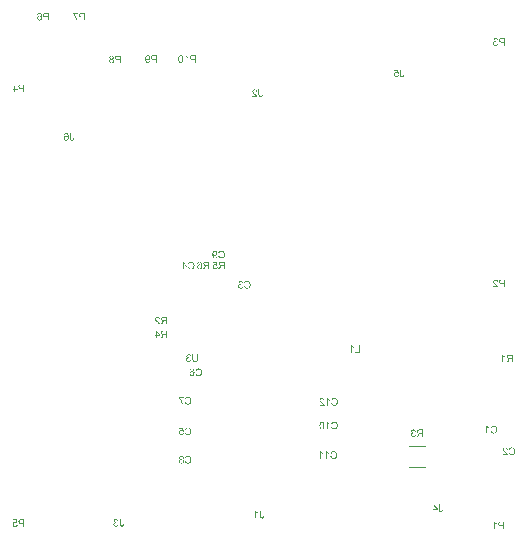
<source format=gbo>
G04*
G04 #@! TF.GenerationSoftware,Altium Limited,Altium Designer,21.6.4 (81)*
G04*
G04 Layer_Color=32896*
%FSLAX25Y25*%
%MOIN*%
G70*
G04*
G04 #@! TF.SameCoordinates,4529F259-1C2A-4C1D-AD44-B5440C422FEC*
G04*
G04*
G04 #@! TF.FilePolarity,Positive*
G04*
G01*
G75*
%ADD62C,0.00394*%
G36*
X15999Y137996D02*
X16068Y137988D01*
X16134Y137974D01*
X16196Y137956D01*
X16250Y137930D01*
X16305Y137908D01*
X16352Y137879D01*
X16396Y137854D01*
X16432Y137828D01*
X16468Y137799D01*
X16498Y137777D01*
X16520Y137756D01*
X16538Y137734D01*
X16552Y137719D01*
X16559Y137712D01*
X16563Y137708D01*
X16611Y137643D01*
X16651Y137566D01*
X16687Y137486D01*
X16720Y137402D01*
X16745Y137315D01*
X16767Y137228D01*
X16785Y137137D01*
X16800Y137053D01*
X16811Y136969D01*
X16818Y136893D01*
X16825Y136824D01*
X16829Y136765D01*
Y136714D01*
X16833Y136678D01*
Y136663D01*
Y136653D01*
Y136649D01*
Y136645D01*
X16829Y136529D01*
X16822Y136420D01*
X16811Y136318D01*
X16793Y136223D01*
X16774Y136139D01*
X16756Y136063D01*
X16734Y135994D01*
X16709Y135932D01*
X16687Y135881D01*
X16665Y135834D01*
X16647Y135797D01*
X16625Y135764D01*
X16611Y135739D01*
X16600Y135724D01*
X16592Y135713D01*
X16589Y135710D01*
X16541Y135659D01*
X16490Y135615D01*
X16439Y135579D01*
X16388Y135546D01*
X16334Y135517D01*
X16283Y135495D01*
X16232Y135477D01*
X16181Y135462D01*
X16137Y135451D01*
X16094Y135440D01*
X16057Y135433D01*
X16025Y135430D01*
X15995D01*
X15977Y135426D01*
X15959D01*
X15875Y135430D01*
X15799Y135444D01*
X15730Y135459D01*
X15668Y135480D01*
X15620Y135499D01*
X15584Y135517D01*
X15570Y135521D01*
X15559Y135528D01*
X15555Y135531D01*
X15551D01*
X15489Y135575D01*
X15431Y135626D01*
X15384Y135677D01*
X15344Y135728D01*
X15311Y135775D01*
X15289Y135812D01*
X15282Y135826D01*
X15275Y135837D01*
X15271Y135841D01*
Y135845D01*
X15235Y135921D01*
X15209Y136001D01*
X15191Y136074D01*
X15180Y136143D01*
X15169Y136201D01*
Y136223D01*
X15165Y136245D01*
Y136263D01*
Y136274D01*
Y136281D01*
Y136285D01*
X15169Y136350D01*
X15176Y136412D01*
X15187Y136474D01*
X15198Y136529D01*
X15216Y136580D01*
X15235Y136631D01*
X15253Y136674D01*
X15275Y136714D01*
X15296Y136751D01*
X15315Y136784D01*
X15333Y136809D01*
X15351Y136835D01*
X15362Y136853D01*
X15373Y136864D01*
X15380Y136871D01*
X15384Y136875D01*
X15424Y136915D01*
X15468Y136951D01*
X15515Y136980D01*
X15559Y137006D01*
X15602Y137031D01*
X15646Y137049D01*
X15730Y137075D01*
X15766Y137086D01*
X15802Y137093D01*
X15832Y137097D01*
X15861Y137100D01*
X15882Y137104D01*
X15912D01*
X15977Y137100D01*
X16039Y137089D01*
X16097Y137078D01*
X16148Y137064D01*
X16192Y137046D01*
X16225Y137035D01*
X16247Y137024D01*
X16250Y137020D01*
X16254D01*
X16312Y136984D01*
X16363Y136944D01*
X16410Y136904D01*
X16447Y136860D01*
X16479Y136824D01*
X16505Y136794D01*
X16520Y136773D01*
X16523Y136769D01*
Y136835D01*
X16520Y136900D01*
X16516Y136958D01*
X16509Y137016D01*
X16505Y137067D01*
X16498Y137115D01*
X16490Y137159D01*
X16479Y137198D01*
X16472Y137235D01*
X16465Y137264D01*
X16458Y137290D01*
X16454Y137311D01*
X16447Y137326D01*
X16443Y137337D01*
X16439Y137344D01*
Y137348D01*
X16403Y137421D01*
X16367Y137486D01*
X16327Y137537D01*
X16290Y137581D01*
X16257Y137617D01*
X16232Y137643D01*
X16214Y137657D01*
X16206Y137661D01*
X16163Y137690D01*
X16119Y137708D01*
X16075Y137723D01*
X16032Y137734D01*
X15999Y137741D01*
X15970Y137744D01*
X15944D01*
X15879Y137737D01*
X15817Y137723D01*
X15766Y137701D01*
X15719Y137679D01*
X15682Y137654D01*
X15657Y137632D01*
X15642Y137617D01*
X15635Y137610D01*
X15609Y137577D01*
X15584Y137537D01*
X15562Y137493D01*
X15548Y137450D01*
X15533Y137410D01*
X15522Y137377D01*
X15518Y137355D01*
X15515Y137351D01*
Y137348D01*
X15205Y137373D01*
X15227Y137475D01*
X15260Y137566D01*
X15296Y137646D01*
X15337Y137712D01*
X15377Y137763D01*
X15391Y137785D01*
X15409Y137803D01*
X15420Y137814D01*
X15431Y137825D01*
X15435Y137828D01*
X15438Y137832D01*
X15475Y137861D01*
X15515Y137887D01*
X15595Y137930D01*
X15675Y137959D01*
X15752Y137978D01*
X15821Y137992D01*
X15850Y137996D01*
X15875D01*
X15897Y137999D01*
X15926D01*
X15999Y137996D01*
D02*
G37*
G36*
X17571Y136252D02*
Y136176D01*
X17579Y136110D01*
X17582Y136056D01*
X17590Y136012D01*
X17597Y135979D01*
X17601Y135954D01*
X17608Y135939D01*
Y135935D01*
X17622Y135899D01*
X17641Y135870D01*
X17662Y135845D01*
X17681Y135819D01*
X17703Y135804D01*
X17717Y135790D01*
X17728Y135783D01*
X17732Y135779D01*
X17768Y135761D01*
X17804Y135746D01*
X17841Y135739D01*
X17874Y135732D01*
X17906Y135728D01*
X17928Y135724D01*
X17950D01*
X18008Y135728D01*
X18063Y135742D01*
X18106Y135757D01*
X18147Y135779D01*
X18176Y135797D01*
X18198Y135815D01*
X18212Y135826D01*
X18216Y135830D01*
X18234Y135852D01*
X18248Y135877D01*
X18270Y135935D01*
X18292Y136001D01*
X18303Y136066D01*
X18314Y136128D01*
Y136154D01*
X18318Y136176D01*
X18321Y136197D01*
Y136212D01*
Y136219D01*
Y136223D01*
X18623Y136179D01*
Y136110D01*
X18620Y136048D01*
X18609Y135986D01*
X18602Y135932D01*
X18587Y135881D01*
X18573Y135837D01*
X18558Y135793D01*
X18543Y135757D01*
X18525Y135724D01*
X18511Y135695D01*
X18496Y135670D01*
X18482Y135652D01*
X18471Y135637D01*
X18463Y135622D01*
X18460Y135619D01*
X18456Y135615D01*
X18420Y135582D01*
X18383Y135553D01*
X18343Y135528D01*
X18300Y135506D01*
X18216Y135473D01*
X18136Y135451D01*
X18059Y135437D01*
X18030Y135433D01*
X18001Y135430D01*
X17979Y135426D01*
X17946D01*
X17866Y135430D01*
X17794Y135440D01*
X17728Y135455D01*
X17670Y135473D01*
X17622Y135488D01*
X17590Y135502D01*
X17568Y135513D01*
X17561Y135517D01*
X17502Y135553D01*
X17451Y135597D01*
X17411Y135641D01*
X17375Y135681D01*
X17349Y135721D01*
X17331Y135750D01*
X17320Y135772D01*
X17317Y135775D01*
Y135779D01*
X17291Y135852D01*
X17269Y135928D01*
X17255Y136012D01*
X17247Y136092D01*
X17240Y136161D01*
Y136190D01*
X17237Y136219D01*
Y136241D01*
Y136256D01*
Y136267D01*
Y136270D01*
Y137988D01*
X17571D01*
Y136252D01*
D02*
G37*
G36*
X126748Y157827D02*
X126457Y157787D01*
X126432Y157827D01*
X126399Y157860D01*
X126370Y157892D01*
X126340Y157918D01*
X126311Y157936D01*
X126289Y157954D01*
X126275Y157961D01*
X126271Y157965D01*
X126224Y157987D01*
X126177Y158005D01*
X126133Y158016D01*
X126089Y158027D01*
X126053Y158030D01*
X126024Y158034D01*
X125955D01*
X125911Y158027D01*
X125835Y158009D01*
X125769Y157983D01*
X125711Y157958D01*
X125667Y157929D01*
X125634Y157903D01*
X125616Y157885D01*
X125609Y157881D01*
Y157878D01*
X125558Y157816D01*
X125522Y157750D01*
X125496Y157681D01*
X125478Y157612D01*
X125467Y157554D01*
X125463Y157528D01*
Y157506D01*
X125460Y157488D01*
Y157474D01*
Y157466D01*
Y157463D01*
Y157412D01*
X125467Y157364D01*
X125485Y157273D01*
X125511Y157197D01*
X125536Y157135D01*
X125565Y157084D01*
X125591Y157044D01*
X125601Y157033D01*
X125609Y157022D01*
X125612Y157019D01*
X125616Y157015D01*
X125645Y156986D01*
X125674Y156960D01*
X125740Y156917D01*
X125802Y156888D01*
X125864Y156869D01*
X125915Y156855D01*
X125958Y156851D01*
X125973Y156848D01*
X125995D01*
X126064Y156851D01*
X126126Y156866D01*
X126180Y156884D01*
X126224Y156906D01*
X126264Y156928D01*
X126293Y156946D01*
X126308Y156960D01*
X126315Y156964D01*
X126359Y157015D01*
X126395Y157070D01*
X126424Y157132D01*
X126446Y157186D01*
X126461Y157241D01*
X126471Y157281D01*
X126475Y157299D01*
X126479Y157310D01*
Y157317D01*
Y157321D01*
X126803Y157295D01*
X126795Y157237D01*
X126785Y157182D01*
X126752Y157080D01*
X126712Y156993D01*
X126690Y156953D01*
X126668Y156920D01*
X126650Y156888D01*
X126628Y156859D01*
X126610Y156837D01*
X126592Y156818D01*
X126577Y156804D01*
X126570Y156789D01*
X126562Y156786D01*
X126559Y156782D01*
X126515Y156749D01*
X126471Y156720D01*
X126424Y156695D01*
X126377Y156673D01*
X126286Y156640D01*
X126195Y156618D01*
X126155Y156607D01*
X126115Y156604D01*
X126082Y156600D01*
X126053Y156596D01*
X126027Y156593D01*
X125995D01*
X125918Y156596D01*
X125845Y156607D01*
X125776Y156622D01*
X125714Y156640D01*
X125656Y156666D01*
X125601Y156691D01*
X125551Y156717D01*
X125507Y156746D01*
X125467Y156775D01*
X125431Y156800D01*
X125401Y156829D01*
X125376Y156851D01*
X125358Y156869D01*
X125343Y156884D01*
X125336Y156895D01*
X125332Y156898D01*
X125296Y156946D01*
X125267Y156997D01*
X125238Y157044D01*
X125216Y157095D01*
X125179Y157193D01*
X125157Y157288D01*
X125150Y157328D01*
X125143Y157368D01*
X125139Y157401D01*
X125136Y157430D01*
X125132Y157455D01*
Y157474D01*
Y157484D01*
Y157488D01*
X125136Y157554D01*
X125143Y157616D01*
X125154Y157677D01*
X125168Y157732D01*
X125187Y157783D01*
X125205Y157834D01*
X125227Y157878D01*
X125245Y157918D01*
X125267Y157954D01*
X125288Y157987D01*
X125307Y158012D01*
X125325Y158038D01*
X125339Y158056D01*
X125350Y158067D01*
X125358Y158074D01*
X125361Y158078D01*
X125405Y158118D01*
X125449Y158154D01*
X125496Y158183D01*
X125543Y158209D01*
X125591Y158234D01*
X125638Y158253D01*
X125725Y158278D01*
X125765Y158289D01*
X125802Y158296D01*
X125835Y158300D01*
X125864Y158303D01*
X125885Y158307D01*
X125965D01*
X126009Y158300D01*
X126097Y158282D01*
X126177Y158256D01*
X126250Y158227D01*
X126308Y158198D01*
X126333Y158183D01*
X126355Y158173D01*
X126373Y158162D01*
X126384Y158154D01*
X126391Y158151D01*
X126395Y158147D01*
X126260Y158828D01*
X125252D01*
Y159123D01*
X126504D01*
X126748Y157827D01*
D02*
G37*
G36*
X127556Y157419D02*
Y157343D01*
X127564Y157277D01*
X127567Y157222D01*
X127574Y157179D01*
X127582Y157146D01*
X127585Y157121D01*
X127593Y157106D01*
Y157102D01*
X127607Y157066D01*
X127625Y157037D01*
X127647Y157011D01*
X127665Y156986D01*
X127687Y156971D01*
X127702Y156957D01*
X127713Y156949D01*
X127716Y156946D01*
X127753Y156928D01*
X127789Y156913D01*
X127826Y156906D01*
X127858Y156898D01*
X127891Y156895D01*
X127913Y156891D01*
X127935D01*
X127993Y156895D01*
X128048Y156909D01*
X128091Y156924D01*
X128131Y156946D01*
X128161Y156964D01*
X128182Y156982D01*
X128197Y156993D01*
X128200Y156997D01*
X128219Y157019D01*
X128233Y157044D01*
X128255Y157102D01*
X128277Y157168D01*
X128288Y157233D01*
X128299Y157295D01*
Y157321D01*
X128302Y157343D01*
X128306Y157364D01*
Y157379D01*
Y157386D01*
Y157390D01*
X128608Y157346D01*
Y157277D01*
X128604Y157215D01*
X128594Y157153D01*
X128586Y157099D01*
X128572Y157048D01*
X128557Y157004D01*
X128543Y156960D01*
X128528Y156924D01*
X128510Y156891D01*
X128495Y156862D01*
X128481Y156837D01*
X128466Y156818D01*
X128455Y156804D01*
X128448Y156789D01*
X128444Y156786D01*
X128441Y156782D01*
X128404Y156749D01*
X128368Y156720D01*
X128328Y156695D01*
X128284Y156673D01*
X128200Y156640D01*
X128120Y156618D01*
X128044Y156604D01*
X128015Y156600D01*
X127986Y156596D01*
X127964Y156593D01*
X127931D01*
X127851Y156596D01*
X127778Y156607D01*
X127713Y156622D01*
X127655Y156640D01*
X127607Y156655D01*
X127574Y156669D01*
X127553Y156680D01*
X127545Y156684D01*
X127487Y156720D01*
X127436Y156764D01*
X127396Y156807D01*
X127360Y156848D01*
X127334Y156888D01*
X127316Y156917D01*
X127305Y156939D01*
X127301Y156942D01*
Y156946D01*
X127276Y157019D01*
X127254Y157095D01*
X127240Y157179D01*
X127232Y157259D01*
X127225Y157328D01*
Y157357D01*
X127221Y157386D01*
Y157408D01*
Y157423D01*
Y157434D01*
Y157437D01*
Y159155D01*
X127556D01*
Y157419D01*
D02*
G37*
G36*
X139787Y12544D02*
Y12260D01*
X138692D01*
Y11656D01*
X138382D01*
Y12260D01*
X138040D01*
Y12544D01*
X138382D01*
Y14175D01*
X138634D01*
X139787Y12544D01*
D02*
G37*
G36*
X140435Y12439D02*
Y12362D01*
X140443Y12297D01*
X140446Y12242D01*
X140454Y12199D01*
X140461Y12166D01*
X140464Y12140D01*
X140472Y12126D01*
Y12122D01*
X140486Y12086D01*
X140505Y12056D01*
X140526Y12031D01*
X140545Y12005D01*
X140566Y11991D01*
X140581Y11976D01*
X140592Y11969D01*
X140595Y11965D01*
X140632Y11947D01*
X140668Y11933D01*
X140705Y11925D01*
X140737Y11918D01*
X140770Y11914D01*
X140792Y11911D01*
X140814D01*
X140872Y11914D01*
X140927Y11929D01*
X140970Y11944D01*
X141010Y11965D01*
X141040Y11984D01*
X141061Y12002D01*
X141076Y12013D01*
X141080Y12016D01*
X141098Y12038D01*
X141112Y12064D01*
X141134Y12122D01*
X141156Y12188D01*
X141167Y12253D01*
X141178Y12315D01*
Y12340D01*
X141182Y12362D01*
X141185Y12384D01*
Y12399D01*
Y12406D01*
Y12410D01*
X141487Y12366D01*
Y12297D01*
X141484Y12235D01*
X141473Y12173D01*
X141465Y12118D01*
X141451Y12067D01*
X141436Y12024D01*
X141422Y11980D01*
X141407Y11944D01*
X141389Y11911D01*
X141375Y11882D01*
X141360Y11856D01*
X141345Y11838D01*
X141334Y11823D01*
X141327Y11809D01*
X141323Y11805D01*
X141320Y11802D01*
X141284Y11769D01*
X141247Y11740D01*
X141207Y11714D01*
X141163Y11693D01*
X141080Y11660D01*
X141000Y11638D01*
X140923Y11623D01*
X140894Y11620D01*
X140865Y11616D01*
X140843Y11612D01*
X140810D01*
X140730Y11616D01*
X140657Y11627D01*
X140592Y11642D01*
X140534Y11660D01*
X140486Y11674D01*
X140454Y11689D01*
X140432Y11700D01*
X140424Y11703D01*
X140366Y11740D01*
X140315Y11784D01*
X140275Y11827D01*
X140239Y11867D01*
X140213Y11907D01*
X140195Y11936D01*
X140184Y11958D01*
X140181Y11962D01*
Y11965D01*
X140155Y12038D01*
X140133Y12115D01*
X140119Y12199D01*
X140111Y12279D01*
X140104Y12348D01*
Y12377D01*
X140101Y12406D01*
Y12428D01*
Y12442D01*
Y12453D01*
Y12457D01*
Y14175D01*
X140435D01*
Y12439D01*
D02*
G37*
G36*
X32605Y9350D02*
X32704Y9332D01*
X32787Y9303D01*
X32860Y9274D01*
X32893Y9256D01*
X32918Y9241D01*
X32944Y9227D01*
X32962Y9212D01*
X32977Y9201D01*
X32988Y9194D01*
X32995Y9190D01*
X32998Y9187D01*
X33068Y9117D01*
X33122Y9041D01*
X33166Y8961D01*
X33202Y8881D01*
X33224Y8812D01*
X33235Y8783D01*
X33242Y8757D01*
X33246Y8735D01*
X33250Y8721D01*
X33253Y8710D01*
Y8706D01*
X32944Y8651D01*
X32929Y8732D01*
X32908Y8801D01*
X32882Y8859D01*
X32857Y8906D01*
X32831Y8943D01*
X32809Y8968D01*
X32795Y8986D01*
X32791Y8990D01*
X32744Y9026D01*
X32693Y9055D01*
X32645Y9074D01*
X32598Y9088D01*
X32554Y9095D01*
X32522Y9103D01*
X32493D01*
X32427Y9099D01*
X32369Y9085D01*
X32318Y9066D01*
X32274Y9048D01*
X32241Y9026D01*
X32216Y9008D01*
X32198Y8994D01*
X32194Y8990D01*
X32154Y8946D01*
X32125Y8899D01*
X32107Y8852D01*
X32092Y8808D01*
X32085Y8768D01*
X32078Y8739D01*
Y8717D01*
Y8713D01*
Y8710D01*
Y8670D01*
X32085Y8633D01*
X32103Y8571D01*
X32129Y8517D01*
X32158Y8469D01*
X32187Y8437D01*
X32212Y8411D01*
X32230Y8397D01*
X32234Y8393D01*
X32238D01*
X32300Y8360D01*
X32358Y8335D01*
X32420Y8317D01*
X32474Y8306D01*
X32522Y8298D01*
X32562Y8291D01*
X32609D01*
X32624Y8295D01*
X32642D01*
X32678Y8022D01*
X32631Y8033D01*
X32587Y8040D01*
X32551Y8047D01*
X32518Y8051D01*
X32493Y8055D01*
X32460D01*
X32383Y8047D01*
X32314Y8033D01*
X32252Y8011D01*
X32201Y7985D01*
X32161Y7960D01*
X32132Y7938D01*
X32114Y7923D01*
X32107Y7916D01*
X32059Y7862D01*
X32023Y7803D01*
X31997Y7745D01*
X31983Y7687D01*
X31972Y7639D01*
X31968Y7599D01*
X31965Y7585D01*
Y7574D01*
Y7567D01*
Y7563D01*
X31972Y7483D01*
X31990Y7410D01*
X32012Y7348D01*
X32041Y7294D01*
X32070Y7250D01*
X32092Y7217D01*
X32110Y7195D01*
X32118Y7188D01*
X32176Y7137D01*
X32238Y7101D01*
X32300Y7075D01*
X32358Y7057D01*
X32409Y7046D01*
X32449Y7043D01*
X32463Y7039D01*
X32485D01*
X32551Y7043D01*
X32613Y7057D01*
X32667Y7075D01*
X32711Y7097D01*
X32747Y7115D01*
X32776Y7134D01*
X32791Y7148D01*
X32798Y7152D01*
X32842Y7203D01*
X32878Y7261D01*
X32911Y7323D01*
X32937Y7388D01*
X32955Y7443D01*
X32962Y7468D01*
X32966Y7490D01*
X32969Y7508D01*
X32973Y7523D01*
X32977Y7530D01*
Y7534D01*
X33286Y7494D01*
X33279Y7436D01*
X33268Y7381D01*
X33235Y7279D01*
X33195Y7192D01*
X33173Y7155D01*
X33151Y7119D01*
X33130Y7086D01*
X33108Y7061D01*
X33090Y7035D01*
X33071Y7017D01*
X33060Y7002D01*
X33049Y6992D01*
X33042Y6984D01*
X33038Y6981D01*
X32995Y6948D01*
X32951Y6915D01*
X32908Y6890D01*
X32860Y6868D01*
X32769Y6831D01*
X32682Y6810D01*
X32642Y6802D01*
X32605Y6795D01*
X32573Y6791D01*
X32544Y6788D01*
X32522Y6784D01*
X32489D01*
X32420Y6788D01*
X32358Y6795D01*
X32296Y6806D01*
X32238Y6820D01*
X32183Y6839D01*
X32136Y6857D01*
X32089Y6879D01*
X32048Y6901D01*
X32008Y6919D01*
X31976Y6941D01*
X31947Y6959D01*
X31925Y6977D01*
X31907Y6992D01*
X31892Y7002D01*
X31885Y7010D01*
X31881Y7013D01*
X31837Y7057D01*
X31801Y7104D01*
X31768Y7152D01*
X31739Y7199D01*
X31717Y7243D01*
X31695Y7290D01*
X31666Y7378D01*
X31659Y7418D01*
X31652Y7454D01*
X31644Y7487D01*
X31641Y7516D01*
X31637Y7538D01*
Y7556D01*
Y7567D01*
Y7570D01*
X31641Y7658D01*
X31655Y7738D01*
X31677Y7807D01*
X31699Y7865D01*
X31721Y7913D01*
X31743Y7949D01*
X31757Y7971D01*
X31761Y7978D01*
X31812Y8033D01*
X31866Y8080D01*
X31925Y8116D01*
X31983Y8145D01*
X32034Y8167D01*
X32074Y8182D01*
X32089Y8185D01*
X32099Y8189D01*
X32107Y8193D01*
X32110D01*
X32048Y8226D01*
X31997Y8258D01*
X31954Y8295D01*
X31917Y8327D01*
X31888Y8357D01*
X31866Y8382D01*
X31855Y8397D01*
X31852Y8404D01*
X31823Y8455D01*
X31801Y8506D01*
X31783Y8557D01*
X31772Y8604D01*
X31765Y8644D01*
X31761Y8673D01*
Y8695D01*
Y8702D01*
X31765Y8764D01*
X31776Y8826D01*
X31790Y8881D01*
X31808Y8928D01*
X31826Y8968D01*
X31841Y9001D01*
X31852Y9019D01*
X31855Y9026D01*
X31892Y9081D01*
X31936Y9128D01*
X31979Y9168D01*
X32023Y9205D01*
X32059Y9230D01*
X32092Y9252D01*
X32114Y9263D01*
X32118Y9267D01*
X32121D01*
X32187Y9296D01*
X32252Y9318D01*
X32318Y9336D01*
X32376Y9347D01*
X32423Y9354D01*
X32463Y9358D01*
X32554D01*
X32605Y9350D01*
D02*
G37*
G36*
X34043Y7610D02*
Y7534D01*
X34051Y7468D01*
X34054Y7414D01*
X34061Y7370D01*
X34069Y7337D01*
X34072Y7312D01*
X34080Y7297D01*
Y7294D01*
X34094Y7257D01*
X34112Y7228D01*
X34134Y7203D01*
X34152Y7177D01*
X34174Y7163D01*
X34189Y7148D01*
X34200Y7141D01*
X34203Y7137D01*
X34240Y7119D01*
X34276Y7104D01*
X34312Y7097D01*
X34345Y7090D01*
X34378Y7086D01*
X34400Y7083D01*
X34422D01*
X34480Y7086D01*
X34535Y7101D01*
X34578Y7115D01*
X34618Y7137D01*
X34647Y7155D01*
X34669Y7174D01*
X34684Y7185D01*
X34688Y7188D01*
X34706Y7210D01*
X34720Y7236D01*
X34742Y7294D01*
X34764Y7359D01*
X34775Y7425D01*
X34786Y7487D01*
Y7512D01*
X34789Y7534D01*
X34793Y7556D01*
Y7570D01*
Y7578D01*
Y7581D01*
X35095Y7538D01*
Y7468D01*
X35092Y7407D01*
X35081Y7345D01*
X35073Y7290D01*
X35059Y7239D01*
X35044Y7195D01*
X35030Y7152D01*
X35015Y7115D01*
X34997Y7083D01*
X34982Y7053D01*
X34968Y7028D01*
X34953Y7010D01*
X34942Y6995D01*
X34935Y6981D01*
X34931Y6977D01*
X34928Y6973D01*
X34891Y6941D01*
X34855Y6911D01*
X34815Y6886D01*
X34771Y6864D01*
X34688Y6831D01*
X34607Y6810D01*
X34531Y6795D01*
X34502Y6791D01*
X34473Y6788D01*
X34451Y6784D01*
X34418D01*
X34338Y6788D01*
X34265Y6799D01*
X34200Y6813D01*
X34141Y6831D01*
X34094Y6846D01*
X34061Y6861D01*
X34040Y6871D01*
X34032Y6875D01*
X33974Y6911D01*
X33923Y6955D01*
X33883Y6999D01*
X33847Y7039D01*
X33821Y7079D01*
X33803Y7108D01*
X33792Y7130D01*
X33788Y7134D01*
Y7137D01*
X33763Y7210D01*
X33741Y7287D01*
X33727Y7370D01*
X33719Y7450D01*
X33712Y7519D01*
Y7548D01*
X33708Y7578D01*
Y7599D01*
Y7614D01*
Y7625D01*
Y7629D01*
Y9347D01*
X34043D01*
Y7610D01*
D02*
G37*
G36*
X55945Y163882D02*
X55984Y163824D01*
X56032Y163766D01*
X56076Y163715D01*
X56119Y163671D01*
X56152Y163635D01*
X56166Y163624D01*
X56178Y163613D01*
X56181Y163609D01*
X56185Y163606D01*
X56261Y163544D01*
X56338Y163486D01*
X56410Y163435D01*
X56483Y163395D01*
X56545Y163358D01*
X56571Y163344D01*
X56592Y163333D01*
X56611Y163322D01*
X56625Y163318D01*
X56633Y163311D01*
X56636D01*
Y163012D01*
X56581Y163034D01*
X56527Y163060D01*
X56472Y163085D01*
X56421Y163111D01*
X56378Y163133D01*
X56341Y163151D01*
X56319Y163165D01*
X56316Y163169D01*
X56312D01*
X56247Y163209D01*
X56188Y163249D01*
X56137Y163285D01*
X56097Y163318D01*
X56061Y163344D01*
X56039Y163365D01*
X56021Y163380D01*
X56017Y163384D01*
Y161414D01*
X55708D01*
Y163944D01*
X55908D01*
X55945Y163882D01*
D02*
G37*
G36*
X59093Y161414D02*
X58758D01*
Y162437D01*
X58114D01*
X58019Y162441D01*
X57928Y162448D01*
X57848Y162459D01*
X57775Y162474D01*
X57706Y162488D01*
X57648Y162506D01*
X57593Y162528D01*
X57546Y162550D01*
X57506Y162568D01*
X57470Y162590D01*
X57441Y162608D01*
X57419Y162627D01*
X57401Y162637D01*
X57390Y162648D01*
X57382Y162656D01*
X57379Y162659D01*
X57342Y162703D01*
X57310Y162747D01*
X57284Y162790D01*
X57258Y162838D01*
X57237Y162885D01*
X57222Y162929D01*
X57197Y163012D01*
X57189Y163052D01*
X57182Y163089D01*
X57178Y163122D01*
X57175Y163147D01*
X57171Y163172D01*
Y163187D01*
Y163198D01*
Y163202D01*
X57175Y163271D01*
X57182Y163336D01*
X57197Y163395D01*
X57208Y163445D01*
X57222Y163489D01*
X57237Y163522D01*
X57244Y163540D01*
X57248Y163548D01*
X57277Y163602D01*
X57313Y163649D01*
X57346Y163693D01*
X57379Y163726D01*
X57408Y163751D01*
X57430Y163773D01*
X57444Y163784D01*
X57451Y163788D01*
X57499Y163817D01*
X57553Y163842D01*
X57604Y163864D01*
X57652Y163882D01*
X57695Y163893D01*
X57728Y163900D01*
X57754Y163908D01*
X57761D01*
X57815Y163915D01*
X57877Y163922D01*
X57943Y163926D01*
X58005Y163930D01*
X58059Y163933D01*
X59093D01*
Y161414D01*
D02*
G37*
G36*
X54190Y163937D02*
X54281Y163922D01*
X54357Y163897D01*
X54423Y163871D01*
X54478Y163842D01*
X54499Y163831D01*
X54518Y163817D01*
X54532Y163810D01*
X54543Y163802D01*
X54547Y163795D01*
X54550D01*
X54616Y163737D01*
X54671Y163668D01*
X54718Y163598D01*
X54754Y163533D01*
X54783Y163471D01*
X54798Y163445D01*
X54805Y163420D01*
X54813Y163402D01*
X54820Y163387D01*
X54823Y163380D01*
Y163376D01*
X54838Y163322D01*
X54852Y163267D01*
X54874Y163147D01*
X54892Y163027D01*
X54904Y162914D01*
X54907Y162859D01*
X54911Y162812D01*
Y162768D01*
X54914Y162729D01*
Y162699D01*
Y162674D01*
Y162659D01*
Y162656D01*
X54911Y162528D01*
X54904Y162408D01*
X54892Y162299D01*
X54874Y162197D01*
X54856Y162102D01*
X54834Y162019D01*
X54813Y161942D01*
X54791Y161877D01*
X54769Y161819D01*
X54743Y161767D01*
X54725Y161724D01*
X54707Y161691D01*
X54689Y161662D01*
X54678Y161644D01*
X54671Y161633D01*
X54667Y161629D01*
X54627Y161585D01*
X54583Y161546D01*
X54536Y161509D01*
X54488Y161480D01*
X54441Y161454D01*
X54394Y161433D01*
X54347Y161418D01*
X54303Y161404D01*
X54259Y161393D01*
X54219Y161385D01*
X54183Y161378D01*
X54154Y161374D01*
X54128Y161371D01*
X54092D01*
X53993Y161378D01*
X53903Y161393D01*
X53826Y161418D01*
X53760Y161443D01*
X53706Y161469D01*
X53688Y161484D01*
X53670Y161495D01*
X53655Y161502D01*
X53644Y161509D01*
X53640Y161516D01*
X53637D01*
X53571Y161578D01*
X53517Y161644D01*
X53469Y161716D01*
X53433Y161782D01*
X53404Y161844D01*
X53389Y161869D01*
X53382Y161895D01*
X53375Y161913D01*
X53367Y161928D01*
X53364Y161935D01*
Y161939D01*
X53346Y161993D01*
X53331Y162048D01*
X53309Y162164D01*
X53291Y162284D01*
X53280Y162401D01*
X53276Y162452D01*
X53273Y162499D01*
Y162543D01*
X53269Y162583D01*
Y162612D01*
Y162637D01*
Y162652D01*
Y162656D01*
Y162725D01*
X53273Y162790D01*
Y162849D01*
X53276Y162907D01*
X53284Y162958D01*
X53287Y163009D01*
X53291Y163052D01*
X53298Y163093D01*
X53302Y163129D01*
X53309Y163162D01*
X53313Y163187D01*
X53316Y163209D01*
X53320Y163227D01*
X53324Y163238D01*
X53327Y163245D01*
Y163249D01*
X53349Y163329D01*
X53375Y163402D01*
X53404Y163464D01*
X53426Y163518D01*
X53451Y163566D01*
X53466Y163598D01*
X53480Y163617D01*
X53484Y163624D01*
X53524Y163679D01*
X53564Y163726D01*
X53608Y163766D01*
X53648Y163802D01*
X53684Y163828D01*
X53713Y163846D01*
X53731Y163857D01*
X53735Y163860D01*
X53739D01*
X53797Y163890D01*
X53859Y163908D01*
X53917Y163922D01*
X53972Y163933D01*
X54019Y163941D01*
X54059Y163944D01*
X54092D01*
X54190Y163937D01*
D02*
G37*
G36*
X43171Y163941D02*
X43229Y163933D01*
X43288Y163922D01*
X43338Y163908D01*
X43437Y163868D01*
X43480Y163850D01*
X43517Y163828D01*
X43553Y163802D01*
X43582Y163784D01*
X43611Y163762D01*
X43633Y163744D01*
X43652Y163730D01*
X43662Y163718D01*
X43670Y163711D01*
X43673Y163708D01*
X43713Y163664D01*
X43746Y163613D01*
X43779Y163566D01*
X43804Y163515D01*
X43826Y163460D01*
X43844Y163409D01*
X43870Y163314D01*
X43881Y163267D01*
X43888Y163227D01*
X43892Y163187D01*
X43895Y163154D01*
X43899Y163129D01*
Y163111D01*
Y163096D01*
Y163093D01*
X43895Y163023D01*
X43888Y162961D01*
X43881Y162899D01*
X43866Y162841D01*
X43848Y162790D01*
X43830Y162739D01*
X43812Y162696D01*
X43790Y162656D01*
X43772Y162619D01*
X43753Y162586D01*
X43735Y162561D01*
X43717Y162536D01*
X43702Y162517D01*
X43695Y162506D01*
X43688Y162499D01*
X43684Y162496D01*
X43644Y162455D01*
X43600Y162423D01*
X43557Y162390D01*
X43510Y162364D01*
X43466Y162343D01*
X43422Y162324D01*
X43338Y162299D01*
X43302Y162288D01*
X43266Y162281D01*
X43237Y162277D01*
X43207Y162274D01*
X43186Y162270D01*
X43156D01*
X43087Y162274D01*
X43022Y162284D01*
X42963Y162299D01*
X42909Y162317D01*
X42869Y162332D01*
X42836Y162346D01*
X42814Y162357D01*
X42807Y162361D01*
X42749Y162397D01*
X42698Y162437D01*
X42654Y162477D01*
X42618Y162514D01*
X42592Y162550D01*
X42570Y162576D01*
X42556Y162594D01*
X42552Y162601D01*
Y162572D01*
Y162554D01*
Y162543D01*
Y162539D01*
X42556Y162466D01*
X42559Y162397D01*
X42567Y162335D01*
X42574Y162277D01*
X42585Y162230D01*
X42592Y162193D01*
X42596Y162179D01*
Y162168D01*
X42599Y162164D01*
Y162161D01*
X42618Y162095D01*
X42636Y162037D01*
X42654Y161986D01*
X42672Y161942D01*
X42687Y161909D01*
X42701Y161884D01*
X42709Y161866D01*
X42712Y161862D01*
X42742Y161822D01*
X42771Y161789D01*
X42800Y161760D01*
X42829Y161735D01*
X42851Y161713D01*
X42873Y161698D01*
X42887Y161691D01*
X42891Y161687D01*
X42931Y161666D01*
X42974Y161651D01*
X43014Y161640D01*
X43055Y161633D01*
X43087Y161629D01*
X43113Y161626D01*
X43138D01*
X43196Y161629D01*
X43251Y161640D01*
X43298Y161655D01*
X43338Y161673D01*
X43368Y161687D01*
X43393Y161702D01*
X43408Y161713D01*
X43411Y161716D01*
X43448Y161757D01*
X43477Y161804D01*
X43502Y161855D01*
X43520Y161906D01*
X43535Y161950D01*
X43546Y161989D01*
X43550Y162004D01*
Y162011D01*
X43553Y162019D01*
Y162022D01*
X43852Y161997D01*
X43830Y161891D01*
X43801Y161800D01*
X43764Y161720D01*
X43728Y161655D01*
X43692Y161604D01*
X43673Y161582D01*
X43659Y161564D01*
X43648Y161553D01*
X43637Y161542D01*
X43633Y161538D01*
X43630Y161535D01*
X43593Y161505D01*
X43553Y161480D01*
X43473Y161440D01*
X43393Y161411D01*
X43317Y161393D01*
X43247Y161378D01*
X43218Y161374D01*
X43193D01*
X43175Y161371D01*
X43145D01*
X43044Y161378D01*
X42953Y161393D01*
X42869Y161418D01*
X42800Y161447D01*
X42771Y161458D01*
X42742Y161473D01*
X42720Y161487D01*
X42698Y161498D01*
X42683Y161505D01*
X42672Y161513D01*
X42665Y161520D01*
X42661D01*
X42589Y161582D01*
X42523Y161651D01*
X42472Y161724D01*
X42428Y161793D01*
X42392Y161855D01*
X42377Y161884D01*
X42367Y161906D01*
X42359Y161928D01*
X42352Y161942D01*
X42348Y161950D01*
Y161953D01*
X42330Y162008D01*
X42312Y162070D01*
X42287Y162193D01*
X42268Y162324D01*
X42257Y162448D01*
X42250Y162503D01*
X42246Y162557D01*
Y162605D01*
X42243Y162645D01*
Y162678D01*
Y162703D01*
Y162721D01*
Y162725D01*
Y162809D01*
X42246Y162889D01*
X42254Y162961D01*
X42261Y163031D01*
X42268Y163093D01*
X42276Y163151D01*
X42287Y163205D01*
X42297Y163253D01*
X42308Y163293D01*
X42316Y163329D01*
X42327Y163362D01*
X42334Y163387D01*
X42341Y163406D01*
X42348Y163420D01*
X42352Y163427D01*
Y163431D01*
X42396Y163518D01*
X42443Y163595D01*
X42498Y163660D01*
X42545Y163715D01*
X42592Y163755D01*
X42629Y163784D01*
X42643Y163795D01*
X42654Y163802D01*
X42658Y163810D01*
X42661D01*
X42738Y163853D01*
X42814Y163886D01*
X42891Y163911D01*
X42960Y163926D01*
X43022Y163937D01*
X43047Y163941D01*
X43065D01*
X43084Y163944D01*
X43109D01*
X43171Y163941D01*
D02*
G37*
G36*
X46119Y161414D02*
X45785D01*
Y162437D01*
X45140D01*
X45046Y162441D01*
X44955Y162448D01*
X44875Y162459D01*
X44802Y162474D01*
X44733Y162488D01*
X44674Y162506D01*
X44620Y162528D01*
X44572Y162550D01*
X44532Y162568D01*
X44496Y162590D01*
X44467Y162608D01*
X44445Y162627D01*
X44427Y162637D01*
X44416Y162648D01*
X44409Y162656D01*
X44405Y162659D01*
X44369Y162703D01*
X44336Y162747D01*
X44310Y162790D01*
X44285Y162838D01*
X44263Y162885D01*
X44248Y162929D01*
X44223Y163012D01*
X44216Y163052D01*
X44208Y163089D01*
X44205Y163122D01*
X44201Y163147D01*
X44197Y163172D01*
Y163187D01*
Y163198D01*
Y163202D01*
X44201Y163271D01*
X44208Y163336D01*
X44223Y163395D01*
X44234Y163445D01*
X44248Y163489D01*
X44263Y163522D01*
X44270Y163540D01*
X44274Y163548D01*
X44303Y163602D01*
X44339Y163649D01*
X44372Y163693D01*
X44405Y163726D01*
X44434Y163751D01*
X44456Y163773D01*
X44471Y163784D01*
X44478Y163788D01*
X44525Y163817D01*
X44580Y163842D01*
X44631Y163864D01*
X44678Y163882D01*
X44722Y163893D01*
X44754Y163900D01*
X44780Y163908D01*
X44787D01*
X44842Y163915D01*
X44904Y163922D01*
X44969Y163926D01*
X45031Y163930D01*
X45086Y163933D01*
X46119D01*
Y161414D01*
D02*
G37*
G36*
X34119Y161279D02*
X33784D01*
Y162302D01*
X33140D01*
X33046Y162306D01*
X32955Y162313D01*
X32875Y162324D01*
X32802Y162339D01*
X32733Y162353D01*
X32674Y162371D01*
X32620Y162393D01*
X32572Y162415D01*
X32532Y162433D01*
X32496Y162455D01*
X32467Y162473D01*
X32445Y162492D01*
X32427Y162503D01*
X32416Y162513D01*
X32409Y162521D01*
X32405Y162524D01*
X32369Y162568D01*
X32336Y162612D01*
X32310Y162655D01*
X32285Y162703D01*
X32263Y162750D01*
X32248Y162794D01*
X32223Y162877D01*
X32216Y162917D01*
X32208Y162954D01*
X32205Y162987D01*
X32201Y163012D01*
X32197Y163038D01*
Y163052D01*
Y163063D01*
Y163067D01*
X32201Y163136D01*
X32208Y163201D01*
X32223Y163260D01*
X32234Y163311D01*
X32248Y163354D01*
X32263Y163387D01*
X32270Y163405D01*
X32274Y163412D01*
X32303Y163467D01*
X32339Y163514D01*
X32372Y163558D01*
X32405Y163591D01*
X32434Y163616D01*
X32456Y163638D01*
X32471Y163649D01*
X32478Y163653D01*
X32525Y163682D01*
X32580Y163707D01*
X32631Y163729D01*
X32678Y163747D01*
X32722Y163758D01*
X32754Y163766D01*
X32780Y163773D01*
X32787D01*
X32842Y163780D01*
X32904Y163787D01*
X32969Y163791D01*
X33031Y163795D01*
X33086Y163798D01*
X34119D01*
Y161279D01*
D02*
G37*
G36*
X31138Y163806D02*
X31196Y163802D01*
X31298Y163780D01*
X31346Y163766D01*
X31389Y163751D01*
X31429Y163733D01*
X31466Y163715D01*
X31495Y163696D01*
X31524Y163678D01*
X31550Y163664D01*
X31568Y163649D01*
X31582Y163638D01*
X31593Y163627D01*
X31600Y163624D01*
X31604Y163620D01*
X31637Y163584D01*
X31670Y163547D01*
X31695Y163507D01*
X31717Y163467D01*
X31753Y163391D01*
X31775Y163318D01*
X31790Y163256D01*
X31793Y163227D01*
X31797Y163205D01*
X31801Y163183D01*
Y163169D01*
Y163161D01*
Y163158D01*
X31797Y163092D01*
X31786Y163030D01*
X31772Y162976D01*
X31753Y162928D01*
X31739Y162892D01*
X31724Y162863D01*
X31713Y162848D01*
X31710Y162841D01*
X31670Y162797D01*
X31626Y162757D01*
X31579Y162721D01*
X31531Y162692D01*
X31488Y162670D01*
X31455Y162655D01*
X31440Y162648D01*
X31429Y162644D01*
X31426Y162641D01*
X31422D01*
X31506Y162615D01*
X31575Y162583D01*
X31637Y162542D01*
X31688Y162506D01*
X31728Y162470D01*
X31757Y162441D01*
X31772Y162422D01*
X31779Y162419D01*
Y162415D01*
X31819Y162350D01*
X31852Y162280D01*
X31874Y162215D01*
X31888Y162149D01*
X31895Y162091D01*
X31899Y162066D01*
Y162044D01*
X31903Y162029D01*
Y162015D01*
Y162007D01*
Y162004D01*
X31899Y161946D01*
X31892Y161887D01*
X31881Y161833D01*
X31866Y161778D01*
X31830Y161687D01*
X31812Y161643D01*
X31790Y161607D01*
X31768Y161571D01*
X31750Y161541D01*
X31728Y161516D01*
X31713Y161494D01*
X31699Y161476D01*
X31688Y161465D01*
X31681Y161458D01*
X31677Y161454D01*
X31633Y161414D01*
X31586Y161381D01*
X31535Y161352D01*
X31484Y161327D01*
X31437Y161309D01*
X31386Y161290D01*
X31288Y161265D01*
X31244Y161254D01*
X31204Y161247D01*
X31167Y161243D01*
X31135Y161239D01*
X31109Y161236D01*
X31073D01*
X31004Y161239D01*
X30942Y161247D01*
X30880Y161258D01*
X30822Y161268D01*
X30771Y161287D01*
X30720Y161305D01*
X30672Y161323D01*
X30632Y161345D01*
X30596Y161367D01*
X30563Y161385D01*
X30538Y161403D01*
X30512Y161421D01*
X30494Y161432D01*
X30483Y161443D01*
X30476Y161451D01*
X30472Y161454D01*
X30432Y161498D01*
X30396Y161541D01*
X30367Y161585D01*
X30341Y161633D01*
X30316Y161676D01*
X30297Y161723D01*
X30272Y161807D01*
X30261Y161847D01*
X30254Y161884D01*
X30250Y161916D01*
X30246Y161942D01*
X30243Y161964D01*
Y161982D01*
Y161993D01*
Y161996D01*
X30246Y162080D01*
X30261Y162157D01*
X30283Y162226D01*
X30305Y162284D01*
X30327Y162331D01*
X30348Y162368D01*
X30363Y162390D01*
X30367Y162393D01*
Y162397D01*
X30417Y162455D01*
X30472Y162506D01*
X30530Y162546D01*
X30585Y162583D01*
X30636Y162608D01*
X30680Y162626D01*
X30694Y162634D01*
X30705Y162637D01*
X30712Y162641D01*
X30716D01*
X30650Y162670D01*
X30596Y162703D01*
X30549Y162735D01*
X30509Y162768D01*
X30479Y162797D01*
X30458Y162819D01*
X30443Y162834D01*
X30439Y162841D01*
X30407Y162892D01*
X30385Y162943D01*
X30367Y162994D01*
X30356Y163045D01*
X30348Y163085D01*
X30345Y163118D01*
Y163139D01*
Y163143D01*
Y163147D01*
X30348Y163198D01*
X30352Y163245D01*
X30378Y163336D01*
X30410Y163416D01*
X30447Y163485D01*
X30483Y163540D01*
X30501Y163562D01*
X30516Y163584D01*
X30530Y163598D01*
X30541Y163609D01*
X30545Y163613D01*
X30549Y163616D01*
X30589Y163649D01*
X30629Y163682D01*
X30672Y163707D01*
X30716Y163729D01*
X30803Y163762D01*
X30891Y163784D01*
X30927Y163795D01*
X30964Y163798D01*
X30996Y163802D01*
X31025Y163806D01*
X31047Y163809D01*
X31080D01*
X31138Y163806D01*
D02*
G37*
G36*
X22118Y175512D02*
X21783D01*
Y176535D01*
X21138D01*
X21044Y176539D01*
X20953Y176546D01*
X20873Y176557D01*
X20800Y176572D01*
X20731Y176586D01*
X20673Y176604D01*
X20618Y176626D01*
X20571Y176648D01*
X20530Y176666D01*
X20494Y176688D01*
X20465Y176706D01*
X20443Y176724D01*
X20425Y176735D01*
X20414Y176746D01*
X20407Y176753D01*
X20403Y176757D01*
X20367Y176801D01*
X20334Y176845D01*
X20309Y176888D01*
X20283Y176935D01*
X20261Y176983D01*
X20247Y177026D01*
X20221Y177110D01*
X20214Y177150D01*
X20207Y177187D01*
X20203Y177219D01*
X20199Y177245D01*
X20196Y177270D01*
Y177285D01*
Y177296D01*
Y177299D01*
X20199Y177369D01*
X20207Y177434D01*
X20221Y177492D01*
X20232Y177543D01*
X20247Y177587D01*
X20261Y177620D01*
X20268Y177638D01*
X20272Y177645D01*
X20301Y177700D01*
X20338Y177747D01*
X20370Y177791D01*
X20403Y177824D01*
X20432Y177849D01*
X20454Y177871D01*
X20469Y177882D01*
X20476Y177885D01*
X20523Y177915D01*
X20578Y177940D01*
X20629Y177962D01*
X20676Y177980D01*
X20720Y177991D01*
X20753Y177998D01*
X20778Y178006D01*
X20785D01*
X20840Y178013D01*
X20902Y178020D01*
X20967Y178024D01*
X21029Y178027D01*
X21084Y178031D01*
X22118D01*
Y175512D01*
D02*
G37*
G36*
X19875Y177700D02*
X18641D01*
X18729Y177594D01*
X18812Y177481D01*
X18885Y177372D01*
X18954Y177267D01*
X18983Y177219D01*
X19009Y177176D01*
X19035Y177136D01*
X19053Y177103D01*
X19067Y177074D01*
X19078Y177056D01*
X19085Y177041D01*
X19089Y177037D01*
X19162Y176892D01*
X19227Y176746D01*
X19282Y176608D01*
X19304Y176546D01*
X19326Y176484D01*
X19347Y176429D01*
X19362Y176379D01*
X19377Y176335D01*
X19388Y176298D01*
X19399Y176266D01*
X19406Y176244D01*
X19409Y176229D01*
Y176226D01*
X19446Y176076D01*
X19460Y176004D01*
X19471Y175938D01*
X19482Y175876D01*
X19493Y175814D01*
X19500Y175763D01*
X19508Y175712D01*
X19511Y175669D01*
X19515Y175629D01*
X19519Y175592D01*
Y175563D01*
X19522Y175541D01*
Y175527D01*
Y175516D01*
Y175512D01*
X19206D01*
X19195Y175651D01*
X19176Y175778D01*
X19158Y175894D01*
X19147Y175949D01*
X19136Y176000D01*
X19129Y176044D01*
X19118Y176084D01*
X19111Y176120D01*
X19104Y176149D01*
X19096Y176171D01*
X19093Y176189D01*
X19089Y176200D01*
Y176204D01*
X19035Y176371D01*
X18976Y176528D01*
X18947Y176604D01*
X18918Y176677D01*
X18885Y176742D01*
X18856Y176808D01*
X18831Y176866D01*
X18805Y176917D01*
X18783Y176961D01*
X18765Y177001D01*
X18747Y177034D01*
X18736Y177056D01*
X18729Y177070D01*
X18725Y177074D01*
X18681Y177150D01*
X18638Y177227D01*
X18594Y177296D01*
X18550Y177361D01*
X18510Y177420D01*
X18470Y177478D01*
X18430Y177529D01*
X18397Y177573D01*
X18365Y177616D01*
X18336Y177653D01*
X18306Y177682D01*
X18285Y177707D01*
X18270Y177729D01*
X18256Y177743D01*
X18248Y177751D01*
X18245Y177754D01*
Y177998D01*
X19875D01*
Y177700D01*
D02*
G37*
G36*
X7078Y178055D02*
X7147Y178048D01*
X7213Y178033D01*
X7275Y178015D01*
X7329Y177989D01*
X7384Y177967D01*
X7431Y177938D01*
X7475Y177913D01*
X7511Y177887D01*
X7548Y177858D01*
X7577Y177836D01*
X7599Y177814D01*
X7617Y177793D01*
X7632Y177778D01*
X7639Y177771D01*
X7642Y177767D01*
X7690Y177702D01*
X7730Y177625D01*
X7766Y177545D01*
X7799Y177461D01*
X7824Y177374D01*
X7846Y177287D01*
X7864Y177196D01*
X7879Y177112D01*
X7890Y177028D01*
X7897Y176952D01*
X7904Y176883D01*
X7908Y176824D01*
Y176774D01*
X7912Y176737D01*
Y176723D01*
Y176712D01*
Y176708D01*
Y176704D01*
X7908Y176588D01*
X7901Y176479D01*
X7890Y176377D01*
X7872Y176282D01*
X7853Y176198D01*
X7835Y176122D01*
X7813Y176053D01*
X7788Y175991D01*
X7766Y175940D01*
X7744Y175893D01*
X7726Y175856D01*
X7704Y175823D01*
X7690Y175798D01*
X7679Y175783D01*
X7671Y175773D01*
X7668Y175769D01*
X7621Y175718D01*
X7570Y175674D01*
X7519Y175638D01*
X7468Y175605D01*
X7413Y175576D01*
X7362Y175554D01*
X7311Y175536D01*
X7260Y175521D01*
X7216Y175510D01*
X7173Y175499D01*
X7136Y175492D01*
X7104Y175489D01*
X7074D01*
X7056Y175485D01*
X7038D01*
X6954Y175489D01*
X6878Y175503D01*
X6809Y175518D01*
X6747Y175540D01*
X6700Y175558D01*
X6663Y175576D01*
X6649Y175580D01*
X6638Y175587D01*
X6634Y175591D01*
X6630D01*
X6569Y175634D01*
X6510Y175685D01*
X6463Y175736D01*
X6423Y175787D01*
X6390Y175834D01*
X6368Y175871D01*
X6361Y175885D01*
X6354Y175896D01*
X6350Y175900D01*
Y175903D01*
X6314Y175980D01*
X6288Y176060D01*
X6270Y176133D01*
X6259Y176202D01*
X6248Y176260D01*
Y176282D01*
X6245Y176304D01*
Y176322D01*
Y176333D01*
Y176340D01*
Y176344D01*
X6248Y176409D01*
X6256Y176471D01*
X6267Y176533D01*
X6277Y176588D01*
X6296Y176639D01*
X6314Y176690D01*
X6332Y176733D01*
X6354Y176774D01*
X6376Y176810D01*
X6394Y176843D01*
X6412Y176868D01*
X6430Y176894D01*
X6441Y176912D01*
X6452Y176923D01*
X6459Y176930D01*
X6463Y176934D01*
X6503Y176974D01*
X6547Y177010D01*
X6594Y177039D01*
X6638Y177065D01*
X6681Y177090D01*
X6725Y177108D01*
X6809Y177134D01*
X6845Y177145D01*
X6882Y177152D01*
X6911Y177156D01*
X6940Y177159D01*
X6962Y177163D01*
X6991D01*
X7056Y177159D01*
X7118Y177148D01*
X7176Y177137D01*
X7227Y177123D01*
X7271Y177105D01*
X7304Y177094D01*
X7326Y177083D01*
X7329Y177079D01*
X7333D01*
X7391Y177043D01*
X7442Y177003D01*
X7490Y176963D01*
X7526Y176919D01*
X7559Y176883D01*
X7584Y176854D01*
X7599Y176832D01*
X7602Y176828D01*
Y176894D01*
X7599Y176959D01*
X7595Y177017D01*
X7588Y177076D01*
X7584Y177127D01*
X7577Y177174D01*
X7570Y177218D01*
X7559Y177258D01*
X7551Y177294D01*
X7544Y177323D01*
X7537Y177349D01*
X7533Y177370D01*
X7526Y177385D01*
X7522Y177396D01*
X7519Y177403D01*
Y177407D01*
X7482Y177480D01*
X7446Y177545D01*
X7406Y177596D01*
X7369Y177640D01*
X7337Y177676D01*
X7311Y177702D01*
X7293Y177716D01*
X7286Y177720D01*
X7242Y177749D01*
X7198Y177767D01*
X7155Y177782D01*
X7111Y177793D01*
X7078Y177800D01*
X7049Y177804D01*
X7024D01*
X6958Y177796D01*
X6896Y177782D01*
X6845Y177760D01*
X6798Y177738D01*
X6762Y177713D01*
X6736Y177691D01*
X6722Y177676D01*
X6714Y177669D01*
X6689Y177636D01*
X6663Y177596D01*
X6641Y177552D01*
X6627Y177509D01*
X6612Y177469D01*
X6601Y177436D01*
X6598Y177414D01*
X6594Y177410D01*
Y177407D01*
X6285Y177432D01*
X6306Y177534D01*
X6339Y177625D01*
X6376Y177705D01*
X6416Y177771D01*
X6456Y177822D01*
X6470Y177844D01*
X6488Y177862D01*
X6499Y177873D01*
X6510Y177884D01*
X6514Y177887D01*
X6518Y177891D01*
X6554Y177920D01*
X6594Y177946D01*
X6674Y177989D01*
X6754Y178018D01*
X6831Y178037D01*
X6900Y178051D01*
X6929Y178055D01*
X6954D01*
X6976Y178058D01*
X7005D01*
X7078Y178055D01*
D02*
G37*
G36*
X10118Y175529D02*
X9783D01*
Y176551D01*
X9138D01*
X9044Y176555D01*
X8953Y176562D01*
X8873Y176573D01*
X8800Y176588D01*
X8731Y176602D01*
X8672Y176621D01*
X8618Y176642D01*
X8571Y176664D01*
X8530Y176682D01*
X8494Y176704D01*
X8465Y176723D01*
X8443Y176741D01*
X8425Y176752D01*
X8414Y176763D01*
X8407Y176770D01*
X8403Y176774D01*
X8367Y176817D01*
X8334Y176861D01*
X8309Y176904D01*
X8283Y176952D01*
X8261Y176999D01*
X8247Y177043D01*
X8221Y177127D01*
X8214Y177167D01*
X8207Y177203D01*
X8203Y177236D01*
X8199Y177261D01*
X8196Y177287D01*
Y177301D01*
Y177312D01*
Y177316D01*
X8199Y177385D01*
X8207Y177451D01*
X8221Y177509D01*
X8232Y177560D01*
X8247Y177603D01*
X8261Y177636D01*
X8269Y177654D01*
X8272Y177662D01*
X8301Y177716D01*
X8338Y177764D01*
X8370Y177807D01*
X8403Y177840D01*
X8432Y177866D01*
X8454Y177887D01*
X8469Y177898D01*
X8476Y177902D01*
X8523Y177931D01*
X8578Y177956D01*
X8629Y177978D01*
X8676Y177997D01*
X8720Y178007D01*
X8753Y178015D01*
X8778Y178022D01*
X8785D01*
X8840Y178029D01*
X8902Y178037D01*
X8967Y178040D01*
X9029Y178044D01*
X9084Y178048D01*
X10118D01*
Y175529D01*
D02*
G37*
G36*
X-329Y7886D02*
X-621Y7846D01*
X-646Y7886D01*
X-679Y7919D01*
X-708Y7951D01*
X-737Y7977D01*
X-766Y7995D01*
X-788Y8013D01*
X-803Y8020D01*
X-806Y8024D01*
X-854Y8046D01*
X-901Y8064D01*
X-945Y8075D01*
X-988Y8086D01*
X-1025Y8090D01*
X-1054Y8093D01*
X-1123D01*
X-1167Y8086D01*
X-1243Y8068D01*
X-1309Y8042D01*
X-1367Y8017D01*
X-1410Y7988D01*
X-1443Y7962D01*
X-1462Y7944D01*
X-1469Y7940D01*
Y7937D01*
X-1520Y7875D01*
X-1556Y7809D01*
X-1582Y7740D01*
X-1600Y7671D01*
X-1611Y7613D01*
X-1614Y7587D01*
Y7565D01*
X-1618Y7547D01*
Y7533D01*
Y7525D01*
Y7522D01*
Y7471D01*
X-1611Y7423D01*
X-1592Y7333D01*
X-1567Y7256D01*
X-1541Y7194D01*
X-1512Y7143D01*
X-1487Y7103D01*
X-1476Y7092D01*
X-1469Y7081D01*
X-1465Y7078D01*
X-1462Y7074D01*
X-1432Y7045D01*
X-1403Y7019D01*
X-1338Y6976D01*
X-1276Y6947D01*
X-1214Y6928D01*
X-1163Y6914D01*
X-1119Y6910D01*
X-1105Y6907D01*
X-1083D01*
X-1014Y6910D01*
X-952Y6925D01*
X-897Y6943D01*
X-854Y6965D01*
X-814Y6987D01*
X-784Y7005D01*
X-770Y7019D01*
X-763Y7023D01*
X-719Y7074D01*
X-683Y7129D01*
X-653Y7191D01*
X-631Y7245D01*
X-617Y7300D01*
X-606Y7340D01*
X-602Y7358D01*
X-599Y7369D01*
Y7376D01*
Y7380D01*
X-275Y7354D01*
X-282Y7296D01*
X-293Y7242D01*
X-326Y7140D01*
X-366Y7052D01*
X-388Y7012D01*
X-410Y6979D01*
X-428Y6947D01*
X-450Y6917D01*
X-468Y6896D01*
X-486Y6877D01*
X-501Y6863D01*
X-508Y6848D01*
X-515Y6845D01*
X-519Y6841D01*
X-562Y6808D01*
X-606Y6779D01*
X-653Y6754D01*
X-701Y6732D01*
X-792Y6699D01*
X-883Y6677D01*
X-923Y6666D01*
X-963Y6663D01*
X-996Y6659D01*
X-1025Y6655D01*
X-1050Y6652D01*
X-1083D01*
X-1159Y6655D01*
X-1232Y6666D01*
X-1301Y6681D01*
X-1363Y6699D01*
X-1421Y6725D01*
X-1476Y6750D01*
X-1527Y6775D01*
X-1571Y6805D01*
X-1611Y6834D01*
X-1647Y6859D01*
X-1676Y6888D01*
X-1702Y6910D01*
X-1720Y6928D01*
X-1735Y6943D01*
X-1742Y6954D01*
X-1745Y6958D01*
X-1782Y7005D01*
X-1811Y7056D01*
X-1840Y7103D01*
X-1862Y7154D01*
X-1898Y7252D01*
X-1920Y7347D01*
X-1927Y7387D01*
X-1935Y7427D01*
X-1938Y7460D01*
X-1942Y7489D01*
X-1946Y7514D01*
Y7533D01*
Y7544D01*
Y7547D01*
X-1942Y7613D01*
X-1935Y7675D01*
X-1924Y7737D01*
X-1909Y7791D01*
X-1891Y7842D01*
X-1873Y7893D01*
X-1851Y7937D01*
X-1833Y7977D01*
X-1811Y8013D01*
X-1789Y8046D01*
X-1771Y8071D01*
X-1753Y8097D01*
X-1738Y8115D01*
X-1727Y8126D01*
X-1720Y8133D01*
X-1716Y8137D01*
X-1673Y8177D01*
X-1629Y8213D01*
X-1582Y8242D01*
X-1534Y8268D01*
X-1487Y8293D01*
X-1440Y8312D01*
X-1352Y8337D01*
X-1312Y8348D01*
X-1276Y8355D01*
X-1243Y8359D01*
X-1214Y8363D01*
X-1192Y8366D01*
X-1112D01*
X-1068Y8359D01*
X-981Y8341D01*
X-901Y8315D01*
X-828Y8286D01*
X-770Y8257D01*
X-744Y8242D01*
X-722Y8232D01*
X-704Y8221D01*
X-693Y8213D01*
X-686Y8210D01*
X-683Y8206D01*
X-817Y8887D01*
X-1825D01*
Y9182D01*
X-573D01*
X-329Y7886D01*
D02*
G37*
G36*
X1946Y6696D02*
X1611D01*
Y7718D01*
X966D01*
X872Y7722D01*
X781Y7729D01*
X701Y7740D01*
X628Y7755D01*
X559Y7769D01*
X501Y7788D01*
X446Y7809D01*
X399Y7831D01*
X359Y7849D01*
X322Y7871D01*
X293Y7889D01*
X271Y7908D01*
X253Y7919D01*
X242Y7929D01*
X235Y7937D01*
X231Y7940D01*
X195Y7984D01*
X162Y8028D01*
X137Y8071D01*
X111Y8119D01*
X89Y8166D01*
X75Y8210D01*
X49Y8293D01*
X42Y8333D01*
X35Y8370D01*
X31Y8403D01*
X27Y8428D01*
X24Y8454D01*
Y8468D01*
Y8479D01*
Y8483D01*
X27Y8552D01*
X35Y8617D01*
X49Y8676D01*
X60Y8727D01*
X75Y8770D01*
X89Y8803D01*
X97Y8821D01*
X100Y8828D01*
X129Y8883D01*
X166Y8930D01*
X198Y8974D01*
X231Y9007D01*
X260Y9032D01*
X282Y9054D01*
X297Y9065D01*
X304Y9069D01*
X351Y9098D01*
X406Y9123D01*
X457Y9145D01*
X504Y9163D01*
X548Y9174D01*
X581Y9182D01*
X606Y9189D01*
X613D01*
X668Y9196D01*
X730Y9203D01*
X795Y9207D01*
X857Y9211D01*
X912Y9214D01*
X1946D01*
Y6696D01*
D02*
G37*
G36*
X1931Y151654D02*
X1596D01*
Y152676D01*
X952D01*
X857Y152680D01*
X766Y152687D01*
X686Y152698D01*
X613Y152713D01*
X544Y152727D01*
X486Y152746D01*
X431Y152768D01*
X384Y152789D01*
X344Y152808D01*
X308Y152829D01*
X279Y152848D01*
X257Y152866D01*
X238Y152877D01*
X228Y152888D01*
X220Y152895D01*
X217Y152899D01*
X180Y152942D01*
X147Y152986D01*
X122Y153030D01*
X97Y153077D01*
X75Y153124D01*
X60Y153168D01*
X35Y153252D01*
X27Y153292D01*
X20Y153328D01*
X16Y153361D01*
X13Y153386D01*
X9Y153412D01*
Y153426D01*
Y153437D01*
Y153441D01*
X13Y153510D01*
X20Y153576D01*
X35Y153634D01*
X46Y153685D01*
X60Y153728D01*
X75Y153761D01*
X82Y153779D01*
X85Y153787D01*
X115Y153841D01*
X151Y153889D01*
X184Y153932D01*
X217Y153965D01*
X246Y153991D01*
X268Y154012D01*
X282Y154023D01*
X289Y154027D01*
X337Y154056D01*
X391Y154082D01*
X442Y154103D01*
X490Y154122D01*
X533Y154132D01*
X566Y154140D01*
X592Y154147D01*
X599D01*
X653Y154154D01*
X715Y154162D01*
X781Y154165D01*
X843Y154169D01*
X897Y154173D01*
X1931D01*
Y151654D01*
D02*
G37*
G36*
X-184Y152542D02*
Y152258D01*
X-1280D01*
Y151654D01*
X-1589D01*
Y152258D01*
X-1931D01*
Y152542D01*
X-1589D01*
Y154173D01*
X-1338D01*
X-184Y152542D01*
D02*
G37*
G36*
X159189Y169646D02*
X159288Y169627D01*
X159371Y169598D01*
X159444Y169569D01*
X159477Y169551D01*
X159502Y169536D01*
X159528Y169522D01*
X159546Y169507D01*
X159561Y169496D01*
X159571Y169489D01*
X159579Y169485D01*
X159582Y169482D01*
X159652Y169413D01*
X159706Y169336D01*
X159750Y169256D01*
X159786Y169176D01*
X159808Y169107D01*
X159819Y169078D01*
X159826Y169052D01*
X159830Y169030D01*
X159834Y169016D01*
X159837Y169005D01*
Y169001D01*
X159528Y168947D01*
X159513Y169027D01*
X159491Y169096D01*
X159466Y169154D01*
X159440Y169202D01*
X159415Y169238D01*
X159393Y169263D01*
X159379Y169282D01*
X159375Y169285D01*
X159328Y169322D01*
X159277Y169351D01*
X159229Y169369D01*
X159182Y169384D01*
X159138Y169391D01*
X159106Y169398D01*
X159076D01*
X159011Y169394D01*
X158953Y169380D01*
X158902Y169362D01*
X158858Y169343D01*
X158825Y169322D01*
X158800Y169303D01*
X158782Y169289D01*
X158778Y169285D01*
X158738Y169242D01*
X158709Y169194D01*
X158691Y169147D01*
X158676Y169103D01*
X158669Y169063D01*
X158661Y169034D01*
Y169012D01*
Y169009D01*
Y169005D01*
Y168965D01*
X158669Y168929D01*
X158687Y168867D01*
X158712Y168812D01*
X158741Y168765D01*
X158771Y168732D01*
X158796Y168707D01*
X158814Y168692D01*
X158818Y168688D01*
X158822D01*
X158884Y168656D01*
X158942Y168630D01*
X159004Y168612D01*
X159058Y168601D01*
X159106Y168594D01*
X159146Y168586D01*
X159193D01*
X159207Y168590D01*
X159226D01*
X159262Y168317D01*
X159215Y168328D01*
X159171Y168335D01*
X159135Y168342D01*
X159102Y168346D01*
X159076Y168350D01*
X159044D01*
X158967Y168342D01*
X158898Y168328D01*
X158836Y168306D01*
X158785Y168281D01*
X158745Y168255D01*
X158716Y168233D01*
X158698Y168219D01*
X158691Y168211D01*
X158643Y168157D01*
X158607Y168099D01*
X158581Y168040D01*
X158567Y167982D01*
X158556Y167935D01*
X158552Y167895D01*
X158549Y167880D01*
Y167869D01*
Y167862D01*
Y167858D01*
X158556Y167778D01*
X158574Y167706D01*
X158596Y167644D01*
X158625Y167589D01*
X158654Y167545D01*
X158676Y167513D01*
X158694Y167491D01*
X158702Y167483D01*
X158760Y167432D01*
X158822Y167396D01*
X158884Y167371D01*
X158942Y167352D01*
X158993Y167341D01*
X159033Y167338D01*
X159047Y167334D01*
X159069D01*
X159135Y167338D01*
X159196Y167352D01*
X159251Y167371D01*
X159295Y167392D01*
X159331Y167411D01*
X159360Y167429D01*
X159375Y167443D01*
X159382Y167447D01*
X159426Y167498D01*
X159462Y167556D01*
X159495Y167618D01*
X159520Y167684D01*
X159539Y167738D01*
X159546Y167764D01*
X159550Y167786D01*
X159553Y167804D01*
X159557Y167818D01*
X159561Y167826D01*
Y167829D01*
X159870Y167789D01*
X159863Y167731D01*
X159852Y167676D01*
X159819Y167574D01*
X159779Y167487D01*
X159757Y167451D01*
X159735Y167414D01*
X159713Y167382D01*
X159692Y167356D01*
X159673Y167331D01*
X159655Y167312D01*
X159644Y167298D01*
X159633Y167287D01*
X159626Y167280D01*
X159622Y167276D01*
X159579Y167243D01*
X159535Y167210D01*
X159491Y167185D01*
X159444Y167163D01*
X159353Y167127D01*
X159266Y167105D01*
X159226Y167098D01*
X159189Y167090D01*
X159157Y167087D01*
X159127Y167083D01*
X159106Y167079D01*
X159073D01*
X159004Y167083D01*
X158942Y167090D01*
X158880Y167101D01*
X158822Y167116D01*
X158767Y167134D01*
X158720Y167152D01*
X158672Y167174D01*
X158632Y167196D01*
X158592Y167214D01*
X158560Y167236D01*
X158530Y167254D01*
X158509Y167272D01*
X158490Y167287D01*
X158476Y167298D01*
X158468Y167305D01*
X158465Y167309D01*
X158421Y167352D01*
X158385Y167400D01*
X158352Y167447D01*
X158323Y167494D01*
X158301Y167538D01*
X158279Y167585D01*
X158250Y167673D01*
X158243Y167713D01*
X158236Y167749D01*
X158228Y167782D01*
X158225Y167811D01*
X158221Y167833D01*
Y167851D01*
Y167862D01*
Y167866D01*
X158225Y167953D01*
X158239Y168033D01*
X158261Y168102D01*
X158283Y168160D01*
X158305Y168208D01*
X158327Y168244D01*
X158341Y168266D01*
X158345Y168273D01*
X158396Y168328D01*
X158450Y168375D01*
X158509Y168412D01*
X158567Y168441D01*
X158618Y168463D01*
X158658Y168477D01*
X158672Y168481D01*
X158683Y168484D01*
X158691Y168488D01*
X158694D01*
X158632Y168521D01*
X158581Y168554D01*
X158538Y168590D01*
X158501Y168623D01*
X158472Y168652D01*
X158450Y168677D01*
X158439Y168692D01*
X158436Y168699D01*
X158407Y168750D01*
X158385Y168801D01*
X158367Y168852D01*
X158356Y168899D01*
X158348Y168939D01*
X158345Y168969D01*
Y168990D01*
Y168998D01*
X158348Y169060D01*
X158359Y169121D01*
X158374Y169176D01*
X158392Y169223D01*
X158410Y169263D01*
X158425Y169296D01*
X158436Y169314D01*
X158439Y169322D01*
X158476Y169376D01*
X158519Y169424D01*
X158563Y169464D01*
X158607Y169500D01*
X158643Y169526D01*
X158676Y169547D01*
X158698Y169558D01*
X158702Y169562D01*
X158705D01*
X158771Y169591D01*
X158836Y169613D01*
X158902Y169631D01*
X158960Y169642D01*
X159007Y169649D01*
X159047Y169653D01*
X159138D01*
X159189Y169646D01*
D02*
G37*
G36*
X162094Y167123D02*
X161759D01*
Y168146D01*
X161115D01*
X161020Y168150D01*
X160929Y168157D01*
X160849Y168168D01*
X160776Y168182D01*
X160707Y168197D01*
X160649Y168215D01*
X160594Y168237D01*
X160547Y168259D01*
X160507Y168277D01*
X160470Y168299D01*
X160441Y168317D01*
X160420Y168335D01*
X160401Y168346D01*
X160390Y168357D01*
X160383Y168364D01*
X160380Y168368D01*
X160343Y168412D01*
X160310Y168455D01*
X160285Y168499D01*
X160259Y168546D01*
X160238Y168594D01*
X160223Y168637D01*
X160197Y168721D01*
X160190Y168761D01*
X160183Y168798D01*
X160179Y168830D01*
X160176Y168856D01*
X160172Y168881D01*
Y168896D01*
Y168907D01*
Y168910D01*
X160176Y168980D01*
X160183Y169045D01*
X160197Y169103D01*
X160208Y169154D01*
X160223Y169198D01*
X160238Y169231D01*
X160245Y169249D01*
X160248Y169256D01*
X160278Y169311D01*
X160314Y169358D01*
X160347Y169402D01*
X160380Y169434D01*
X160409Y169460D01*
X160431Y169482D01*
X160445Y169493D01*
X160452Y169496D01*
X160500Y169526D01*
X160554Y169551D01*
X160605Y169573D01*
X160652Y169591D01*
X160696Y169602D01*
X160729Y169609D01*
X160754Y169616D01*
X160762D01*
X160816Y169624D01*
X160878Y169631D01*
X160944Y169635D01*
X161006Y169638D01*
X161060Y169642D01*
X162094D01*
Y167123D01*
D02*
G37*
G36*
X159093Y89166D02*
X159155Y89162D01*
X159213Y89151D01*
X159267Y89140D01*
X159318Y89126D01*
X159366Y89111D01*
X159409Y89093D01*
X159450Y89075D01*
X159486Y89057D01*
X159515Y89038D01*
X159540Y89024D01*
X159562Y89009D01*
X159581Y88998D01*
X159591Y88987D01*
X159599Y88984D01*
X159602Y88980D01*
X159639Y88944D01*
X159671Y88904D01*
X159704Y88860D01*
X159730Y88816D01*
X159774Y88729D01*
X159803Y88642D01*
X159813Y88602D01*
X159824Y88561D01*
X159832Y88529D01*
X159839Y88500D01*
X159843Y88474D01*
Y88456D01*
X159846Y88445D01*
Y88441D01*
X159530Y88409D01*
X159522Y88492D01*
X159508Y88565D01*
X159486Y88631D01*
X159460Y88682D01*
X159439Y88725D01*
X159417Y88754D01*
X159402Y88773D01*
X159395Y88780D01*
X159340Y88824D01*
X159282Y88856D01*
X159220Y88882D01*
X159166Y88896D01*
X159115Y88907D01*
X159071Y88911D01*
X159056Y88915D01*
X159035D01*
X158958Y88911D01*
X158889Y88896D01*
X158831Y88875D01*
X158780Y88853D01*
X158740Y88827D01*
X158714Y88809D01*
X158696Y88794D01*
X158689Y88787D01*
X158645Y88736D01*
X158612Y88685D01*
X158587Y88634D01*
X158572Y88583D01*
X158561Y88543D01*
X158558Y88507D01*
X158554Y88485D01*
Y88481D01*
Y88478D01*
X158561Y88412D01*
X158576Y88343D01*
X158601Y88281D01*
X158627Y88223D01*
X158656Y88176D01*
X158681Y88136D01*
X158689Y88121D01*
X158696Y88110D01*
X158703Y88107D01*
Y88103D01*
X158732Y88063D01*
X158769Y88023D01*
X158809Y87979D01*
X158853Y87936D01*
X158943Y87848D01*
X159035Y87761D01*
X159082Y87721D01*
X159122Y87684D01*
X159162Y87651D01*
X159195Y87622D01*
X159220Y87601D01*
X159242Y87582D01*
X159257Y87572D01*
X159260Y87568D01*
X159351Y87491D01*
X159435Y87419D01*
X159504Y87353D01*
X159559Y87299D01*
X159606Y87251D01*
X159639Y87218D01*
X159657Y87196D01*
X159664Y87193D01*
Y87189D01*
X159715Y87127D01*
X159755Y87069D01*
X159792Y87011D01*
X159821Y86960D01*
X159843Y86916D01*
X159857Y86883D01*
X159864Y86862D01*
X159868Y86858D01*
Y86854D01*
X159883Y86814D01*
X159890Y86778D01*
X159897Y86742D01*
X159901Y86709D01*
X159905Y86680D01*
Y86658D01*
Y86643D01*
Y86640D01*
X158234D01*
Y86938D01*
X159475D01*
X159431Y87000D01*
X159409Y87025D01*
X159391Y87051D01*
X159373Y87073D01*
X159359Y87087D01*
X159348Y87098D01*
X159344Y87102D01*
X159326Y87120D01*
X159304Y87138D01*
X159253Y87186D01*
X159195Y87240D01*
X159133Y87295D01*
X159075Y87342D01*
X159049Y87364D01*
X159027Y87386D01*
X159009Y87400D01*
X158994Y87411D01*
X158987Y87419D01*
X158984Y87422D01*
X158925Y87473D01*
X158867Y87520D01*
X158816Y87568D01*
X158769Y87608D01*
X158725Y87648D01*
X158689Y87684D01*
X158652Y87717D01*
X158623Y87746D01*
X158594Y87775D01*
X158572Y87797D01*
X158554Y87815D01*
X158536Y87833D01*
X158518Y87855D01*
X158510Y87863D01*
X158459Y87924D01*
X158416Y87979D01*
X158379Y88034D01*
X158350Y88077D01*
X158328Y88117D01*
X158314Y88147D01*
X158307Y88165D01*
X158303Y88172D01*
X158281Y88227D01*
X158266Y88281D01*
X158252Y88332D01*
X158245Y88376D01*
X158241Y88416D01*
X158237Y88445D01*
Y88463D01*
Y88471D01*
X158241Y88525D01*
X158248Y88576D01*
X158256Y88627D01*
X158270Y88671D01*
X158307Y88758D01*
X158343Y88827D01*
X158365Y88860D01*
X158383Y88885D01*
X158401Y88911D01*
X158419Y88929D01*
X158434Y88944D01*
X158441Y88958D01*
X158449Y88962D01*
X158452Y88966D01*
X158492Y89002D01*
X158536Y89035D01*
X158583Y89060D01*
X158631Y89082D01*
X158725Y89118D01*
X158820Y89144D01*
X158860Y89151D01*
X158900Y89158D01*
X158936Y89162D01*
X158965Y89166D01*
X158991Y89169D01*
X159027D01*
X159093Y89166D01*
D02*
G37*
G36*
X162081Y86640D02*
X161746D01*
Y87663D01*
X161102D01*
X161007Y87666D01*
X160916Y87673D01*
X160836Y87684D01*
X160764Y87699D01*
X160694Y87713D01*
X160636Y87732D01*
X160582Y87753D01*
X160534Y87775D01*
X160494Y87793D01*
X160458Y87815D01*
X160429Y87833D01*
X160407Y87852D01*
X160389Y87863D01*
X160378Y87874D01*
X160370Y87881D01*
X160367Y87884D01*
X160330Y87928D01*
X160298Y87972D01*
X160272Y88016D01*
X160247Y88063D01*
X160225Y88110D01*
X160210Y88154D01*
X160185Y88238D01*
X160178Y88278D01*
X160170Y88314D01*
X160167Y88347D01*
X160163Y88372D01*
X160159Y88398D01*
Y88412D01*
Y88423D01*
Y88427D01*
X160163Y88496D01*
X160170Y88561D01*
X160185Y88620D01*
X160196Y88671D01*
X160210Y88714D01*
X160225Y88747D01*
X160232Y88765D01*
X160236Y88773D01*
X160265Y88827D01*
X160301Y88875D01*
X160334Y88918D01*
X160367Y88951D01*
X160396Y88977D01*
X160418Y88998D01*
X160432Y89009D01*
X160440Y89013D01*
X160487Y89042D01*
X160541Y89068D01*
X160592Y89089D01*
X160640Y89108D01*
X160684Y89118D01*
X160716Y89126D01*
X160742Y89133D01*
X160749D01*
X160804Y89140D01*
X160865Y89148D01*
X160931Y89151D01*
X160993Y89155D01*
X161047Y89158D01*
X162081D01*
Y86640D01*
D02*
G37*
G36*
X158702Y8447D02*
X158741Y8389D01*
X158789Y8331D01*
X158833Y8280D01*
X158876Y8236D01*
X158909Y8200D01*
X158923Y8189D01*
X158934Y8178D01*
X158938Y8174D01*
X158942Y8170D01*
X159018Y8109D01*
X159095Y8050D01*
X159167Y7999D01*
X159240Y7959D01*
X159302Y7923D01*
X159328Y7908D01*
X159349Y7897D01*
X159368Y7886D01*
X159382Y7883D01*
X159389Y7876D01*
X159393D01*
Y7577D01*
X159338Y7599D01*
X159284Y7625D01*
X159229Y7650D01*
X159178Y7675D01*
X159135Y7697D01*
X159098Y7716D01*
X159076Y7730D01*
X159073Y7734D01*
X159069D01*
X159004Y7774D01*
X158945Y7814D01*
X158894Y7850D01*
X158854Y7883D01*
X158818Y7908D01*
X158796Y7930D01*
X158778Y7945D01*
X158774Y7948D01*
Y5979D01*
X158465D01*
Y8509D01*
X158665D01*
X158702Y8447D01*
D02*
G37*
G36*
X161850Y5979D02*
X161515D01*
Y7002D01*
X160871D01*
X160776Y7006D01*
X160685Y7013D01*
X160605Y7024D01*
X160532Y7038D01*
X160463Y7053D01*
X160405Y7071D01*
X160350Y7093D01*
X160303Y7115D01*
X160263Y7133D01*
X160227Y7155D01*
X160197Y7173D01*
X160176Y7191D01*
X160158Y7202D01*
X160147Y7213D01*
X160139Y7220D01*
X160136Y7224D01*
X160099Y7268D01*
X160066Y7311D01*
X160041Y7355D01*
X160015Y7402D01*
X159994Y7450D01*
X159979Y7493D01*
X159954Y7577D01*
X159946Y7617D01*
X159939Y7654D01*
X159935Y7686D01*
X159932Y7712D01*
X159928Y7737D01*
Y7752D01*
Y7763D01*
Y7766D01*
X159932Y7836D01*
X159939Y7901D01*
X159954Y7959D01*
X159965Y8010D01*
X159979Y8054D01*
X159994Y8087D01*
X160001Y8105D01*
X160005Y8112D01*
X160034Y8167D01*
X160070Y8214D01*
X160103Y8258D01*
X160136Y8291D01*
X160165Y8316D01*
X160187Y8338D01*
X160201Y8349D01*
X160208Y8353D01*
X160256Y8382D01*
X160310Y8407D01*
X160361Y8429D01*
X160409Y8447D01*
X160452Y8458D01*
X160485Y8465D01*
X160511Y8473D01*
X160518D01*
X160572Y8480D01*
X160634Y8487D01*
X160700Y8491D01*
X160762Y8494D01*
X160816Y8498D01*
X161850D01*
Y5979D01*
D02*
G37*
G36*
X46341Y76714D02*
X46402Y76710D01*
X46461Y76700D01*
X46515Y76688D01*
X46566Y76674D01*
X46614Y76659D01*
X46657Y76641D01*
X46697Y76623D01*
X46734Y76605D01*
X46763Y76587D01*
X46788Y76572D01*
X46810Y76557D01*
X46828Y76547D01*
X46839Y76536D01*
X46847Y76532D01*
X46850Y76528D01*
X46887Y76492D01*
X46919Y76452D01*
X46952Y76408D01*
X46978Y76365D01*
X47021Y76277D01*
X47050Y76190D01*
X47061Y76150D01*
X47072Y76110D01*
X47080Y76077D01*
X47087Y76048D01*
X47091Y76022D01*
Y76004D01*
X47094Y75993D01*
Y75990D01*
X46777Y75957D01*
X46770Y76041D01*
X46756Y76113D01*
X46734Y76179D01*
X46708Y76230D01*
X46687Y76274D01*
X46665Y76303D01*
X46650Y76321D01*
X46643Y76328D01*
X46588Y76372D01*
X46530Y76405D01*
X46468Y76430D01*
X46413Y76445D01*
X46363Y76456D01*
X46319Y76459D01*
X46304Y76463D01*
X46282D01*
X46206Y76459D01*
X46137Y76445D01*
X46079Y76423D01*
X46028Y76401D01*
X45988Y76376D01*
X45962Y76357D01*
X45944Y76343D01*
X45937Y76336D01*
X45893Y76284D01*
X45860Y76234D01*
X45835Y76183D01*
X45820Y76132D01*
X45809Y76092D01*
X45806Y76055D01*
X45802Y76033D01*
Y76030D01*
Y76026D01*
X45809Y75960D01*
X45824Y75891D01*
X45849Y75829D01*
X45875Y75771D01*
X45904Y75724D01*
X45929Y75684D01*
X45937Y75669D01*
X45944Y75658D01*
X45951Y75655D01*
Y75651D01*
X45980Y75611D01*
X46017Y75571D01*
X46057Y75527D01*
X46100Y75484D01*
X46191Y75396D01*
X46282Y75309D01*
X46330Y75269D01*
X46370Y75232D01*
X46410Y75200D01*
X46443Y75171D01*
X46468Y75149D01*
X46490Y75131D01*
X46505Y75120D01*
X46508Y75116D01*
X46599Y75040D01*
X46683Y74967D01*
X46752Y74901D01*
X46807Y74847D01*
X46854Y74799D01*
X46887Y74767D01*
X46905Y74745D01*
X46912Y74741D01*
Y74738D01*
X46963Y74676D01*
X47003Y74617D01*
X47039Y74559D01*
X47069Y74508D01*
X47091Y74464D01*
X47105Y74432D01*
X47112Y74410D01*
X47116Y74406D01*
Y74403D01*
X47131Y74363D01*
X47138Y74326D01*
X47145Y74290D01*
X47149Y74257D01*
X47152Y74228D01*
Y74206D01*
Y74191D01*
Y74188D01*
X45482D01*
Y74486D01*
X46723D01*
X46679Y74548D01*
X46657Y74574D01*
X46639Y74599D01*
X46621Y74621D01*
X46606Y74636D01*
X46595Y74647D01*
X46592Y74650D01*
X46574Y74668D01*
X46552Y74686D01*
X46501Y74734D01*
X46443Y74788D01*
X46381Y74843D01*
X46323Y74890D01*
X46297Y74912D01*
X46275Y74934D01*
X46257Y74949D01*
X46242Y74959D01*
X46235Y74967D01*
X46231Y74971D01*
X46173Y75021D01*
X46115Y75069D01*
X46064Y75116D01*
X46017Y75156D01*
X45973Y75196D01*
X45937Y75232D01*
X45900Y75265D01*
X45871Y75294D01*
X45842Y75323D01*
X45820Y75345D01*
X45802Y75364D01*
X45784Y75382D01*
X45766Y75404D01*
X45758Y75411D01*
X45707Y75473D01*
X45664Y75527D01*
X45627Y75582D01*
X45598Y75626D01*
X45576Y75666D01*
X45562Y75695D01*
X45554Y75713D01*
X45551Y75720D01*
X45529Y75775D01*
X45514Y75829D01*
X45500Y75880D01*
X45493Y75924D01*
X45489Y75964D01*
X45485Y75993D01*
Y76012D01*
Y76019D01*
X45489Y76073D01*
X45496Y76124D01*
X45504Y76175D01*
X45518Y76219D01*
X45554Y76306D01*
X45591Y76376D01*
X45613Y76408D01*
X45631Y76434D01*
X45649Y76459D01*
X45667Y76477D01*
X45682Y76492D01*
X45689Y76507D01*
X45696Y76510D01*
X45700Y76514D01*
X45740Y76550D01*
X45784Y76583D01*
X45831Y76609D01*
X45878Y76630D01*
X45973Y76667D01*
X46068Y76692D01*
X46108Y76700D01*
X46148Y76707D01*
X46184Y76710D01*
X46213Y76714D01*
X46239Y76718D01*
X46275D01*
X46341Y76714D01*
D02*
G37*
G36*
X49518Y74188D02*
X49183D01*
Y75305D01*
X48754D01*
X48714Y75302D01*
X48685D01*
X48659Y75298D01*
X48641Y75294D01*
X48627D01*
X48619Y75291D01*
X48616D01*
X48557Y75273D01*
X48532Y75262D01*
X48510Y75251D01*
X48488Y75240D01*
X48474Y75232D01*
X48466Y75229D01*
X48463Y75225D01*
X48434Y75203D01*
X48404Y75178D01*
X48350Y75123D01*
X48324Y75098D01*
X48306Y75076D01*
X48295Y75062D01*
X48292Y75058D01*
X48255Y75007D01*
X48215Y74952D01*
X48175Y74894D01*
X48135Y74839D01*
X48102Y74788D01*
X48077Y74748D01*
X48066Y74734D01*
X48059Y74723D01*
X48052Y74716D01*
Y74712D01*
X47720Y74188D01*
X47305D01*
X47738Y74872D01*
X47789Y74945D01*
X47837Y75011D01*
X47884Y75065D01*
X47924Y75116D01*
X47960Y75152D01*
X47990Y75182D01*
X48008Y75200D01*
X48015Y75207D01*
X48044Y75229D01*
X48077Y75254D01*
X48142Y75294D01*
X48172Y75309D01*
X48193Y75323D01*
X48208Y75331D01*
X48215Y75335D01*
X48150Y75345D01*
X48088Y75356D01*
X48033Y75375D01*
X47979Y75389D01*
X47931Y75407D01*
X47888Y75429D01*
X47848Y75447D01*
X47811Y75466D01*
X47782Y75487D01*
X47753Y75506D01*
X47731Y75520D01*
X47713Y75535D01*
X47698Y75546D01*
X47688Y75556D01*
X47684Y75560D01*
X47680Y75564D01*
X47651Y75600D01*
X47622Y75637D01*
X47578Y75713D01*
X47549Y75789D01*
X47527Y75862D01*
X47513Y75924D01*
X47509Y75950D01*
Y75975D01*
X47506Y75993D01*
Y76008D01*
Y76015D01*
Y76019D01*
X47509Y76095D01*
X47520Y76164D01*
X47538Y76230D01*
X47556Y76284D01*
X47578Y76332D01*
X47593Y76368D01*
X47607Y76390D01*
X47611Y76394D01*
Y76397D01*
X47655Y76456D01*
X47698Y76507D01*
X47746Y76550D01*
X47789Y76583D01*
X47829Y76609D01*
X47862Y76623D01*
X47884Y76634D01*
X47888Y76638D01*
X47891D01*
X47924Y76648D01*
X47964Y76659D01*
X48044Y76678D01*
X48131Y76688D01*
X48212Y76700D01*
X48288Y76703D01*
X48321D01*
X48350Y76707D01*
X49518D01*
Y74188D01*
D02*
G37*
G36*
X60436Y95120D02*
X60505Y95113D01*
X60571Y95098D01*
X60633Y95080D01*
X60688Y95054D01*
X60742Y95033D01*
X60789Y95003D01*
X60833Y94978D01*
X60869Y94952D01*
X60906Y94923D01*
X60935Y94902D01*
X60957Y94880D01*
X60975Y94858D01*
X60990Y94843D01*
X60997Y94836D01*
X61001Y94832D01*
X61048Y94767D01*
X61088Y94690D01*
X61124Y94610D01*
X61157Y94527D01*
X61182Y94439D01*
X61204Y94352D01*
X61222Y94261D01*
X61237Y94177D01*
X61248Y94093D01*
X61255Y94017D01*
X61263Y93948D01*
X61266Y93890D01*
Y93839D01*
X61270Y93802D01*
Y93788D01*
Y93777D01*
Y93773D01*
Y93770D01*
X61266Y93653D01*
X61259Y93544D01*
X61248Y93442D01*
X61230Y93347D01*
X61212Y93264D01*
X61193Y93187D01*
X61172Y93118D01*
X61146Y93056D01*
X61124Y93005D01*
X61102Y92958D01*
X61084Y92921D01*
X61062Y92889D01*
X61048Y92863D01*
X61037Y92848D01*
X61030Y92838D01*
X61026Y92834D01*
X60979Y92783D01*
X60928Y92739D01*
X60877Y92703D01*
X60826Y92670D01*
X60771Y92641D01*
X60720Y92619D01*
X60669Y92601D01*
X60618Y92586D01*
X60575Y92576D01*
X60531Y92565D01*
X60495Y92557D01*
X60462Y92554D01*
X60433D01*
X60414Y92550D01*
X60396D01*
X60312Y92554D01*
X60236Y92568D01*
X60167Y92583D01*
X60105Y92605D01*
X60058Y92623D01*
X60021Y92641D01*
X60007Y92645D01*
X59996Y92652D01*
X59992Y92656D01*
X59989D01*
X59927Y92699D01*
X59869Y92750D01*
X59821Y92801D01*
X59781Y92852D01*
X59748Y92900D01*
X59727Y92936D01*
X59719Y92950D01*
X59712Y92961D01*
X59708Y92965D01*
Y92969D01*
X59672Y93045D01*
X59646Y93125D01*
X59628Y93198D01*
X59617Y93267D01*
X59606Y93325D01*
Y93347D01*
X59603Y93369D01*
Y93387D01*
Y93398D01*
Y93405D01*
Y93409D01*
X59606Y93475D01*
X59614Y93537D01*
X59625Y93598D01*
X59636Y93653D01*
X59654Y93704D01*
X59672Y93755D01*
X59690Y93799D01*
X59712Y93839D01*
X59734Y93875D01*
X59752Y93908D01*
X59770Y93933D01*
X59788Y93959D01*
X59799Y93977D01*
X59810Y93988D01*
X59817Y93995D01*
X59821Y93999D01*
X59861Y94039D01*
X59905Y94075D01*
X59952Y94104D01*
X59996Y94130D01*
X60040Y94155D01*
X60083Y94174D01*
X60167Y94199D01*
X60203Y94210D01*
X60240Y94217D01*
X60269Y94221D01*
X60298Y94225D01*
X60320Y94228D01*
X60349D01*
X60414Y94225D01*
X60476Y94213D01*
X60535Y94203D01*
X60585Y94188D01*
X60629Y94170D01*
X60662Y94159D01*
X60684Y94148D01*
X60688Y94144D01*
X60691D01*
X60749Y94108D01*
X60800Y94068D01*
X60848Y94028D01*
X60884Y93984D01*
X60917Y93948D01*
X60942Y93919D01*
X60957Y93897D01*
X60961Y93893D01*
Y93959D01*
X60957Y94024D01*
X60953Y94082D01*
X60946Y94141D01*
X60942Y94192D01*
X60935Y94239D01*
X60928Y94283D01*
X60917Y94323D01*
X60909Y94359D01*
X60902Y94388D01*
X60895Y94414D01*
X60891Y94436D01*
X60884Y94450D01*
X60880Y94461D01*
X60877Y94468D01*
Y94472D01*
X60840Y94545D01*
X60804Y94610D01*
X60764Y94661D01*
X60728Y94705D01*
X60695Y94741D01*
X60669Y94767D01*
X60651Y94781D01*
X60644Y94785D01*
X60600Y94814D01*
X60556Y94832D01*
X60513Y94847D01*
X60469Y94858D01*
X60436Y94865D01*
X60407Y94869D01*
X60382D01*
X60316Y94862D01*
X60254Y94847D01*
X60203Y94825D01*
X60156Y94803D01*
X60120Y94778D01*
X60094Y94756D01*
X60080Y94741D01*
X60072Y94734D01*
X60047Y94701D01*
X60021Y94661D01*
X60000Y94618D01*
X59985Y94574D01*
X59970Y94534D01*
X59960Y94501D01*
X59956Y94479D01*
X59952Y94476D01*
Y94472D01*
X59643Y94498D01*
X59665Y94599D01*
X59697Y94690D01*
X59734Y94770D01*
X59774Y94836D01*
X59814Y94887D01*
X59828Y94909D01*
X59847Y94927D01*
X59857Y94938D01*
X59869Y94949D01*
X59872Y94952D01*
X59876Y94956D01*
X59912Y94985D01*
X59952Y95011D01*
X60032Y95054D01*
X60112Y95083D01*
X60189Y95102D01*
X60258Y95116D01*
X60287Y95120D01*
X60312D01*
X60334Y95123D01*
X60364D01*
X60436Y95120D01*
D02*
G37*
G36*
X63665Y92594D02*
X63330D01*
Y93711D01*
X62901D01*
X62861Y93708D01*
X62831D01*
X62806Y93704D01*
X62788Y93700D01*
X62773D01*
X62766Y93697D01*
X62762D01*
X62704Y93678D01*
X62678Y93668D01*
X62657Y93657D01*
X62635Y93646D01*
X62620Y93638D01*
X62613Y93635D01*
X62609Y93631D01*
X62580Y93609D01*
X62551Y93584D01*
X62497Y93529D01*
X62471Y93504D01*
X62453Y93482D01*
X62442Y93467D01*
X62438Y93464D01*
X62402Y93413D01*
X62362Y93358D01*
X62322Y93300D01*
X62282Y93245D01*
X62249Y93194D01*
X62224Y93154D01*
X62213Y93140D01*
X62205Y93129D01*
X62198Y93121D01*
Y93118D01*
X61867Y92594D01*
X61452D01*
X61885Y93278D01*
X61936Y93351D01*
X61983Y93416D01*
X62031Y93471D01*
X62071Y93522D01*
X62107Y93558D01*
X62136Y93587D01*
X62154Y93606D01*
X62162Y93613D01*
X62191Y93635D01*
X62224Y93660D01*
X62289Y93700D01*
X62318Y93715D01*
X62340Y93729D01*
X62355Y93737D01*
X62362Y93740D01*
X62296Y93751D01*
X62234Y93762D01*
X62180Y93780D01*
X62125Y93795D01*
X62078Y93813D01*
X62034Y93835D01*
X61994Y93853D01*
X61958Y93871D01*
X61929Y93893D01*
X61900Y93911D01*
X61878Y93926D01*
X61860Y93941D01*
X61845Y93951D01*
X61834Y93962D01*
X61830Y93966D01*
X61827Y93970D01*
X61798Y94006D01*
X61769Y94042D01*
X61725Y94119D01*
X61696Y94195D01*
X61674Y94268D01*
X61659Y94330D01*
X61656Y94355D01*
Y94381D01*
X61652Y94399D01*
Y94414D01*
Y94421D01*
Y94425D01*
X61656Y94501D01*
X61667Y94570D01*
X61685Y94636D01*
X61703Y94690D01*
X61725Y94738D01*
X61739Y94774D01*
X61754Y94796D01*
X61758Y94800D01*
Y94803D01*
X61801Y94862D01*
X61845Y94912D01*
X61892Y94956D01*
X61936Y94989D01*
X61976Y95014D01*
X62009Y95029D01*
X62031Y95040D01*
X62034Y95043D01*
X62038D01*
X62071Y95054D01*
X62111Y95065D01*
X62191Y95083D01*
X62278Y95094D01*
X62358Y95105D01*
X62435Y95109D01*
X62467D01*
X62497Y95113D01*
X63665D01*
Y92594D01*
D02*
G37*
G36*
X66328Y93789D02*
X66037Y93749D01*
X66011Y93789D01*
X65978Y93822D01*
X65949Y93855D01*
X65920Y93880D01*
X65891Y93899D01*
X65869Y93917D01*
X65855Y93924D01*
X65851Y93928D01*
X65804Y93950D01*
X65756Y93968D01*
X65713Y93979D01*
X65669Y93990D01*
X65633Y93993D01*
X65604Y93997D01*
X65534D01*
X65491Y93990D01*
X65414Y93972D01*
X65349Y93946D01*
X65290Y93920D01*
X65247Y93891D01*
X65214Y93866D01*
X65196Y93848D01*
X65189Y93844D01*
Y93840D01*
X65138Y93779D01*
X65101Y93713D01*
X65076Y93644D01*
X65057Y93575D01*
X65047Y93516D01*
X65043Y93491D01*
Y93469D01*
X65039Y93451D01*
Y93436D01*
Y93429D01*
Y93426D01*
Y93375D01*
X65047Y93327D01*
X65065Y93236D01*
X65090Y93160D01*
X65116Y93098D01*
X65145Y93047D01*
X65170Y93007D01*
X65181Y92996D01*
X65189Y92985D01*
X65192Y92981D01*
X65196Y92978D01*
X65225Y92949D01*
X65254Y92923D01*
X65320Y92879D01*
X65381Y92850D01*
X65443Y92832D01*
X65494Y92818D01*
X65538Y92814D01*
X65553Y92810D01*
X65574D01*
X65644Y92814D01*
X65706Y92829D01*
X65760Y92847D01*
X65804Y92869D01*
X65844Y92890D01*
X65873Y92909D01*
X65887Y92923D01*
X65895Y92927D01*
X65938Y92978D01*
X65975Y93032D01*
X66004Y93094D01*
X66026Y93149D01*
X66040Y93203D01*
X66051Y93243D01*
X66055Y93262D01*
X66058Y93273D01*
Y93280D01*
Y93283D01*
X66382Y93258D01*
X66375Y93200D01*
X66364Y93145D01*
X66331Y93043D01*
X66291Y92956D01*
X66270Y92916D01*
X66248Y92883D01*
X66230Y92850D01*
X66208Y92821D01*
X66190Y92799D01*
X66171Y92781D01*
X66157Y92767D01*
X66149Y92752D01*
X66142Y92748D01*
X66139Y92745D01*
X66095Y92712D01*
X66051Y92683D01*
X66004Y92657D01*
X65957Y92636D01*
X65866Y92603D01*
X65775Y92581D01*
X65735Y92570D01*
X65694Y92566D01*
X65662Y92563D01*
X65633Y92559D01*
X65607Y92555D01*
X65574D01*
X65498Y92559D01*
X65425Y92570D01*
X65356Y92585D01*
X65294Y92603D01*
X65236Y92628D01*
X65181Y92654D01*
X65130Y92679D01*
X65087Y92708D01*
X65047Y92738D01*
X65010Y92763D01*
X64981Y92792D01*
X64956Y92814D01*
X64937Y92832D01*
X64923Y92847D01*
X64916Y92858D01*
X64912Y92861D01*
X64876Y92909D01*
X64846Y92960D01*
X64817Y93007D01*
X64796Y93058D01*
X64759Y93156D01*
X64737Y93251D01*
X64730Y93291D01*
X64723Y93331D01*
X64719Y93364D01*
X64715Y93393D01*
X64712Y93418D01*
Y93436D01*
Y93447D01*
Y93451D01*
X64715Y93516D01*
X64723Y93578D01*
X64734Y93640D01*
X64748Y93695D01*
X64766Y93746D01*
X64784Y93797D01*
X64806Y93840D01*
X64825Y93880D01*
X64846Y93917D01*
X64868Y93950D01*
X64886Y93975D01*
X64905Y94001D01*
X64919Y94019D01*
X64930Y94030D01*
X64937Y94037D01*
X64941Y94041D01*
X64985Y94081D01*
X65028Y94117D01*
X65076Y94146D01*
X65123Y94172D01*
X65170Y94197D01*
X65218Y94215D01*
X65305Y94241D01*
X65345Y94252D01*
X65381Y94259D01*
X65414Y94263D01*
X65443Y94266D01*
X65465Y94270D01*
X65545D01*
X65589Y94263D01*
X65676Y94244D01*
X65756Y94219D01*
X65829Y94190D01*
X65887Y94161D01*
X65913Y94146D01*
X65935Y94135D01*
X65953Y94124D01*
X65964Y94117D01*
X65971Y94113D01*
X65975Y94110D01*
X65840Y94791D01*
X64832D01*
Y95085D01*
X66084D01*
X66328Y93789D01*
D02*
G37*
G36*
X68792Y92599D02*
X68457D01*
Y93717D01*
X68028D01*
X67988Y93713D01*
X67959D01*
X67933Y93709D01*
X67915Y93706D01*
X67900D01*
X67893Y93702D01*
X67889D01*
X67831Y93684D01*
X67806Y93673D01*
X67784Y93662D01*
X67762Y93651D01*
X67747Y93644D01*
X67740Y93640D01*
X67737Y93637D01*
X67708Y93615D01*
X67678Y93589D01*
X67624Y93535D01*
X67598Y93509D01*
X67580Y93487D01*
X67569Y93473D01*
X67566Y93469D01*
X67529Y93418D01*
X67489Y93364D01*
X67449Y93305D01*
X67409Y93251D01*
X67376Y93200D01*
X67351Y93160D01*
X67340Y93145D01*
X67333Y93134D01*
X67325Y93127D01*
Y93123D01*
X66994Y92599D01*
X66579D01*
X67012Y93283D01*
X67063Y93356D01*
X67111Y93422D01*
X67158Y93476D01*
X67198Y93527D01*
X67234Y93564D01*
X67263Y93593D01*
X67282Y93611D01*
X67289Y93618D01*
X67318Y93640D01*
X67351Y93666D01*
X67416Y93706D01*
X67445Y93720D01*
X67467Y93735D01*
X67482Y93742D01*
X67489Y93746D01*
X67423Y93757D01*
X67362Y93768D01*
X67307Y93786D01*
X67252Y93800D01*
X67205Y93819D01*
X67162Y93840D01*
X67121Y93859D01*
X67085Y93877D01*
X67056Y93899D01*
X67027Y93917D01*
X67005Y93931D01*
X66987Y93946D01*
X66972Y93957D01*
X66961Y93968D01*
X66958Y93972D01*
X66954Y93975D01*
X66925Y94011D01*
X66896Y94048D01*
X66852Y94124D01*
X66823Y94201D01*
X66801Y94274D01*
X66786Y94336D01*
X66783Y94361D01*
Y94386D01*
X66779Y94405D01*
Y94419D01*
Y94427D01*
Y94430D01*
X66783Y94507D01*
X66794Y94576D01*
X66812Y94641D01*
X66830Y94696D01*
X66852Y94743D01*
X66867Y94780D01*
X66881Y94801D01*
X66885Y94805D01*
Y94809D01*
X66928Y94867D01*
X66972Y94918D01*
X67019Y94962D01*
X67063Y94994D01*
X67103Y95020D01*
X67136Y95034D01*
X67158Y95045D01*
X67162Y95049D01*
X67165D01*
X67198Y95060D01*
X67238Y95071D01*
X67318Y95089D01*
X67405Y95100D01*
X67485Y95111D01*
X67562Y95114D01*
X67595D01*
X67624Y95118D01*
X68792D01*
Y92599D01*
D02*
G37*
G36*
X65596Y98767D02*
X65654Y98759D01*
X65713Y98748D01*
X65764Y98734D01*
X65862Y98694D01*
X65906Y98676D01*
X65942Y98654D01*
X65978Y98628D01*
X66008Y98610D01*
X66037Y98588D01*
X66058Y98570D01*
X66077Y98556D01*
X66088Y98545D01*
X66095Y98537D01*
X66099Y98534D01*
X66139Y98490D01*
X66171Y98439D01*
X66204Y98392D01*
X66230Y98341D01*
X66251Y98286D01*
X66270Y98235D01*
X66295Y98141D01*
X66306Y98093D01*
X66313Y98053D01*
X66317Y98013D01*
X66321Y97980D01*
X66324Y97955D01*
Y97937D01*
Y97922D01*
Y97919D01*
X66321Y97849D01*
X66313Y97788D01*
X66306Y97726D01*
X66291Y97667D01*
X66273Y97616D01*
X66255Y97566D01*
X66237Y97522D01*
X66215Y97482D01*
X66197Y97445D01*
X66179Y97413D01*
X66161Y97387D01*
X66142Y97362D01*
X66128Y97343D01*
X66120Y97333D01*
X66113Y97325D01*
X66110Y97322D01*
X66070Y97282D01*
X66026Y97249D01*
X65982Y97216D01*
X65935Y97191D01*
X65891Y97169D01*
X65847Y97151D01*
X65764Y97125D01*
X65727Y97114D01*
X65691Y97107D01*
X65662Y97103D01*
X65633Y97100D01*
X65611Y97096D01*
X65582D01*
X65513Y97100D01*
X65447Y97110D01*
X65389Y97125D01*
X65334Y97143D01*
X65294Y97158D01*
X65261Y97172D01*
X65240Y97183D01*
X65232Y97187D01*
X65174Y97223D01*
X65123Y97263D01*
X65079Y97303D01*
X65043Y97340D01*
X65017Y97376D01*
X64996Y97402D01*
X64981Y97420D01*
X64978Y97427D01*
Y97398D01*
Y97380D01*
Y97369D01*
Y97365D01*
X64981Y97293D01*
X64985Y97223D01*
X64992Y97162D01*
X64999Y97103D01*
X65010Y97056D01*
X65017Y97019D01*
X65021Y97005D01*
Y96994D01*
X65025Y96990D01*
Y96987D01*
X65043Y96921D01*
X65061Y96863D01*
X65079Y96812D01*
X65098Y96768D01*
X65112Y96736D01*
X65127Y96710D01*
X65134Y96692D01*
X65138Y96688D01*
X65167Y96648D01*
X65196Y96615D01*
X65225Y96586D01*
X65254Y96561D01*
X65276Y96539D01*
X65298Y96525D01*
X65312Y96517D01*
X65316Y96514D01*
X65356Y96492D01*
X65400Y96477D01*
X65440Y96466D01*
X65480Y96459D01*
X65513Y96455D01*
X65538Y96452D01*
X65563D01*
X65622Y96455D01*
X65676Y96466D01*
X65724Y96481D01*
X65764Y96499D01*
X65793Y96514D01*
X65818Y96528D01*
X65833Y96539D01*
X65837Y96543D01*
X65873Y96583D01*
X65902Y96630D01*
X65927Y96681D01*
X65946Y96732D01*
X65960Y96776D01*
X65971Y96816D01*
X65975Y96830D01*
Y96838D01*
X65978Y96845D01*
Y96848D01*
X66277Y96823D01*
X66255Y96717D01*
X66226Y96626D01*
X66190Y96546D01*
X66153Y96481D01*
X66117Y96430D01*
X66099Y96408D01*
X66084Y96390D01*
X66073Y96379D01*
X66062Y96368D01*
X66058Y96364D01*
X66055Y96361D01*
X66018Y96332D01*
X65978Y96306D01*
X65898Y96266D01*
X65818Y96237D01*
X65742Y96219D01*
X65673Y96204D01*
X65644Y96201D01*
X65618D01*
X65600Y96197D01*
X65571D01*
X65469Y96204D01*
X65378Y96219D01*
X65294Y96244D01*
X65225Y96273D01*
X65196Y96284D01*
X65167Y96299D01*
X65145Y96313D01*
X65123Y96324D01*
X65109Y96332D01*
X65098Y96339D01*
X65090Y96346D01*
X65087D01*
X65014Y96408D01*
X64948Y96477D01*
X64897Y96550D01*
X64854Y96619D01*
X64817Y96681D01*
X64803Y96710D01*
X64792Y96732D01*
X64784Y96754D01*
X64777Y96768D01*
X64774Y96776D01*
Y96779D01*
X64755Y96834D01*
X64737Y96896D01*
X64712Y97019D01*
X64693Y97151D01*
X64683Y97274D01*
X64675Y97329D01*
X64672Y97383D01*
Y97431D01*
X64668Y97471D01*
Y97504D01*
Y97529D01*
Y97547D01*
Y97551D01*
Y97635D01*
X64672Y97715D01*
X64679Y97788D01*
X64686Y97857D01*
X64693Y97919D01*
X64701Y97977D01*
X64712Y98031D01*
X64723Y98079D01*
X64734Y98119D01*
X64741Y98155D01*
X64752Y98188D01*
X64759Y98213D01*
X64766Y98232D01*
X64774Y98246D01*
X64777Y98254D01*
Y98257D01*
X64821Y98344D01*
X64868Y98421D01*
X64923Y98486D01*
X64970Y98541D01*
X65017Y98581D01*
X65054Y98610D01*
X65069Y98621D01*
X65079Y98628D01*
X65083Y98636D01*
X65087D01*
X65163Y98679D01*
X65240Y98712D01*
X65316Y98738D01*
X65385Y98752D01*
X65447Y98763D01*
X65473Y98767D01*
X65491D01*
X65509Y98770D01*
X65534D01*
X65596Y98767D01*
D02*
G37*
G36*
X67769Y98796D02*
X67886Y98778D01*
X67988Y98756D01*
X68035Y98741D01*
X68079Y98727D01*
X68119Y98712D01*
X68155Y98698D01*
X68184Y98687D01*
X68213Y98676D01*
X68232Y98665D01*
X68246Y98658D01*
X68257Y98654D01*
X68261Y98650D01*
X68359Y98588D01*
X68443Y98516D01*
X68515Y98443D01*
X68577Y98370D01*
X68625Y98304D01*
X68643Y98275D01*
X68657Y98250D01*
X68672Y98232D01*
X68679Y98217D01*
X68683Y98206D01*
X68687Y98203D01*
X68738Y98090D01*
X68774Y97973D01*
X68800Y97857D01*
X68818Y97751D01*
X68825Y97704D01*
X68829Y97657D01*
X68832Y97620D01*
Y97584D01*
X68836Y97558D01*
Y97536D01*
Y97522D01*
Y97518D01*
X68829Y97387D01*
X68814Y97260D01*
X68796Y97147D01*
X68781Y97092D01*
X68770Y97045D01*
X68759Y97001D01*
X68745Y96961D01*
X68734Y96925D01*
X68727Y96896D01*
X68716Y96874D01*
X68712Y96856D01*
X68705Y96845D01*
Y96841D01*
X68650Y96732D01*
X68588Y96634D01*
X68523Y96550D01*
X68490Y96517D01*
X68461Y96484D01*
X68432Y96455D01*
X68403Y96430D01*
X68377Y96408D01*
X68355Y96393D01*
X68341Y96379D01*
X68326Y96368D01*
X68319Y96364D01*
X68315Y96361D01*
X68264Y96332D01*
X68213Y96306D01*
X68104Y96266D01*
X67995Y96237D01*
X67889Y96219D01*
X67839Y96211D01*
X67795Y96204D01*
X67755Y96201D01*
X67722D01*
X67693Y96197D01*
X67653D01*
X67580Y96201D01*
X67511Y96208D01*
X67445Y96215D01*
X67383Y96230D01*
X67325Y96248D01*
X67271Y96266D01*
X67220Y96284D01*
X67172Y96306D01*
X67132Y96324D01*
X67092Y96342D01*
X67063Y96361D01*
X67034Y96379D01*
X67016Y96393D01*
X66998Y96401D01*
X66990Y96408D01*
X66987Y96412D01*
X66936Y96455D01*
X66892Y96499D01*
X66852Y96550D01*
X66812Y96601D01*
X66746Y96703D01*
X66695Y96805D01*
X66674Y96852D01*
X66655Y96896D01*
X66641Y96936D01*
X66630Y96969D01*
X66619Y96998D01*
X66612Y97019D01*
X66608Y97034D01*
Y97038D01*
X66943Y97121D01*
X66958Y97063D01*
X66976Y97009D01*
X66994Y96958D01*
X67012Y96910D01*
X67034Y96867D01*
X67056Y96830D01*
X67081Y96794D01*
X67103Y96761D01*
X67121Y96732D01*
X67143Y96710D01*
X67162Y96688D01*
X67176Y96670D01*
X67191Y96659D01*
X67202Y96648D01*
X67205Y96645D01*
X67209Y96641D01*
X67245Y96612D01*
X67285Y96590D01*
X67365Y96550D01*
X67442Y96521D01*
X67518Y96503D01*
X67584Y96488D01*
X67609Y96484D01*
X67635D01*
X67656Y96481D01*
X67682D01*
X67766Y96484D01*
X67846Y96499D01*
X67919Y96517D01*
X67984Y96539D01*
X68035Y96561D01*
X68057Y96572D01*
X68075Y96579D01*
X68090Y96586D01*
X68101Y96594D01*
X68108Y96597D01*
X68111D01*
X68181Y96648D01*
X68239Y96703D01*
X68290Y96765D01*
X68330Y96823D01*
X68363Y96874D01*
X68384Y96918D01*
X68392Y96936D01*
X68399Y96947D01*
X68403Y96954D01*
Y96958D01*
X68432Y97052D01*
X68454Y97147D01*
X68472Y97242D01*
X68483Y97329D01*
X68486Y97369D01*
X68490Y97405D01*
Y97438D01*
X68494Y97464D01*
Y97485D01*
Y97504D01*
Y97515D01*
Y97518D01*
X68490Y97613D01*
X68483Y97700D01*
X68468Y97780D01*
X68454Y97853D01*
X68443Y97915D01*
X68436Y97940D01*
X68428Y97962D01*
X68424Y97980D01*
X68421Y97991D01*
X68417Y97999D01*
Y98002D01*
X68381Y98086D01*
X68341Y98163D01*
X68297Y98224D01*
X68250Y98279D01*
X68210Y98323D01*
X68177Y98352D01*
X68151Y98370D01*
X68148Y98377D01*
X68144D01*
X68068Y98425D01*
X67984Y98461D01*
X67904Y98486D01*
X67828Y98501D01*
X67758Y98512D01*
X67729Y98516D01*
X67704D01*
X67686Y98519D01*
X67656D01*
X67566Y98516D01*
X67482Y98501D01*
X67413Y98479D01*
X67351Y98457D01*
X67303Y98432D01*
X67267Y98414D01*
X67245Y98399D01*
X67238Y98392D01*
X67180Y98337D01*
X67125Y98275D01*
X67081Y98210D01*
X67045Y98144D01*
X67016Y98086D01*
X67005Y98057D01*
X66998Y98035D01*
X66990Y98017D01*
X66983Y98002D01*
X66979Y97995D01*
Y97991D01*
X66652Y98068D01*
X66674Y98133D01*
X66695Y98192D01*
X66725Y98246D01*
X66750Y98301D01*
X66779Y98348D01*
X66812Y98392D01*
X66841Y98435D01*
X66870Y98472D01*
X66899Y98501D01*
X66925Y98530D01*
X66950Y98556D01*
X66969Y98574D01*
X66987Y98592D01*
X67001Y98603D01*
X67009Y98607D01*
X67012Y98610D01*
X67063Y98643D01*
X67114Y98676D01*
X67165Y98701D01*
X67220Y98723D01*
X67329Y98756D01*
X67427Y98778D01*
X67475Y98789D01*
X67514Y98792D01*
X67555Y98796D01*
X67587Y98800D01*
X67613Y98803D01*
X67649D01*
X67769Y98796D01*
D02*
G37*
G36*
X111094Y67305D02*
X111134Y67247D01*
X111181Y67189D01*
X111225Y67138D01*
X111268Y67094D01*
X111301Y67058D01*
X111316Y67047D01*
X111327Y67036D01*
X111330Y67032D01*
X111334Y67029D01*
X111410Y66967D01*
X111487Y66909D01*
X111560Y66858D01*
X111632Y66818D01*
X111694Y66781D01*
X111720Y66767D01*
X111742Y66756D01*
X111760Y66745D01*
X111774Y66741D01*
X111782Y66734D01*
X111785D01*
Y66435D01*
X111731Y66457D01*
X111676Y66483D01*
X111621Y66508D01*
X111571Y66534D01*
X111527Y66556D01*
X111490Y66574D01*
X111469Y66588D01*
X111465Y66592D01*
X111461D01*
X111396Y66632D01*
X111337Y66672D01*
X111287Y66708D01*
X111247Y66741D01*
X111210Y66767D01*
X111188Y66789D01*
X111170Y66803D01*
X111167Y66807D01*
Y64837D01*
X110857D01*
Y67367D01*
X111057D01*
X111094Y67305D01*
D02*
G37*
G36*
X113867Y64837D02*
X112291D01*
Y65136D01*
X113532D01*
Y67356D01*
X113867D01*
Y64837D01*
D02*
G37*
G36*
X49526Y69650D02*
X49191D01*
Y70768D01*
X48761D01*
X48721Y70764D01*
X48692D01*
X48667Y70761D01*
X48648Y70757D01*
X48634D01*
X48627Y70753D01*
X48623D01*
X48565Y70735D01*
X48539Y70724D01*
X48517Y70713D01*
X48496Y70702D01*
X48481Y70695D01*
X48474Y70691D01*
X48470Y70688D01*
X48441Y70666D01*
X48412Y70640D01*
X48357Y70586D01*
X48332Y70560D01*
X48314Y70539D01*
X48303Y70524D01*
X48299Y70520D01*
X48263Y70469D01*
X48223Y70415D01*
X48182Y70357D01*
X48142Y70302D01*
X48110Y70251D01*
X48084Y70211D01*
X48073Y70196D01*
X48066Y70185D01*
X48059Y70178D01*
Y70174D01*
X47728Y69650D01*
X47313D01*
X47746Y70335D01*
X47797Y70407D01*
X47844Y70473D01*
X47891Y70528D01*
X47931Y70578D01*
X47968Y70615D01*
X47997Y70644D01*
X48015Y70662D01*
X48022Y70670D01*
X48052Y70691D01*
X48084Y70717D01*
X48150Y70757D01*
X48179Y70771D01*
X48201Y70786D01*
X48215Y70793D01*
X48223Y70797D01*
X48157Y70808D01*
X48095Y70819D01*
X48041Y70837D01*
X47986Y70851D01*
X47939Y70870D01*
X47895Y70892D01*
X47855Y70910D01*
X47818Y70928D01*
X47789Y70950D01*
X47760Y70968D01*
X47738Y70983D01*
X47720Y70997D01*
X47706Y71008D01*
X47695Y71019D01*
X47691Y71023D01*
X47688Y71026D01*
X47658Y71063D01*
X47629Y71099D01*
X47585Y71175D01*
X47556Y71252D01*
X47535Y71325D01*
X47520Y71387D01*
X47516Y71412D01*
Y71438D01*
X47513Y71456D01*
Y71470D01*
Y71478D01*
Y71481D01*
X47516Y71558D01*
X47527Y71627D01*
X47545Y71692D01*
X47564Y71747D01*
X47585Y71794D01*
X47600Y71831D01*
X47615Y71852D01*
X47618Y71856D01*
Y71860D01*
X47662Y71918D01*
X47706Y71969D01*
X47753Y72013D01*
X47797Y72045D01*
X47837Y72071D01*
X47870Y72085D01*
X47891Y72096D01*
X47895Y72100D01*
X47899D01*
X47931Y72111D01*
X47971Y72122D01*
X48052Y72140D01*
X48139Y72151D01*
X48219Y72162D01*
X48295Y72166D01*
X48328D01*
X48357Y72169D01*
X49526D01*
Y69650D01*
D02*
G37*
G36*
X47221Y70539D02*
Y70255D01*
X46126D01*
Y69650D01*
X45816D01*
Y70255D01*
X45474D01*
Y70539D01*
X45816D01*
Y72169D01*
X46068D01*
X47221Y70539D01*
D02*
G37*
G36*
X101223Y49653D02*
X101284Y49649D01*
X101343Y49638D01*
X101397Y49627D01*
X101448Y49613D01*
X101496Y49598D01*
X101539Y49580D01*
X101579Y49562D01*
X101616Y49543D01*
X101645Y49525D01*
X101670Y49511D01*
X101692Y49496D01*
X101710Y49485D01*
X101721Y49474D01*
X101728Y49470D01*
X101732Y49467D01*
X101769Y49431D01*
X101801Y49391D01*
X101834Y49347D01*
X101859Y49303D01*
X101903Y49216D01*
X101932Y49128D01*
X101943Y49088D01*
X101954Y49048D01*
X101961Y49016D01*
X101969Y48986D01*
X101972Y48961D01*
Y48943D01*
X101976Y48932D01*
Y48928D01*
X101659Y48895D01*
X101652Y48979D01*
X101637Y49052D01*
X101616Y49117D01*
X101590Y49168D01*
X101568Y49212D01*
X101546Y49241D01*
X101532Y49259D01*
X101525Y49267D01*
X101470Y49310D01*
X101412Y49343D01*
X101350Y49369D01*
X101295Y49383D01*
X101244Y49394D01*
X101201Y49398D01*
X101186Y49401D01*
X101164D01*
X101088Y49398D01*
X101019Y49383D01*
X100960Y49361D01*
X100909Y49340D01*
X100869Y49314D01*
X100844Y49296D01*
X100826Y49281D01*
X100818Y49274D01*
X100775Y49223D01*
X100742Y49172D01*
X100716Y49121D01*
X100702Y49070D01*
X100691Y49030D01*
X100687Y48994D01*
X100684Y48972D01*
Y48968D01*
Y48965D01*
X100691Y48899D01*
X100706Y48830D01*
X100731Y48768D01*
X100757Y48710D01*
X100786Y48662D01*
X100811Y48622D01*
X100818Y48608D01*
X100826Y48597D01*
X100833Y48593D01*
Y48590D01*
X100862Y48550D01*
X100899Y48510D01*
X100938Y48466D01*
X100982Y48422D01*
X101073Y48335D01*
X101164Y48248D01*
X101212Y48208D01*
X101252Y48171D01*
X101292Y48138D01*
X101324Y48109D01*
X101350Y48087D01*
X101372Y48069D01*
X101386Y48058D01*
X101390Y48055D01*
X101481Y47978D01*
X101565Y47905D01*
X101634Y47840D01*
X101688Y47785D01*
X101736Y47738D01*
X101769Y47705D01*
X101787Y47683D01*
X101794Y47680D01*
Y47676D01*
X101845Y47614D01*
X101885Y47556D01*
X101921Y47498D01*
X101951Y47447D01*
X101972Y47403D01*
X101987Y47370D01*
X101994Y47348D01*
X101998Y47345D01*
Y47341D01*
X102012Y47301D01*
X102020Y47265D01*
X102027Y47228D01*
X102031Y47196D01*
X102034Y47166D01*
Y47145D01*
Y47130D01*
Y47126D01*
X100363D01*
Y47425D01*
X101605D01*
X101561Y47487D01*
X101539Y47512D01*
X101521Y47538D01*
X101503Y47560D01*
X101488Y47574D01*
X101477Y47585D01*
X101474Y47589D01*
X101455Y47607D01*
X101434Y47625D01*
X101383Y47672D01*
X101324Y47727D01*
X101262Y47782D01*
X101204Y47829D01*
X101179Y47851D01*
X101157Y47873D01*
X101139Y47887D01*
X101124Y47898D01*
X101117Y47905D01*
X101113Y47909D01*
X101055Y47960D01*
X100997Y48007D01*
X100946Y48055D01*
X100899Y48095D01*
X100855Y48135D01*
X100818Y48171D01*
X100782Y48204D01*
X100753Y48233D01*
X100724Y48262D01*
X100702Y48284D01*
X100684Y48302D01*
X100665Y48320D01*
X100647Y48342D01*
X100640Y48349D01*
X100589Y48411D01*
X100545Y48466D01*
X100509Y48520D01*
X100480Y48564D01*
X100458Y48604D01*
X100443Y48633D01*
X100436Y48651D01*
X100433Y48659D01*
X100411Y48713D01*
X100396Y48768D01*
X100382Y48819D01*
X100374Y48863D01*
X100371Y48903D01*
X100367Y48932D01*
Y48950D01*
Y48957D01*
X100371Y49012D01*
X100378Y49063D01*
X100385Y49114D01*
X100400Y49158D01*
X100436Y49245D01*
X100473Y49314D01*
X100495Y49347D01*
X100513Y49372D01*
X100531Y49398D01*
X100549Y49416D01*
X100564Y49431D01*
X100571Y49445D01*
X100578Y49449D01*
X100582Y49452D01*
X100622Y49489D01*
X100665Y49521D01*
X100713Y49547D01*
X100760Y49569D01*
X100855Y49605D01*
X100950Y49631D01*
X100989Y49638D01*
X101030Y49645D01*
X101066Y49649D01*
X101095Y49653D01*
X101121Y49656D01*
X101157D01*
X101223Y49653D01*
D02*
G37*
G36*
X103021Y49594D02*
X103061Y49536D01*
X103108Y49478D01*
X103152Y49427D01*
X103195Y49383D01*
X103228Y49347D01*
X103243Y49336D01*
X103254Y49325D01*
X103257Y49321D01*
X103261Y49318D01*
X103337Y49256D01*
X103414Y49198D01*
X103487Y49147D01*
X103559Y49106D01*
X103621Y49070D01*
X103647Y49056D01*
X103669Y49045D01*
X103687Y49034D01*
X103701Y49030D01*
X103709Y49023D01*
X103712D01*
Y48724D01*
X103658Y48746D01*
X103603Y48772D01*
X103548Y48797D01*
X103498Y48823D01*
X103454Y48845D01*
X103417Y48863D01*
X103396Y48877D01*
X103392Y48881D01*
X103388D01*
X103323Y48921D01*
X103264Y48961D01*
X103214Y48997D01*
X103173Y49030D01*
X103137Y49056D01*
X103115Y49077D01*
X103097Y49092D01*
X103093Y49096D01*
Y47126D01*
X102784D01*
Y49656D01*
X102984D01*
X103021Y49594D01*
D02*
G37*
G36*
X105394Y49682D02*
X105510Y49663D01*
X105612Y49642D01*
X105660Y49627D01*
X105703Y49613D01*
X105743Y49598D01*
X105780Y49583D01*
X105809Y49573D01*
X105838Y49562D01*
X105856Y49551D01*
X105871Y49543D01*
X105882Y49540D01*
X105885Y49536D01*
X105984Y49474D01*
X106067Y49401D01*
X106140Y49329D01*
X106202Y49256D01*
X106249Y49190D01*
X106267Y49161D01*
X106282Y49136D01*
X106297Y49117D01*
X106304Y49103D01*
X106307Y49092D01*
X106311Y49088D01*
X106362Y48976D01*
X106399Y48859D01*
X106424Y48742D01*
X106442Y48637D01*
X106449Y48590D01*
X106453Y48542D01*
X106457Y48506D01*
Y48469D01*
X106460Y48444D01*
Y48422D01*
Y48408D01*
Y48404D01*
X106453Y48273D01*
X106439Y48146D01*
X106420Y48033D01*
X106406Y47978D01*
X106395Y47931D01*
X106384Y47887D01*
X106369Y47847D01*
X106359Y47811D01*
X106351Y47782D01*
X106340Y47760D01*
X106337Y47742D01*
X106329Y47731D01*
Y47727D01*
X106275Y47618D01*
X106213Y47519D01*
X106147Y47436D01*
X106115Y47403D01*
X106086Y47370D01*
X106056Y47341D01*
X106027Y47316D01*
X106002Y47294D01*
X105980Y47279D01*
X105965Y47265D01*
X105951Y47254D01*
X105944Y47250D01*
X105940Y47247D01*
X105889Y47217D01*
X105838Y47192D01*
X105729Y47152D01*
X105620Y47123D01*
X105514Y47105D01*
X105463Y47097D01*
X105419Y47090D01*
X105379Y47086D01*
X105347D01*
X105317Y47083D01*
X105277D01*
X105205Y47086D01*
X105136Y47094D01*
X105070Y47101D01*
X105008Y47115D01*
X104950Y47134D01*
X104895Y47152D01*
X104844Y47170D01*
X104797Y47192D01*
X104757Y47210D01*
X104717Y47228D01*
X104688Y47247D01*
X104659Y47265D01*
X104640Y47279D01*
X104622Y47286D01*
X104615Y47294D01*
X104611Y47297D01*
X104560Y47341D01*
X104517Y47385D01*
X104477Y47436D01*
X104437Y47487D01*
X104371Y47589D01*
X104320Y47691D01*
X104298Y47738D01*
X104280Y47782D01*
X104265Y47822D01*
X104255Y47854D01*
X104244Y47883D01*
X104236Y47905D01*
X104233Y47920D01*
Y47924D01*
X104568Y48007D01*
X104582Y47949D01*
X104600Y47894D01*
X104619Y47844D01*
X104637Y47796D01*
X104659Y47752D01*
X104681Y47716D01*
X104706Y47680D01*
X104728Y47647D01*
X104746Y47618D01*
X104768Y47596D01*
X104786Y47574D01*
X104801Y47556D01*
X104815Y47545D01*
X104826Y47534D01*
X104830Y47530D01*
X104833Y47527D01*
X104870Y47498D01*
X104910Y47476D01*
X104990Y47436D01*
X105066Y47407D01*
X105143Y47388D01*
X105208Y47374D01*
X105234Y47370D01*
X105259D01*
X105281Y47367D01*
X105306D01*
X105390Y47370D01*
X105470Y47385D01*
X105543Y47403D01*
X105609Y47425D01*
X105660Y47447D01*
X105682Y47458D01*
X105700Y47465D01*
X105714Y47472D01*
X105725Y47480D01*
X105732Y47483D01*
X105736D01*
X105805Y47534D01*
X105863Y47589D01*
X105914Y47651D01*
X105955Y47709D01*
X105987Y47760D01*
X106009Y47803D01*
X106016Y47822D01*
X106024Y47833D01*
X106027Y47840D01*
Y47844D01*
X106056Y47938D01*
X106078Y48033D01*
X106096Y48127D01*
X106107Y48215D01*
X106111Y48255D01*
X106115Y48291D01*
Y48324D01*
X106118Y48349D01*
Y48371D01*
Y48390D01*
Y48400D01*
Y48404D01*
X106115Y48499D01*
X106107Y48586D01*
X106093Y48666D01*
X106078Y48739D01*
X106067Y48801D01*
X106060Y48826D01*
X106053Y48848D01*
X106049Y48866D01*
X106045Y48877D01*
X106042Y48884D01*
Y48888D01*
X106005Y48972D01*
X105965Y49048D01*
X105922Y49110D01*
X105874Y49165D01*
X105834Y49209D01*
X105802Y49238D01*
X105776Y49256D01*
X105772Y49263D01*
X105769D01*
X105692Y49310D01*
X105609Y49347D01*
X105529Y49372D01*
X105452Y49387D01*
X105383Y49398D01*
X105354Y49401D01*
X105328D01*
X105310Y49405D01*
X105281D01*
X105190Y49401D01*
X105106Y49387D01*
X105037Y49365D01*
X104975Y49343D01*
X104928Y49318D01*
X104892Y49299D01*
X104870Y49285D01*
X104862Y49278D01*
X104804Y49223D01*
X104750Y49161D01*
X104706Y49096D01*
X104670Y49030D01*
X104640Y48972D01*
X104630Y48943D01*
X104622Y48921D01*
X104615Y48903D01*
X104608Y48888D01*
X104604Y48881D01*
Y48877D01*
X104276Y48954D01*
X104298Y49019D01*
X104320Y49077D01*
X104349Y49132D01*
X104375Y49187D01*
X104404Y49234D01*
X104437Y49278D01*
X104466Y49321D01*
X104495Y49358D01*
X104524Y49387D01*
X104549Y49416D01*
X104575Y49441D01*
X104593Y49460D01*
X104611Y49478D01*
X104626Y49489D01*
X104633Y49492D01*
X104637Y49496D01*
X104688Y49529D01*
X104739Y49562D01*
X104790Y49587D01*
X104844Y49609D01*
X104954Y49642D01*
X105052Y49663D01*
X105099Y49674D01*
X105139Y49678D01*
X105179Y49682D01*
X105212Y49685D01*
X105237Y49689D01*
X105274D01*
X105394Y49682D01*
D02*
G37*
G36*
X56870Y64232D02*
X56968Y64214D01*
X57052Y64185D01*
X57125Y64156D01*
X57158Y64138D01*
X57183Y64123D01*
X57209Y64109D01*
X57227Y64094D01*
X57241Y64083D01*
X57252Y64076D01*
X57260Y64072D01*
X57263Y64068D01*
X57332Y63999D01*
X57387Y63923D01*
X57431Y63843D01*
X57467Y63763D01*
X57489Y63693D01*
X57500Y63664D01*
X57507Y63639D01*
X57511Y63617D01*
X57515Y63603D01*
X57518Y63592D01*
Y63588D01*
X57209Y63533D01*
X57194Y63613D01*
X57172Y63683D01*
X57147Y63741D01*
X57121Y63788D01*
X57096Y63824D01*
X57074Y63850D01*
X57060Y63868D01*
X57056Y63872D01*
X57008Y63908D01*
X56958Y63937D01*
X56910Y63956D01*
X56863Y63970D01*
X56819Y63977D01*
X56787Y63985D01*
X56757D01*
X56692Y63981D01*
X56634Y63967D01*
X56583Y63948D01*
X56539Y63930D01*
X56506Y63908D01*
X56481Y63890D01*
X56463Y63876D01*
X56459Y63872D01*
X56419Y63828D01*
X56390Y63781D01*
X56371Y63734D01*
X56357Y63690D01*
X56350Y63650D01*
X56342Y63621D01*
Y63599D01*
Y63595D01*
Y63592D01*
Y63551D01*
X56350Y63515D01*
X56368Y63453D01*
X56393Y63399D01*
X56423Y63351D01*
X56452Y63319D01*
X56477Y63293D01*
X56495Y63279D01*
X56499Y63275D01*
X56502D01*
X56564Y63242D01*
X56623Y63217D01*
X56685Y63199D01*
X56739Y63187D01*
X56787Y63180D01*
X56827Y63173D01*
X56874D01*
X56888Y63177D01*
X56907D01*
X56943Y62904D01*
X56896Y62915D01*
X56852Y62922D01*
X56816Y62929D01*
X56783Y62933D01*
X56757Y62936D01*
X56725D01*
X56648Y62929D01*
X56579Y62915D01*
X56517Y62893D01*
X56466Y62867D01*
X56426Y62842D01*
X56397Y62820D01*
X56379Y62805D01*
X56371Y62798D01*
X56324Y62744D01*
X56288Y62685D01*
X56262Y62627D01*
X56248Y62569D01*
X56237Y62521D01*
X56233Y62481D01*
X56230Y62467D01*
Y62456D01*
Y62449D01*
Y62445D01*
X56237Y62365D01*
X56255Y62292D01*
X56277Y62230D01*
X56306Y62176D01*
X56335Y62132D01*
X56357Y62099D01*
X56375Y62077D01*
X56382Y62070D01*
X56441Y62019D01*
X56502Y61983D01*
X56564Y61957D01*
X56623Y61939D01*
X56674Y61928D01*
X56714Y61924D01*
X56728Y61921D01*
X56750D01*
X56816Y61924D01*
X56877Y61939D01*
X56932Y61957D01*
X56976Y61979D01*
X57012Y61997D01*
X57041Y62015D01*
X57056Y62030D01*
X57063Y62034D01*
X57107Y62085D01*
X57143Y62143D01*
X57176Y62205D01*
X57201Y62270D01*
X57220Y62325D01*
X57227Y62350D01*
X57231Y62372D01*
X57234Y62390D01*
X57238Y62405D01*
X57241Y62412D01*
Y62416D01*
X57551Y62376D01*
X57544Y62318D01*
X57533Y62263D01*
X57500Y62161D01*
X57460Y62074D01*
X57438Y62037D01*
X57416Y62001D01*
X57394Y61968D01*
X57372Y61943D01*
X57354Y61917D01*
X57336Y61899D01*
X57325Y61884D01*
X57314Y61874D01*
X57307Y61866D01*
X57303Y61863D01*
X57260Y61830D01*
X57216Y61797D01*
X57172Y61772D01*
X57125Y61750D01*
X57034Y61713D01*
X56947Y61691D01*
X56907Y61684D01*
X56870Y61677D01*
X56837Y61673D01*
X56808Y61670D01*
X56787Y61666D01*
X56754D01*
X56685Y61670D01*
X56623Y61677D01*
X56561Y61688D01*
X56502Y61702D01*
X56448Y61721D01*
X56401Y61739D01*
X56353Y61761D01*
X56313Y61782D01*
X56273Y61801D01*
X56240Y61822D01*
X56211Y61841D01*
X56190Y61859D01*
X56171Y61874D01*
X56157Y61884D01*
X56150Y61892D01*
X56146Y61895D01*
X56102Y61939D01*
X56066Y61986D01*
X56033Y62034D01*
X56004Y62081D01*
X55982Y62125D01*
X55960Y62172D01*
X55931Y62259D01*
X55924Y62299D01*
X55917Y62336D01*
X55909Y62369D01*
X55906Y62398D01*
X55902Y62419D01*
Y62438D01*
Y62449D01*
Y62452D01*
X55906Y62540D01*
X55920Y62620D01*
X55942Y62689D01*
X55964Y62747D01*
X55986Y62794D01*
X56007Y62831D01*
X56022Y62853D01*
X56026Y62860D01*
X56077Y62915D01*
X56131Y62962D01*
X56190Y62998D01*
X56248Y63027D01*
X56299Y63049D01*
X56339Y63064D01*
X56353Y63067D01*
X56364Y63071D01*
X56371Y63075D01*
X56375D01*
X56313Y63108D01*
X56262Y63140D01*
X56219Y63177D01*
X56182Y63209D01*
X56153Y63239D01*
X56131Y63264D01*
X56120Y63279D01*
X56117Y63286D01*
X56088Y63337D01*
X56066Y63388D01*
X56048Y63439D01*
X56037Y63486D01*
X56029Y63526D01*
X56026Y63555D01*
Y63577D01*
Y63584D01*
X56029Y63646D01*
X56040Y63708D01*
X56055Y63763D01*
X56073Y63810D01*
X56091Y63850D01*
X56106Y63883D01*
X56117Y63901D01*
X56120Y63908D01*
X56157Y63963D01*
X56200Y64010D01*
X56244Y64050D01*
X56288Y64087D01*
X56324Y64112D01*
X56357Y64134D01*
X56379Y64145D01*
X56382Y64148D01*
X56386D01*
X56452Y64178D01*
X56517Y64200D01*
X56583Y64218D01*
X56641Y64229D01*
X56688Y64236D01*
X56728Y64240D01*
X56819D01*
X56870Y64232D01*
D02*
G37*
G36*
X59964Y62773D02*
Y62700D01*
X59961Y62631D01*
X59957Y62565D01*
X59950Y62503D01*
X59942Y62449D01*
X59935Y62398D01*
X59924Y62350D01*
X59917Y62307D01*
X59910Y62267D01*
X59899Y62234D01*
X59891Y62205D01*
X59884Y62183D01*
X59877Y62165D01*
X59873Y62150D01*
X59870Y62143D01*
Y62139D01*
X59829Y62059D01*
X59778Y61986D01*
X59728Y61928D01*
X59673Y61877D01*
X59626Y61837D01*
X59586Y61808D01*
X59571Y61801D01*
X59560Y61793D01*
X59553Y61786D01*
X59549D01*
X59458Y61746D01*
X59364Y61717D01*
X59265Y61695D01*
X59174Y61681D01*
X59134Y61677D01*
X59094Y61673D01*
X59058Y61670D01*
X59029D01*
X59003Y61666D01*
X58970D01*
X58839Y61673D01*
X58781Y61681D01*
X58727Y61688D01*
X58672Y61699D01*
X58625Y61710D01*
X58581Y61721D01*
X58541Y61735D01*
X58504Y61750D01*
X58475Y61761D01*
X58446Y61772D01*
X58425Y61782D01*
X58406Y61793D01*
X58395Y61797D01*
X58388Y61804D01*
X58384D01*
X58304Y61859D01*
X58239Y61921D01*
X58188Y61979D01*
X58144Y62037D01*
X58111Y62088D01*
X58090Y62128D01*
X58082Y62143D01*
X58075Y62154D01*
X58071Y62161D01*
Y62165D01*
X58057Y62208D01*
X58042Y62256D01*
X58020Y62354D01*
X58006Y62456D01*
X57995Y62554D01*
X57991Y62598D01*
X57988Y62642D01*
Y62678D01*
X57984Y62711D01*
Y62736D01*
Y62754D01*
Y62769D01*
Y62773D01*
Y64229D01*
X58319D01*
Y62773D01*
Y62689D01*
X58326Y62609D01*
X58333Y62540D01*
X58344Y62474D01*
X58355Y62416D01*
X58370Y62361D01*
X58381Y62314D01*
X58395Y62274D01*
X58410Y62241D01*
X58425Y62208D01*
X58439Y62186D01*
X58450Y62165D01*
X58461Y62150D01*
X58468Y62139D01*
X58472Y62136D01*
X58475Y62132D01*
X58508Y62103D01*
X58545Y62077D01*
X58625Y62037D01*
X58708Y62008D01*
X58796Y61990D01*
X58876Y61975D01*
X58909Y61972D01*
X58941D01*
X58963Y61968D01*
X59000D01*
X59076Y61972D01*
X59145Y61983D01*
X59211Y61994D01*
X59262Y62012D01*
X59305Y62026D01*
X59338Y62037D01*
X59356Y62048D01*
X59364Y62052D01*
X59414Y62085D01*
X59458Y62125D01*
X59495Y62165D01*
X59520Y62201D01*
X59542Y62238D01*
X59560Y62263D01*
X59567Y62281D01*
X59571Y62288D01*
X59582Y62321D01*
X59589Y62354D01*
X59604Y62430D01*
X59615Y62511D01*
X59622Y62591D01*
X59626Y62660D01*
Y62692D01*
X59629Y62718D01*
Y62740D01*
Y62758D01*
Y62769D01*
Y62773D01*
Y64229D01*
X59964D01*
Y62773D01*
D02*
G37*
G36*
X131772Y39193D02*
X131870Y39175D01*
X131954Y39145D01*
X132027Y39116D01*
X132059Y39098D01*
X132085Y39084D01*
X132110Y39069D01*
X132129Y39055D01*
X132143Y39044D01*
X132154Y39036D01*
X132161Y39033D01*
X132165Y39029D01*
X132234Y38960D01*
X132289Y38883D01*
X132332Y38803D01*
X132369Y38723D01*
X132391Y38654D01*
X132402Y38625D01*
X132409Y38600D01*
X132412Y38578D01*
X132416Y38563D01*
X132420Y38552D01*
Y38549D01*
X132110Y38494D01*
X132096Y38574D01*
X132074Y38643D01*
X132048Y38701D01*
X132023Y38749D01*
X131998Y38785D01*
X131976Y38811D01*
X131961Y38829D01*
X131957Y38833D01*
X131910Y38869D01*
X131859Y38898D01*
X131812Y38916D01*
X131764Y38931D01*
X131721Y38938D01*
X131688Y38945D01*
X131659D01*
X131593Y38942D01*
X131535Y38927D01*
X131484Y38909D01*
X131440Y38891D01*
X131408Y38869D01*
X131382Y38851D01*
X131364Y38836D01*
X131360Y38833D01*
X131320Y38789D01*
X131291Y38741D01*
X131273Y38694D01*
X131258Y38651D01*
X131251Y38610D01*
X131244Y38581D01*
Y38559D01*
Y38556D01*
Y38552D01*
Y38512D01*
X131251Y38476D01*
X131270Y38414D01*
X131295Y38359D01*
X131324Y38312D01*
X131353Y38279D01*
X131379Y38254D01*
X131397Y38239D01*
X131401Y38236D01*
X131404D01*
X131466Y38203D01*
X131524Y38177D01*
X131586Y38159D01*
X131641Y38148D01*
X131688Y38141D01*
X131728Y38134D01*
X131775D01*
X131790Y38137D01*
X131808D01*
X131845Y37864D01*
X131797Y37875D01*
X131754Y37883D01*
X131717Y37890D01*
X131684Y37893D01*
X131659Y37897D01*
X131626D01*
X131550Y37890D01*
X131481Y37875D01*
X131419Y37853D01*
X131368Y37828D01*
X131328Y37802D01*
X131299Y37780D01*
X131280Y37766D01*
X131273Y37759D01*
X131226Y37704D01*
X131189Y37646D01*
X131164Y37588D01*
X131149Y37529D01*
X131138Y37482D01*
X131135Y37442D01*
X131131Y37427D01*
Y37416D01*
Y37409D01*
Y37406D01*
X131138Y37326D01*
X131157Y37253D01*
X131178Y37191D01*
X131208Y37136D01*
X131237Y37093D01*
X131258Y37060D01*
X131277Y37038D01*
X131284Y37031D01*
X131342Y36980D01*
X131404Y36943D01*
X131466Y36918D01*
X131524Y36900D01*
X131575Y36889D01*
X131615Y36885D01*
X131630Y36882D01*
X131652D01*
X131717Y36885D01*
X131779Y36900D01*
X131834Y36918D01*
X131877Y36940D01*
X131914Y36958D01*
X131943Y36976D01*
X131957Y36991D01*
X131965Y36994D01*
X132008Y37045D01*
X132045Y37104D01*
X132078Y37165D01*
X132103Y37231D01*
X132121Y37286D01*
X132129Y37311D01*
X132132Y37333D01*
X132136Y37351D01*
X132139Y37366D01*
X132143Y37373D01*
Y37376D01*
X132452Y37337D01*
X132445Y37278D01*
X132434Y37224D01*
X132402Y37122D01*
X132361Y37034D01*
X132340Y36998D01*
X132318Y36961D01*
X132296Y36929D01*
X132274Y36903D01*
X132256Y36878D01*
X132238Y36860D01*
X132227Y36845D01*
X132216Y36834D01*
X132209Y36827D01*
X132205Y36823D01*
X132161Y36790D01*
X132118Y36758D01*
X132074Y36732D01*
X132027Y36710D01*
X131936Y36674D01*
X131848Y36652D01*
X131808Y36645D01*
X131772Y36638D01*
X131739Y36634D01*
X131710Y36630D01*
X131688Y36627D01*
X131655D01*
X131586Y36630D01*
X131524Y36638D01*
X131462Y36648D01*
X131404Y36663D01*
X131350Y36681D01*
X131302Y36700D01*
X131255Y36721D01*
X131215Y36743D01*
X131175Y36761D01*
X131142Y36783D01*
X131113Y36801D01*
X131091Y36820D01*
X131073Y36834D01*
X131058Y36845D01*
X131051Y36852D01*
X131047Y36856D01*
X131004Y36900D01*
X130967Y36947D01*
X130935Y36994D01*
X130905Y37042D01*
X130884Y37085D01*
X130862Y37133D01*
X130833Y37220D01*
X130825Y37260D01*
X130818Y37296D01*
X130811Y37329D01*
X130807Y37358D01*
X130804Y37380D01*
Y37398D01*
Y37409D01*
Y37413D01*
X130807Y37500D01*
X130822Y37580D01*
X130844Y37650D01*
X130865Y37708D01*
X130887Y37755D01*
X130909Y37791D01*
X130924Y37813D01*
X130927Y37821D01*
X130978Y37875D01*
X131033Y37922D01*
X131091Y37959D01*
X131149Y37988D01*
X131200Y38010D01*
X131240Y38024D01*
X131255Y38028D01*
X131266Y38032D01*
X131273Y38035D01*
X131277D01*
X131215Y38068D01*
X131164Y38101D01*
X131120Y38137D01*
X131084Y38170D01*
X131055Y38199D01*
X131033Y38225D01*
X131022Y38239D01*
X131018Y38246D01*
X130989Y38297D01*
X130967Y38348D01*
X130949Y38399D01*
X130938Y38447D01*
X130931Y38487D01*
X130927Y38516D01*
Y38538D01*
Y38545D01*
X130931Y38607D01*
X130942Y38669D01*
X130956Y38723D01*
X130975Y38771D01*
X130993Y38811D01*
X131007Y38843D01*
X131018Y38862D01*
X131022Y38869D01*
X131058Y38923D01*
X131102Y38971D01*
X131146Y39011D01*
X131189Y39047D01*
X131226Y39073D01*
X131258Y39095D01*
X131280Y39105D01*
X131284Y39109D01*
X131288D01*
X131353Y39138D01*
X131419Y39160D01*
X131484Y39178D01*
X131543Y39189D01*
X131590Y39197D01*
X131630Y39200D01*
X131721D01*
X131772Y39193D01*
D02*
G37*
G36*
X134866Y36670D02*
X134531D01*
Y37788D01*
X134101D01*
X134061Y37784D01*
X134032D01*
X134007Y37780D01*
X133988Y37777D01*
X133974D01*
X133967Y37773D01*
X133963D01*
X133905Y37755D01*
X133879Y37744D01*
X133858Y37733D01*
X133836Y37722D01*
X133821Y37715D01*
X133814Y37711D01*
X133810Y37708D01*
X133781Y37686D01*
X133752Y37660D01*
X133697Y37606D01*
X133672Y37580D01*
X133654Y37558D01*
X133643Y37544D01*
X133639Y37540D01*
X133603Y37489D01*
X133563Y37435D01*
X133523Y37376D01*
X133483Y37322D01*
X133450Y37271D01*
X133424Y37231D01*
X133413Y37216D01*
X133406Y37205D01*
X133399Y37198D01*
Y37194D01*
X133068Y36670D01*
X132653D01*
X133086Y37355D01*
X133137Y37427D01*
X133184Y37493D01*
X133231Y37548D01*
X133272Y37598D01*
X133308Y37635D01*
X133337Y37664D01*
X133355Y37682D01*
X133362Y37690D01*
X133392Y37711D01*
X133424Y37737D01*
X133490Y37777D01*
X133519Y37791D01*
X133541Y37806D01*
X133555Y37813D01*
X133563Y37817D01*
X133497Y37828D01*
X133435Y37839D01*
X133381Y37857D01*
X133326Y37872D01*
X133279Y37890D01*
X133235Y37912D01*
X133195Y37930D01*
X133159Y37948D01*
X133130Y37970D01*
X133100Y37988D01*
X133079Y38003D01*
X133060Y38017D01*
X133046Y38028D01*
X133035Y38039D01*
X133031Y38043D01*
X133028Y38046D01*
X132999Y38083D01*
X132969Y38119D01*
X132926Y38195D01*
X132896Y38272D01*
X132875Y38345D01*
X132860Y38407D01*
X132857Y38432D01*
Y38458D01*
X132853Y38476D01*
Y38490D01*
Y38498D01*
Y38501D01*
X132857Y38578D01*
X132867Y38647D01*
X132886Y38712D01*
X132904Y38767D01*
X132926Y38814D01*
X132940Y38851D01*
X132955Y38873D01*
X132958Y38876D01*
Y38880D01*
X133002Y38938D01*
X133046Y38989D01*
X133093Y39033D01*
X133137Y39065D01*
X133177Y39091D01*
X133210Y39105D01*
X133231Y39116D01*
X133235Y39120D01*
X133239D01*
X133272Y39131D01*
X133311Y39142D01*
X133392Y39160D01*
X133479Y39171D01*
X133559Y39182D01*
X133635Y39186D01*
X133668D01*
X133697Y39189D01*
X134866D01*
Y36670D01*
D02*
G37*
G36*
X161516Y64057D02*
X161556Y63999D01*
X161603Y63941D01*
X161647Y63890D01*
X161691Y63846D01*
X161723Y63810D01*
X161738Y63799D01*
X161749Y63788D01*
X161753Y63784D01*
X161756Y63781D01*
X161833Y63719D01*
X161909Y63661D01*
X161982Y63610D01*
X162055Y63570D01*
X162117Y63533D01*
X162142Y63519D01*
X162164Y63508D01*
X162182Y63497D01*
X162197Y63493D01*
X162204Y63486D01*
X162208D01*
Y63187D01*
X162153Y63209D01*
X162098Y63235D01*
X162044Y63260D01*
X161993Y63286D01*
X161949Y63307D01*
X161913Y63326D01*
X161891Y63340D01*
X161887Y63344D01*
X161884D01*
X161818Y63384D01*
X161760Y63424D01*
X161709Y63460D01*
X161669Y63493D01*
X161633Y63519D01*
X161611Y63541D01*
X161592Y63555D01*
X161589Y63559D01*
Y61589D01*
X161279D01*
Y64119D01*
X161480D01*
X161516Y64057D01*
D02*
G37*
G36*
X164854Y61589D02*
X164519D01*
Y62707D01*
X164090D01*
X164049Y62703D01*
X164020D01*
X163995Y62700D01*
X163977Y62696D01*
X163962D01*
X163955Y62692D01*
X163951D01*
X163893Y62674D01*
X163867Y62663D01*
X163846Y62652D01*
X163824Y62641D01*
X163809Y62634D01*
X163802Y62630D01*
X163798Y62627D01*
X163769Y62605D01*
X163740Y62580D01*
X163685Y62525D01*
X163660Y62499D01*
X163642Y62478D01*
X163631Y62463D01*
X163627Y62459D01*
X163591Y62408D01*
X163551Y62354D01*
X163511Y62296D01*
X163471Y62241D01*
X163438Y62190D01*
X163412Y62150D01*
X163401Y62135D01*
X163394Y62125D01*
X163387Y62117D01*
Y62114D01*
X163056Y61589D01*
X162641D01*
X163074Y62274D01*
X163125Y62347D01*
X163172Y62412D01*
X163219Y62467D01*
X163260Y62518D01*
X163296Y62554D01*
X163325Y62583D01*
X163343Y62601D01*
X163351Y62609D01*
X163380Y62630D01*
X163412Y62656D01*
X163478Y62696D01*
X163507Y62711D01*
X163529Y62725D01*
X163543Y62732D01*
X163551Y62736D01*
X163485Y62747D01*
X163423Y62758D01*
X163369Y62776D01*
X163314Y62791D01*
X163267Y62809D01*
X163223Y62831D01*
X163183Y62849D01*
X163147Y62867D01*
X163118Y62889D01*
X163089Y62907D01*
X163067Y62922D01*
X163048Y62936D01*
X163034Y62947D01*
X163023Y62958D01*
X163019Y62962D01*
X163016Y62965D01*
X162987Y63002D01*
X162957Y63038D01*
X162914Y63115D01*
X162885Y63191D01*
X162863Y63264D01*
X162848Y63326D01*
X162845Y63351D01*
Y63377D01*
X162841Y63395D01*
Y63409D01*
Y63417D01*
Y63420D01*
X162845Y63497D01*
X162856Y63566D01*
X162874Y63631D01*
X162892Y63686D01*
X162914Y63733D01*
X162928Y63770D01*
X162943Y63792D01*
X162946Y63795D01*
Y63799D01*
X162990Y63857D01*
X163034Y63908D01*
X163081Y63952D01*
X163125Y63985D01*
X163165Y64010D01*
X163198Y64025D01*
X163219Y64035D01*
X163223Y64039D01*
X163227D01*
X163260Y64050D01*
X163300Y64061D01*
X163380Y64079D01*
X163467Y64090D01*
X163547Y64101D01*
X163624Y64105D01*
X163656D01*
X163685Y64108D01*
X164854D01*
Y61589D01*
D02*
G37*
G36*
X74191Y88672D02*
X74290Y88653D01*
X74373Y88624D01*
X74446Y88595D01*
X74479Y88577D01*
X74504Y88563D01*
X74530Y88548D01*
X74548Y88533D01*
X74563Y88522D01*
X74573Y88515D01*
X74581Y88512D01*
X74584Y88508D01*
X74654Y88439D01*
X74708Y88362D01*
X74752Y88282D01*
X74788Y88202D01*
X74810Y88133D01*
X74821Y88104D01*
X74828Y88078D01*
X74832Y88057D01*
X74836Y88042D01*
X74839Y88031D01*
Y88028D01*
X74530Y87973D01*
X74515Y88053D01*
X74493Y88122D01*
X74468Y88180D01*
X74442Y88228D01*
X74417Y88264D01*
X74395Y88289D01*
X74381Y88308D01*
X74377Y88311D01*
X74330Y88348D01*
X74279Y88377D01*
X74231Y88395D01*
X74184Y88410D01*
X74140Y88417D01*
X74108Y88424D01*
X74078D01*
X74013Y88421D01*
X73955Y88406D01*
X73904Y88388D01*
X73860Y88370D01*
X73827Y88348D01*
X73802Y88330D01*
X73784Y88315D01*
X73780Y88311D01*
X73740Y88268D01*
X73711Y88220D01*
X73693Y88173D01*
X73678Y88129D01*
X73671Y88089D01*
X73664Y88060D01*
Y88038D01*
Y88035D01*
Y88031D01*
Y87991D01*
X73671Y87955D01*
X73689Y87893D01*
X73714Y87838D01*
X73744Y87791D01*
X73773Y87758D01*
X73798Y87733D01*
X73816Y87718D01*
X73820Y87714D01*
X73824D01*
X73886Y87682D01*
X73944Y87656D01*
X74006Y87638D01*
X74060Y87627D01*
X74108Y87620D01*
X74148Y87612D01*
X74195D01*
X74209Y87616D01*
X74228D01*
X74264Y87343D01*
X74217Y87354D01*
X74173Y87361D01*
X74137Y87369D01*
X74104Y87372D01*
X74078Y87376D01*
X74046D01*
X73969Y87369D01*
X73900Y87354D01*
X73838Y87332D01*
X73787Y87307D01*
X73747Y87281D01*
X73718Y87259D01*
X73700Y87245D01*
X73693Y87238D01*
X73645Y87183D01*
X73609Y87125D01*
X73583Y87067D01*
X73569Y87008D01*
X73558Y86961D01*
X73554Y86921D01*
X73551Y86906D01*
Y86895D01*
Y86888D01*
Y86884D01*
X73558Y86804D01*
X73576Y86732D01*
X73598Y86670D01*
X73627Y86615D01*
X73656Y86572D01*
X73678Y86539D01*
X73696Y86517D01*
X73703Y86510D01*
X73762Y86459D01*
X73824Y86422D01*
X73886Y86397D01*
X73944Y86379D01*
X73995Y86368D01*
X74035Y86364D01*
X74049Y86360D01*
X74071D01*
X74137Y86364D01*
X74199Y86379D01*
X74253Y86397D01*
X74297Y86419D01*
X74333Y86437D01*
X74362Y86455D01*
X74377Y86470D01*
X74384Y86473D01*
X74428Y86524D01*
X74464Y86582D01*
X74497Y86644D01*
X74523Y86710D01*
X74541Y86764D01*
X74548Y86790D01*
X74552Y86812D01*
X74555Y86830D01*
X74559Y86844D01*
X74563Y86852D01*
Y86855D01*
X74872Y86815D01*
X74865Y86757D01*
X74854Y86703D01*
X74821Y86601D01*
X74781Y86513D01*
X74759Y86477D01*
X74737Y86440D01*
X74715Y86408D01*
X74694Y86382D01*
X74675Y86357D01*
X74657Y86339D01*
X74646Y86324D01*
X74635Y86313D01*
X74628Y86306D01*
X74624Y86302D01*
X74581Y86269D01*
X74537Y86237D01*
X74493Y86211D01*
X74446Y86189D01*
X74355Y86153D01*
X74268Y86131D01*
X74228Y86124D01*
X74191Y86116D01*
X74159Y86113D01*
X74129Y86109D01*
X74108Y86106D01*
X74075D01*
X74006Y86109D01*
X73944Y86116D01*
X73882Y86127D01*
X73824Y86142D01*
X73769Y86160D01*
X73722Y86178D01*
X73674Y86200D01*
X73634Y86222D01*
X73594Y86240D01*
X73562Y86262D01*
X73532Y86280D01*
X73511Y86299D01*
X73492Y86313D01*
X73478Y86324D01*
X73471Y86331D01*
X73467Y86335D01*
X73423Y86379D01*
X73387Y86426D01*
X73354Y86473D01*
X73325Y86520D01*
X73303Y86564D01*
X73281Y86611D01*
X73252Y86699D01*
X73245Y86739D01*
X73238Y86775D01*
X73230Y86808D01*
X73227Y86837D01*
X73223Y86859D01*
Y86877D01*
Y86888D01*
Y86892D01*
X73227Y86979D01*
X73241Y87059D01*
X73263Y87128D01*
X73285Y87187D01*
X73307Y87234D01*
X73329Y87270D01*
X73343Y87292D01*
X73347Y87300D01*
X73398Y87354D01*
X73452Y87401D01*
X73511Y87438D01*
X73569Y87467D01*
X73620Y87489D01*
X73660Y87503D01*
X73674Y87507D01*
X73685Y87511D01*
X73693Y87514D01*
X73696D01*
X73634Y87547D01*
X73583Y87580D01*
X73540Y87616D01*
X73503Y87649D01*
X73474Y87678D01*
X73452Y87704D01*
X73441Y87718D01*
X73438Y87725D01*
X73409Y87776D01*
X73387Y87827D01*
X73369Y87878D01*
X73358Y87925D01*
X73350Y87966D01*
X73347Y87995D01*
Y88016D01*
Y88024D01*
X73350Y88086D01*
X73361Y88148D01*
X73376Y88202D01*
X73394Y88249D01*
X73412Y88289D01*
X73427Y88322D01*
X73438Y88341D01*
X73441Y88348D01*
X73478Y88402D01*
X73522Y88450D01*
X73565Y88490D01*
X73609Y88526D01*
X73645Y88552D01*
X73678Y88573D01*
X73700Y88584D01*
X73703Y88588D01*
X73707D01*
X73773Y88617D01*
X73838Y88639D01*
X73904Y88657D01*
X73962Y88668D01*
X74009Y88675D01*
X74049Y88679D01*
X74140D01*
X74191Y88672D01*
D02*
G37*
G36*
X76321Y88705D02*
X76437Y88686D01*
X76539Y88665D01*
X76586Y88650D01*
X76630Y88635D01*
X76670Y88621D01*
X76706Y88606D01*
X76736Y88595D01*
X76765Y88584D01*
X76783Y88573D01*
X76797Y88566D01*
X76808Y88563D01*
X76812Y88559D01*
X76910Y88497D01*
X76994Y88424D01*
X77067Y88351D01*
X77129Y88279D01*
X77176Y88213D01*
X77194Y88184D01*
X77209Y88159D01*
X77223Y88140D01*
X77231Y88126D01*
X77234Y88115D01*
X77238Y88111D01*
X77289Y87998D01*
X77325Y87882D01*
X77351Y87765D01*
X77369Y87660D01*
X77376Y87612D01*
X77380Y87565D01*
X77384Y87529D01*
Y87492D01*
X77387Y87467D01*
Y87445D01*
Y87431D01*
Y87427D01*
X77380Y87296D01*
X77365Y87168D01*
X77347Y87056D01*
X77333Y87001D01*
X77322Y86954D01*
X77311Y86910D01*
X77296Y86870D01*
X77285Y86834D01*
X77278Y86804D01*
X77267Y86783D01*
X77263Y86764D01*
X77256Y86753D01*
Y86750D01*
X77202Y86641D01*
X77140Y86542D01*
X77074Y86459D01*
X77041Y86426D01*
X77012Y86393D01*
X76983Y86364D01*
X76954Y86339D01*
X76929Y86317D01*
X76907Y86302D01*
X76892Y86287D01*
X76878Y86277D01*
X76870Y86273D01*
X76867Y86269D01*
X76816Y86240D01*
X76765Y86215D01*
X76656Y86175D01*
X76546Y86146D01*
X76441Y86127D01*
X76390Y86120D01*
X76346Y86113D01*
X76306Y86109D01*
X76273D01*
X76244Y86106D01*
X76204D01*
X76131Y86109D01*
X76062Y86116D01*
X75997Y86124D01*
X75935Y86138D01*
X75877Y86156D01*
X75822Y86175D01*
X75771Y86193D01*
X75724Y86215D01*
X75684Y86233D01*
X75644Y86251D01*
X75615Y86269D01*
X75585Y86287D01*
X75567Y86302D01*
X75549Y86309D01*
X75542Y86317D01*
X75538Y86320D01*
X75487Y86364D01*
X75443Y86408D01*
X75403Y86459D01*
X75363Y86510D01*
X75298Y86611D01*
X75247Y86713D01*
X75225Y86761D01*
X75207Y86804D01*
X75192Y86844D01*
X75181Y86877D01*
X75170Y86906D01*
X75163Y86928D01*
X75160Y86943D01*
Y86946D01*
X75494Y87030D01*
X75509Y86972D01*
X75527Y86917D01*
X75545Y86866D01*
X75564Y86819D01*
X75585Y86775D01*
X75607Y86739D01*
X75633Y86703D01*
X75655Y86670D01*
X75673Y86641D01*
X75695Y86619D01*
X75713Y86597D01*
X75727Y86579D01*
X75742Y86568D01*
X75753Y86557D01*
X75757Y86553D01*
X75760Y86550D01*
X75797Y86520D01*
X75837Y86499D01*
X75917Y86459D01*
X75993Y86430D01*
X76069Y86411D01*
X76135Y86397D01*
X76161Y86393D01*
X76186D01*
X76208Y86389D01*
X76233D01*
X76317Y86393D01*
X76397Y86408D01*
X76470Y86426D01*
X76535Y86448D01*
X76586Y86470D01*
X76608Y86480D01*
X76626Y86488D01*
X76641Y86495D01*
X76652Y86502D01*
X76659Y86506D01*
X76663D01*
X76732Y86557D01*
X76790Y86611D01*
X76841Y86673D01*
X76881Y86732D01*
X76914Y86783D01*
X76936Y86826D01*
X76943Y86844D01*
X76950Y86855D01*
X76954Y86863D01*
Y86866D01*
X76983Y86961D01*
X77005Y87056D01*
X77023Y87150D01*
X77034Y87238D01*
X77038Y87278D01*
X77041Y87314D01*
Y87347D01*
X77045Y87372D01*
Y87394D01*
Y87412D01*
Y87423D01*
Y87427D01*
X77041Y87521D01*
X77034Y87609D01*
X77020Y87689D01*
X77005Y87762D01*
X76994Y87824D01*
X76987Y87849D01*
X76980Y87871D01*
X76976Y87889D01*
X76972Y87900D01*
X76969Y87907D01*
Y87911D01*
X76932Y87995D01*
X76892Y88071D01*
X76849Y88133D01*
X76801Y88188D01*
X76761Y88231D01*
X76728Y88260D01*
X76703Y88279D01*
X76699Y88286D01*
X76696D01*
X76619Y88333D01*
X76535Y88370D01*
X76455Y88395D01*
X76379Y88410D01*
X76310Y88421D01*
X76281Y88424D01*
X76255D01*
X76237Y88428D01*
X76208D01*
X76117Y88424D01*
X76033Y88410D01*
X75964Y88388D01*
X75902Y88366D01*
X75855Y88341D01*
X75818Y88322D01*
X75797Y88308D01*
X75789Y88301D01*
X75731Y88246D01*
X75676Y88184D01*
X75633Y88118D01*
X75596Y88053D01*
X75567Y87995D01*
X75556Y87966D01*
X75549Y87944D01*
X75542Y87925D01*
X75534Y87911D01*
X75531Y87904D01*
Y87900D01*
X75203Y87976D01*
X75225Y88042D01*
X75247Y88100D01*
X75276Y88155D01*
X75301Y88209D01*
X75331Y88257D01*
X75363Y88301D01*
X75393Y88344D01*
X75422Y88380D01*
X75451Y88410D01*
X75476Y88439D01*
X75502Y88464D01*
X75520Y88482D01*
X75538Y88501D01*
X75553Y88512D01*
X75560Y88515D01*
X75564Y88519D01*
X75615Y88552D01*
X75665Y88584D01*
X75716Y88610D01*
X75771Y88632D01*
X75880Y88665D01*
X75978Y88686D01*
X76026Y88697D01*
X76066Y88701D01*
X76106Y88705D01*
X76139Y88708D01*
X76164Y88712D01*
X76201D01*
X76321Y88705D01*
D02*
G37*
G36*
X55111Y38474D02*
X54820Y38434D01*
X54794Y38474D01*
X54762Y38507D01*
X54732Y38540D01*
X54703Y38565D01*
X54674Y38583D01*
X54652Y38601D01*
X54638Y38609D01*
X54634Y38612D01*
X54587Y38634D01*
X54540Y38653D01*
X54496Y38663D01*
X54452Y38674D01*
X54416Y38678D01*
X54387Y38682D01*
X54317D01*
X54274Y38674D01*
X54197Y38656D01*
X54132Y38631D01*
X54074Y38605D01*
X54030Y38576D01*
X53997Y38551D01*
X53979Y38532D01*
X53972Y38529D01*
Y38525D01*
X53921Y38463D01*
X53884Y38398D01*
X53859Y38328D01*
X53841Y38259D01*
X53830Y38201D01*
X53826Y38176D01*
Y38154D01*
X53822Y38136D01*
Y38121D01*
Y38114D01*
Y38110D01*
Y38059D01*
X53830Y38012D01*
X53848Y37921D01*
X53873Y37844D01*
X53899Y37782D01*
X53928Y37732D01*
X53953Y37692D01*
X53964Y37681D01*
X53972Y37670D01*
X53975Y37666D01*
X53979Y37662D01*
X54008Y37633D01*
X54037Y37608D01*
X54103Y37564D01*
X54165Y37535D01*
X54226Y37517D01*
X54277Y37502D01*
X54321Y37499D01*
X54336Y37495D01*
X54357D01*
X54427Y37499D01*
X54489Y37513D01*
X54543Y37531D01*
X54587Y37553D01*
X54627Y37575D01*
X54656Y37593D01*
X54671Y37608D01*
X54678Y37611D01*
X54721Y37662D01*
X54758Y37717D01*
X54787Y37779D01*
X54809Y37833D01*
X54823Y37888D01*
X54834Y37928D01*
X54838Y37946D01*
X54842Y37957D01*
Y37964D01*
Y37968D01*
X55166Y37943D01*
X55158Y37885D01*
X55147Y37830D01*
X55115Y37728D01*
X55075Y37641D01*
X55053Y37600D01*
X55031Y37568D01*
X55013Y37535D01*
X54991Y37506D01*
X54973Y37484D01*
X54954Y37466D01*
X54940Y37451D01*
X54933Y37437D01*
X54925Y37433D01*
X54922Y37429D01*
X54878Y37397D01*
X54834Y37368D01*
X54787Y37342D01*
X54740Y37320D01*
X54649Y37288D01*
X54558Y37266D01*
X54518Y37255D01*
X54478Y37251D01*
X54445Y37247D01*
X54416Y37244D01*
X54390Y37240D01*
X54357D01*
X54281Y37244D01*
X54208Y37255D01*
X54139Y37269D01*
X54077Y37288D01*
X54019Y37313D01*
X53964Y37339D01*
X53913Y37364D01*
X53870Y37393D01*
X53830Y37422D01*
X53793Y37448D01*
X53764Y37477D01*
X53739Y37499D01*
X53720Y37517D01*
X53706Y37531D01*
X53699Y37542D01*
X53695Y37546D01*
X53659Y37593D01*
X53629Y37644D01*
X53600Y37692D01*
X53579Y37742D01*
X53542Y37841D01*
X53520Y37935D01*
X53513Y37975D01*
X53506Y38015D01*
X53502Y38048D01*
X53499Y38077D01*
X53495Y38103D01*
Y38121D01*
Y38132D01*
Y38136D01*
X53499Y38201D01*
X53506Y38263D01*
X53517Y38325D01*
X53531Y38379D01*
X53549Y38431D01*
X53568Y38481D01*
X53589Y38525D01*
X53608Y38565D01*
X53629Y38601D01*
X53651Y38634D01*
X53670Y38660D01*
X53688Y38685D01*
X53702Y38704D01*
X53713Y38714D01*
X53720Y38722D01*
X53724Y38725D01*
X53768Y38765D01*
X53812Y38802D01*
X53859Y38831D01*
X53906Y38856D01*
X53953Y38882D01*
X54001Y38900D01*
X54088Y38925D01*
X54128Y38936D01*
X54165Y38944D01*
X54197Y38947D01*
X54226Y38951D01*
X54248Y38955D01*
X54328D01*
X54372Y38947D01*
X54459Y38929D01*
X54540Y38904D01*
X54612Y38875D01*
X54671Y38845D01*
X54696Y38831D01*
X54718Y38820D01*
X54736Y38809D01*
X54747Y38802D01*
X54754Y38798D01*
X54758Y38794D01*
X54623Y39475D01*
X53615D01*
Y39770D01*
X54867D01*
X55111Y38474D01*
D02*
G37*
G36*
X56611Y39839D02*
X56727Y39821D01*
X56829Y39799D01*
X56876Y39785D01*
X56920Y39770D01*
X56960Y39755D01*
X56997Y39741D01*
X57026Y39730D01*
X57055Y39719D01*
X57073Y39708D01*
X57087Y39701D01*
X57098Y39697D01*
X57102Y39693D01*
X57200Y39632D01*
X57284Y39559D01*
X57357Y39486D01*
X57419Y39413D01*
X57466Y39348D01*
X57484Y39319D01*
X57499Y39293D01*
X57513Y39275D01*
X57521Y39260D01*
X57524Y39250D01*
X57528Y39246D01*
X57579Y39133D01*
X57615Y39017D01*
X57641Y38900D01*
X57659Y38794D01*
X57666Y38747D01*
X57670Y38700D01*
X57674Y38663D01*
Y38627D01*
X57677Y38601D01*
Y38580D01*
Y38565D01*
Y38561D01*
X57670Y38431D01*
X57655Y38303D01*
X57637Y38190D01*
X57623Y38136D01*
X57612Y38088D01*
X57601Y38045D01*
X57586Y38005D01*
X57575Y37968D01*
X57568Y37939D01*
X57557Y37917D01*
X57553Y37899D01*
X57546Y37888D01*
Y37885D01*
X57492Y37775D01*
X57430Y37677D01*
X57364Y37593D01*
X57331Y37560D01*
X57302Y37528D01*
X57273Y37499D01*
X57244Y37473D01*
X57219Y37451D01*
X57197Y37437D01*
X57182Y37422D01*
X57168Y37411D01*
X57160Y37408D01*
X57157Y37404D01*
X57106Y37375D01*
X57055Y37349D01*
X56946Y37309D01*
X56836Y37280D01*
X56731Y37262D01*
X56680Y37255D01*
X56636Y37247D01*
X56596Y37244D01*
X56563D01*
X56534Y37240D01*
X56494D01*
X56421Y37244D01*
X56352Y37251D01*
X56287Y37258D01*
X56225Y37273D01*
X56167Y37291D01*
X56112Y37309D01*
X56061Y37328D01*
X56014Y37349D01*
X55974Y37368D01*
X55934Y37386D01*
X55905Y37404D01*
X55875Y37422D01*
X55857Y37437D01*
X55839Y37444D01*
X55832Y37451D01*
X55828Y37455D01*
X55777Y37499D01*
X55733Y37542D01*
X55693Y37593D01*
X55653Y37644D01*
X55588Y37746D01*
X55537Y37848D01*
X55515Y37895D01*
X55497Y37939D01*
X55482Y37979D01*
X55471Y38012D01*
X55460Y38041D01*
X55453Y38063D01*
X55449Y38077D01*
Y38081D01*
X55784Y38165D01*
X55799Y38107D01*
X55817Y38052D01*
X55835Y38001D01*
X55854Y37954D01*
X55875Y37910D01*
X55897Y37874D01*
X55923Y37837D01*
X55945Y37804D01*
X55963Y37775D01*
X55985Y37753D01*
X56003Y37732D01*
X56017Y37713D01*
X56032Y37703D01*
X56043Y37692D01*
X56046Y37688D01*
X56050Y37684D01*
X56086Y37655D01*
X56127Y37633D01*
X56207Y37593D01*
X56283Y37564D01*
X56359Y37546D01*
X56425Y37531D01*
X56450Y37528D01*
X56476D01*
X56498Y37524D01*
X56523D01*
X56607Y37528D01*
X56687Y37542D01*
X56760Y37560D01*
X56825Y37582D01*
X56876Y37604D01*
X56898Y37615D01*
X56916Y37622D01*
X56931Y37630D01*
X56942Y37637D01*
X56949Y37641D01*
X56953D01*
X57022Y37692D01*
X57080Y37746D01*
X57131Y37808D01*
X57171Y37866D01*
X57204Y37917D01*
X57226Y37961D01*
X57233Y37979D01*
X57240Y37990D01*
X57244Y37997D01*
Y38001D01*
X57273Y38096D01*
X57295Y38190D01*
X57313Y38285D01*
X57324Y38372D01*
X57328Y38412D01*
X57331Y38449D01*
Y38481D01*
X57335Y38507D01*
Y38529D01*
Y38547D01*
Y38558D01*
Y38561D01*
X57331Y38656D01*
X57324Y38743D01*
X57310Y38824D01*
X57295Y38896D01*
X57284Y38958D01*
X57277Y38984D01*
X57270Y39006D01*
X57266Y39024D01*
X57262Y39035D01*
X57259Y39042D01*
Y39046D01*
X57222Y39129D01*
X57182Y39206D01*
X57139Y39268D01*
X57091Y39322D01*
X57051Y39366D01*
X57018Y39395D01*
X56993Y39413D01*
X56989Y39421D01*
X56986D01*
X56909Y39468D01*
X56825Y39504D01*
X56745Y39530D01*
X56669Y39544D01*
X56600Y39555D01*
X56571Y39559D01*
X56545D01*
X56527Y39562D01*
X56498D01*
X56407Y39559D01*
X56323Y39544D01*
X56254Y39522D01*
X56192Y39501D01*
X56145Y39475D01*
X56108Y39457D01*
X56086Y39442D01*
X56079Y39435D01*
X56021Y39380D01*
X55966Y39319D01*
X55923Y39253D01*
X55886Y39188D01*
X55857Y39129D01*
X55846Y39100D01*
X55839Y39078D01*
X55832Y39060D01*
X55824Y39046D01*
X55821Y39038D01*
Y39035D01*
X55493Y39111D01*
X55515Y39177D01*
X55537Y39235D01*
X55566Y39290D01*
X55591Y39344D01*
X55621Y39391D01*
X55653Y39435D01*
X55682Y39479D01*
X55712Y39515D01*
X55741Y39544D01*
X55766Y39573D01*
X55792Y39599D01*
X55810Y39617D01*
X55828Y39635D01*
X55843Y39646D01*
X55850Y39650D01*
X55854Y39654D01*
X55905Y39686D01*
X55955Y39719D01*
X56006Y39744D01*
X56061Y39766D01*
X56170Y39799D01*
X56269Y39821D01*
X56316Y39832D01*
X56356Y39836D01*
X56396Y39839D01*
X56429Y39843D01*
X56454Y39846D01*
X56491D01*
X56611Y39839D01*
D02*
G37*
G36*
X162333Y33156D02*
X162395Y33153D01*
X162453Y33142D01*
X162508Y33131D01*
X162559Y33116D01*
X162606Y33102D01*
X162650Y33084D01*
X162690Y33066D01*
X162726Y33047D01*
X162755Y33029D01*
X162781Y33015D01*
X162803Y33000D01*
X162821Y32989D01*
X162832Y32978D01*
X162839Y32974D01*
X162843Y32971D01*
X162879Y32934D01*
X162912Y32894D01*
X162944Y32851D01*
X162970Y32807D01*
X163014Y32720D01*
X163043Y32632D01*
X163054Y32592D01*
X163065Y32552D01*
X163072Y32520D01*
X163079Y32490D01*
X163083Y32465D01*
Y32447D01*
X163086Y32436D01*
Y32432D01*
X162770Y32399D01*
X162762Y32483D01*
X162748Y32556D01*
X162726Y32621D01*
X162701Y32672D01*
X162679Y32716D01*
X162657Y32745D01*
X162642Y32763D01*
X162635Y32771D01*
X162581Y32814D01*
X162522Y32847D01*
X162460Y32873D01*
X162406Y32887D01*
X162355Y32898D01*
X162311Y32902D01*
X162297Y32905D01*
X162275D01*
X162198Y32902D01*
X162129Y32887D01*
X162071Y32865D01*
X162020Y32843D01*
X161980Y32818D01*
X161954Y32800D01*
X161936Y32785D01*
X161929Y32778D01*
X161885Y32727D01*
X161853Y32676D01*
X161827Y32625D01*
X161812Y32574D01*
X161802Y32534D01*
X161798Y32498D01*
X161794Y32476D01*
Y32472D01*
Y32469D01*
X161802Y32403D01*
X161816Y32334D01*
X161842Y32272D01*
X161867Y32214D01*
X161896Y32166D01*
X161922Y32126D01*
X161929Y32112D01*
X161936Y32101D01*
X161943Y32097D01*
Y32094D01*
X161973Y32054D01*
X162009Y32013D01*
X162049Y31970D01*
X162093Y31926D01*
X162184Y31839D01*
X162275Y31751D01*
X162322Y31711D01*
X162362Y31675D01*
X162402Y31642D01*
X162435Y31613D01*
X162460Y31591D01*
X162482Y31573D01*
X162497Y31562D01*
X162501Y31558D01*
X162592Y31482D01*
X162675Y31409D01*
X162744Y31344D01*
X162799Y31289D01*
X162846Y31242D01*
X162879Y31209D01*
X162897Y31187D01*
X162905Y31184D01*
Y31180D01*
X162955Y31118D01*
X162996Y31060D01*
X163032Y31002D01*
X163061Y30951D01*
X163083Y30907D01*
X163097Y30874D01*
X163105Y30852D01*
X163108Y30849D01*
Y30845D01*
X163123Y30805D01*
X163130Y30769D01*
X163137Y30732D01*
X163141Y30700D01*
X163145Y30670D01*
Y30648D01*
Y30634D01*
Y30630D01*
X161474D01*
Y30929D01*
X162715D01*
X162671Y30991D01*
X162650Y31016D01*
X162631Y31042D01*
X162613Y31064D01*
X162599Y31078D01*
X162588Y31089D01*
X162584Y31093D01*
X162566Y31111D01*
X162544Y31129D01*
X162493Y31176D01*
X162435Y31231D01*
X162373Y31286D01*
X162315Y31333D01*
X162289Y31355D01*
X162267Y31376D01*
X162249Y31391D01*
X162235Y31402D01*
X162227Y31409D01*
X162224Y31413D01*
X162166Y31464D01*
X162107Y31511D01*
X162056Y31558D01*
X162009Y31599D01*
X161965Y31639D01*
X161929Y31675D01*
X161893Y31708D01*
X161863Y31737D01*
X161834Y31766D01*
X161812Y31788D01*
X161794Y31806D01*
X161776Y31824D01*
X161758Y31846D01*
X161751Y31853D01*
X161700Y31915D01*
X161656Y31970D01*
X161620Y32024D01*
X161591Y32068D01*
X161569Y32108D01*
X161554Y32137D01*
X161547Y32155D01*
X161543Y32163D01*
X161521Y32217D01*
X161507Y32272D01*
X161492Y32323D01*
X161485Y32367D01*
X161481Y32407D01*
X161478Y32436D01*
Y32454D01*
Y32461D01*
X161481Y32516D01*
X161488Y32567D01*
X161496Y32618D01*
X161510Y32661D01*
X161547Y32749D01*
X161583Y32818D01*
X161605Y32851D01*
X161623Y32876D01*
X161641Y32902D01*
X161660Y32920D01*
X161674Y32934D01*
X161681Y32949D01*
X161689Y32953D01*
X161692Y32956D01*
X161732Y32993D01*
X161776Y33025D01*
X161823Y33051D01*
X161871Y33073D01*
X161965Y33109D01*
X162060Y33135D01*
X162100Y33142D01*
X162140Y33149D01*
X162177Y33153D01*
X162206Y33156D01*
X162231Y33160D01*
X162267D01*
X162333Y33156D01*
D02*
G37*
G36*
X164546Y33186D02*
X164663Y33167D01*
X164764Y33146D01*
X164812Y33131D01*
X164856Y33116D01*
X164896Y33102D01*
X164932Y33087D01*
X164961Y33076D01*
X164990Y33066D01*
X165008Y33055D01*
X165023Y33047D01*
X165034Y33044D01*
X165038Y33040D01*
X165136Y32978D01*
X165219Y32905D01*
X165292Y32833D01*
X165354Y32760D01*
X165401Y32694D01*
X165420Y32665D01*
X165434Y32640D01*
X165449Y32621D01*
X165456Y32607D01*
X165460Y32596D01*
X165463Y32592D01*
X165514Y32479D01*
X165551Y32363D01*
X165576Y32247D01*
X165594Y32141D01*
X165602Y32094D01*
X165605Y32046D01*
X165609Y32010D01*
Y31973D01*
X165613Y31948D01*
Y31926D01*
Y31912D01*
Y31908D01*
X165605Y31777D01*
X165591Y31650D01*
X165573Y31537D01*
X165558Y31482D01*
X165547Y31435D01*
X165536Y31391D01*
X165522Y31351D01*
X165511Y31315D01*
X165503Y31286D01*
X165492Y31264D01*
X165489Y31245D01*
X165482Y31235D01*
Y31231D01*
X165427Y31122D01*
X165365Y31023D01*
X165300Y30940D01*
X165267Y30907D01*
X165238Y30874D01*
X165209Y30845D01*
X165180Y30820D01*
X165154Y30798D01*
X165132Y30783D01*
X165118Y30769D01*
X165103Y30758D01*
X165096Y30754D01*
X165092Y30750D01*
X165041Y30721D01*
X164990Y30696D01*
X164881Y30656D01*
X164772Y30627D01*
X164666Y30608D01*
X164615Y30601D01*
X164572Y30594D01*
X164532Y30590D01*
X164499D01*
X164470Y30587D01*
X164430D01*
X164357Y30590D01*
X164288Y30598D01*
X164222Y30605D01*
X164160Y30619D01*
X164102Y30638D01*
X164048Y30656D01*
X163997Y30674D01*
X163949Y30696D01*
X163909Y30714D01*
X163869Y30732D01*
X163840Y30750D01*
X163811Y30769D01*
X163793Y30783D01*
X163775Y30790D01*
X163767Y30798D01*
X163763Y30801D01*
X163713Y30845D01*
X163669Y30889D01*
X163629Y30940D01*
X163589Y30991D01*
X163523Y31093D01*
X163472Y31194D01*
X163451Y31242D01*
X163432Y31286D01*
X163418Y31326D01*
X163407Y31358D01*
X163396Y31387D01*
X163389Y31409D01*
X163385Y31424D01*
Y31427D01*
X163720Y31511D01*
X163734Y31453D01*
X163753Y31398D01*
X163771Y31347D01*
X163789Y31300D01*
X163811Y31256D01*
X163833Y31220D01*
X163858Y31184D01*
X163880Y31151D01*
X163898Y31122D01*
X163920Y31100D01*
X163938Y31078D01*
X163953Y31060D01*
X163967Y31049D01*
X163978Y31038D01*
X163982Y31034D01*
X163986Y31031D01*
X164022Y31002D01*
X164062Y30980D01*
X164142Y30940D01*
X164218Y30911D01*
X164295Y30892D01*
X164360Y30878D01*
X164386Y30874D01*
X164411D01*
X164433Y30871D01*
X164459D01*
X164542Y30874D01*
X164623Y30889D01*
X164695Y30907D01*
X164761Y30929D01*
X164812Y30951D01*
X164834Y30962D01*
X164852Y30969D01*
X164866Y30976D01*
X164877Y30983D01*
X164885Y30987D01*
X164888D01*
X164957Y31038D01*
X165016Y31093D01*
X165067Y31155D01*
X165107Y31213D01*
X165139Y31264D01*
X165161Y31307D01*
X165169Y31326D01*
X165176Y31337D01*
X165180Y31344D01*
Y31347D01*
X165209Y31442D01*
X165230Y31537D01*
X165249Y31631D01*
X165260Y31719D01*
X165263Y31759D01*
X165267Y31795D01*
Y31828D01*
X165270Y31853D01*
Y31875D01*
Y31893D01*
Y31904D01*
Y31908D01*
X165267Y32003D01*
X165260Y32090D01*
X165245Y32170D01*
X165230Y32243D01*
X165219Y32305D01*
X165212Y32330D01*
X165205Y32352D01*
X165201Y32370D01*
X165198Y32381D01*
X165194Y32388D01*
Y32392D01*
X165158Y32476D01*
X165118Y32552D01*
X165074Y32614D01*
X165027Y32669D01*
X164987Y32712D01*
X164954Y32741D01*
X164928Y32760D01*
X164925Y32767D01*
X164921D01*
X164845Y32814D01*
X164761Y32851D01*
X164681Y32876D01*
X164604Y32891D01*
X164535Y32902D01*
X164506Y32905D01*
X164481D01*
X164462Y32909D01*
X164433D01*
X164342Y32905D01*
X164259Y32891D01*
X164189Y32869D01*
X164128Y32847D01*
X164080Y32822D01*
X164044Y32803D01*
X164022Y32789D01*
X164015Y32782D01*
X163956Y32727D01*
X163902Y32665D01*
X163858Y32600D01*
X163822Y32534D01*
X163793Y32476D01*
X163782Y32447D01*
X163775Y32425D01*
X163767Y32407D01*
X163760Y32392D01*
X163756Y32385D01*
Y32381D01*
X163429Y32458D01*
X163451Y32523D01*
X163472Y32581D01*
X163501Y32636D01*
X163527Y32691D01*
X163556Y32738D01*
X163589Y32782D01*
X163618Y32825D01*
X163647Y32862D01*
X163676Y32891D01*
X163702Y32920D01*
X163727Y32945D01*
X163745Y32964D01*
X163763Y32982D01*
X163778Y32993D01*
X163785Y32996D01*
X163789Y33000D01*
X163840Y33033D01*
X163891Y33066D01*
X163942Y33091D01*
X163997Y33113D01*
X164106Y33146D01*
X164204Y33167D01*
X164251Y33178D01*
X164291Y33182D01*
X164331Y33186D01*
X164364Y33189D01*
X164390Y33193D01*
X164426D01*
X164546Y33186D01*
D02*
G37*
G36*
X156233Y40342D02*
X156273Y40284D01*
X156320Y40226D01*
X156364Y40175D01*
X156408Y40131D01*
X156440Y40095D01*
X156455Y40084D01*
X156466Y40073D01*
X156470Y40069D01*
X156473Y40066D01*
X156550Y40004D01*
X156626Y39946D01*
X156699Y39895D01*
X156772Y39855D01*
X156834Y39818D01*
X156859Y39804D01*
X156881Y39793D01*
X156899Y39782D01*
X156914Y39778D01*
X156921Y39771D01*
X156925D01*
Y39472D01*
X156870Y39494D01*
X156816Y39520D01*
X156761Y39545D01*
X156710Y39571D01*
X156666Y39592D01*
X156630Y39611D01*
X156608Y39625D01*
X156604Y39629D01*
X156601D01*
X156535Y39669D01*
X156477Y39709D01*
X156426Y39745D01*
X156386Y39778D01*
X156350Y39804D01*
X156328Y39825D01*
X156309Y39840D01*
X156306Y39844D01*
Y37874D01*
X155997D01*
Y40404D01*
X156197D01*
X156233Y40342D01*
D02*
G37*
G36*
X158606Y40430D02*
X158723Y40411D01*
X158825Y40390D01*
X158872Y40375D01*
X158916Y40361D01*
X158956Y40346D01*
X158992Y40331D01*
X159021Y40321D01*
X159050Y40310D01*
X159069Y40299D01*
X159083Y40291D01*
X159094Y40288D01*
X159098Y40284D01*
X159196Y40222D01*
X159280Y40149D01*
X159353Y40077D01*
X159414Y40004D01*
X159462Y39938D01*
X159480Y39909D01*
X159494Y39884D01*
X159509Y39865D01*
X159516Y39851D01*
X159520Y39840D01*
X159524Y39836D01*
X159575Y39724D01*
X159611Y39607D01*
X159636Y39491D01*
X159655Y39385D01*
X159662Y39338D01*
X159666Y39290D01*
X159669Y39254D01*
Y39218D01*
X159673Y39192D01*
Y39170D01*
Y39156D01*
Y39152D01*
X159666Y39021D01*
X159651Y38894D01*
X159633Y38781D01*
X159618Y38726D01*
X159607Y38679D01*
X159596Y38635D01*
X159582Y38595D01*
X159571Y38559D01*
X159564Y38530D01*
X159553Y38508D01*
X159549Y38490D01*
X159542Y38479D01*
Y38475D01*
X159487Y38366D01*
X159425Y38267D01*
X159360Y38184D01*
X159327Y38151D01*
X159298Y38118D01*
X159269Y38089D01*
X159240Y38064D01*
X159214Y38042D01*
X159192Y38027D01*
X159178Y38013D01*
X159163Y38002D01*
X159156Y37998D01*
X159152Y37995D01*
X159101Y37965D01*
X159050Y37940D01*
X158941Y37900D01*
X158832Y37871D01*
X158726Y37853D01*
X158676Y37845D01*
X158632Y37838D01*
X158592Y37834D01*
X158559D01*
X158530Y37831D01*
X158490D01*
X158417Y37834D01*
X158348Y37842D01*
X158282Y37849D01*
X158221Y37863D01*
X158162Y37882D01*
X158108Y37900D01*
X158057Y37918D01*
X158009Y37940D01*
X157969Y37958D01*
X157929Y37976D01*
X157900Y37995D01*
X157871Y38013D01*
X157853Y38027D01*
X157835Y38035D01*
X157827Y38042D01*
X157824Y38045D01*
X157773Y38089D01*
X157729Y38133D01*
X157689Y38184D01*
X157649Y38235D01*
X157583Y38337D01*
X157533Y38439D01*
X157511Y38486D01*
X157492Y38530D01*
X157478Y38570D01*
X157467Y38602D01*
X157456Y38631D01*
X157449Y38653D01*
X157445Y38668D01*
Y38672D01*
X157780Y38755D01*
X157795Y38697D01*
X157813Y38642D01*
X157831Y38592D01*
X157849Y38544D01*
X157871Y38500D01*
X157893Y38464D01*
X157918Y38428D01*
X157940Y38395D01*
X157958Y38366D01*
X157980Y38344D01*
X157999Y38322D01*
X158013Y38304D01*
X158028Y38293D01*
X158038Y38282D01*
X158042Y38278D01*
X158046Y38275D01*
X158082Y38246D01*
X158122Y38224D01*
X158202Y38184D01*
X158279Y38155D01*
X158355Y38137D01*
X158421Y38122D01*
X158446Y38118D01*
X158472D01*
X158493Y38115D01*
X158519D01*
X158603Y38118D01*
X158683Y38133D01*
X158756Y38151D01*
X158821Y38173D01*
X158872Y38195D01*
X158894Y38206D01*
X158912Y38213D01*
X158927Y38220D01*
X158938Y38227D01*
X158945Y38231D01*
X158949D01*
X159018Y38282D01*
X159076Y38337D01*
X159127Y38399D01*
X159167Y38457D01*
X159200Y38508D01*
X159221Y38552D01*
X159229Y38570D01*
X159236Y38581D01*
X159240Y38588D01*
Y38592D01*
X159269Y38686D01*
X159291Y38781D01*
X159309Y38875D01*
X159320Y38963D01*
X159323Y39003D01*
X159327Y39039D01*
Y39072D01*
X159331Y39097D01*
Y39119D01*
Y39138D01*
Y39148D01*
Y39152D01*
X159327Y39247D01*
X159320Y39334D01*
X159305Y39414D01*
X159291Y39487D01*
X159280Y39549D01*
X159273Y39574D01*
X159265Y39596D01*
X159262Y39614D01*
X159258Y39625D01*
X159254Y39632D01*
Y39636D01*
X159218Y39720D01*
X159178Y39796D01*
X159134Y39858D01*
X159087Y39913D01*
X159047Y39957D01*
X159014Y39986D01*
X158988Y40004D01*
X158985Y40011D01*
X158981D01*
X158905Y40058D01*
X158821Y40095D01*
X158741Y40120D01*
X158665Y40135D01*
X158595Y40146D01*
X158566Y40149D01*
X158541D01*
X158523Y40153D01*
X158493D01*
X158403Y40149D01*
X158319Y40135D01*
X158250Y40113D01*
X158188Y40091D01*
X158140Y40066D01*
X158104Y40047D01*
X158082Y40033D01*
X158075Y40026D01*
X158017Y39971D01*
X157962Y39909D01*
X157918Y39844D01*
X157882Y39778D01*
X157853Y39720D01*
X157842Y39691D01*
X157835Y39669D01*
X157827Y39651D01*
X157820Y39636D01*
X157817Y39629D01*
Y39625D01*
X157489Y39702D01*
X157511Y39767D01*
X157533Y39825D01*
X157562Y39880D01*
X157587Y39935D01*
X157616Y39982D01*
X157649Y40026D01*
X157678Y40069D01*
X157707Y40106D01*
X157736Y40135D01*
X157762Y40164D01*
X157787Y40189D01*
X157806Y40208D01*
X157824Y40226D01*
X157838Y40237D01*
X157846Y40240D01*
X157849Y40244D01*
X157900Y40277D01*
X157951Y40310D01*
X158002Y40335D01*
X158057Y40357D01*
X158166Y40390D01*
X158264Y40411D01*
X158311Y40422D01*
X158352Y40426D01*
X158392Y40430D01*
X158424Y40433D01*
X158450Y40437D01*
X158486D01*
X158606Y40430D01*
D02*
G37*
G36*
X57644Y95133D02*
X57760Y95114D01*
X57862Y95093D01*
X57910Y95078D01*
X57953Y95064D01*
X57993Y95049D01*
X58030Y95034D01*
X58059Y95023D01*
X58088Y95012D01*
X58106Y95002D01*
X58121Y94994D01*
X58132Y94991D01*
X58135Y94987D01*
X58234Y94925D01*
X58317Y94852D01*
X58390Y94780D01*
X58452Y94707D01*
X58499Y94641D01*
X58518Y94612D01*
X58532Y94587D01*
X58547Y94568D01*
X58554Y94554D01*
X58558Y94543D01*
X58561Y94539D01*
X58612Y94427D01*
X58649Y94310D01*
X58674Y94194D01*
X58692Y94088D01*
X58700Y94041D01*
X58703Y93993D01*
X58707Y93957D01*
Y93920D01*
X58710Y93895D01*
Y93873D01*
Y93859D01*
Y93855D01*
X58703Y93724D01*
X58689Y93597D01*
X58670Y93484D01*
X58656Y93429D01*
X58645Y93382D01*
X58634Y93338D01*
X58619Y93298D01*
X58609Y93262D01*
X58601Y93233D01*
X58590Y93211D01*
X58587Y93192D01*
X58579Y93182D01*
Y93178D01*
X58525Y93069D01*
X58463Y92971D01*
X58397Y92887D01*
X58365Y92854D01*
X58336Y92821D01*
X58306Y92792D01*
X58277Y92767D01*
X58252Y92745D01*
X58230Y92730D01*
X58215Y92716D01*
X58201Y92705D01*
X58194Y92701D01*
X58190Y92698D01*
X58139Y92668D01*
X58088Y92643D01*
X57979Y92603D01*
X57870Y92574D01*
X57764Y92555D01*
X57713Y92548D01*
X57669Y92541D01*
X57629Y92537D01*
X57597D01*
X57568Y92534D01*
X57528D01*
X57455Y92537D01*
X57385Y92545D01*
X57320Y92552D01*
X57258Y92566D01*
X57200Y92585D01*
X57145Y92603D01*
X57094Y92621D01*
X57047Y92643D01*
X57007Y92661D01*
X56967Y92679D01*
X56938Y92698D01*
X56909Y92716D01*
X56890Y92730D01*
X56872Y92738D01*
X56865Y92745D01*
X56861Y92748D01*
X56810Y92792D01*
X56767Y92836D01*
X56727Y92887D01*
X56687Y92938D01*
X56621Y93040D01*
X56570Y93142D01*
X56548Y93189D01*
X56530Y93233D01*
X56516Y93273D01*
X56505Y93305D01*
X56494Y93335D01*
X56486Y93356D01*
X56483Y93371D01*
Y93375D01*
X56818Y93458D01*
X56832Y93400D01*
X56850Y93345D01*
X56869Y93294D01*
X56887Y93247D01*
X56909Y93203D01*
X56931Y93167D01*
X56956Y93131D01*
X56978Y93098D01*
X56996Y93069D01*
X57018Y93047D01*
X57036Y93025D01*
X57051Y93007D01*
X57065Y92996D01*
X57076Y92985D01*
X57080Y92981D01*
X57083Y92978D01*
X57120Y92949D01*
X57160Y92927D01*
X57240Y92887D01*
X57316Y92858D01*
X57393Y92839D01*
X57458Y92825D01*
X57484Y92821D01*
X57509D01*
X57531Y92818D01*
X57557D01*
X57640Y92821D01*
X57720Y92836D01*
X57793Y92854D01*
X57859Y92876D01*
X57910Y92898D01*
X57932Y92909D01*
X57950Y92916D01*
X57964Y92923D01*
X57975Y92930D01*
X57982Y92934D01*
X57986D01*
X58055Y92985D01*
X58113Y93040D01*
X58165Y93102D01*
X58205Y93160D01*
X58237Y93211D01*
X58259Y93254D01*
X58266Y93273D01*
X58274Y93283D01*
X58277Y93291D01*
Y93294D01*
X58306Y93389D01*
X58328Y93484D01*
X58346Y93578D01*
X58357Y93666D01*
X58361Y93706D01*
X58365Y93742D01*
Y93775D01*
X58368Y93800D01*
Y93822D01*
Y93840D01*
Y93851D01*
Y93855D01*
X58365Y93950D01*
X58357Y94037D01*
X58343Y94117D01*
X58328Y94190D01*
X58317Y94252D01*
X58310Y94277D01*
X58303Y94299D01*
X58299Y94317D01*
X58296Y94328D01*
X58292Y94336D01*
Y94339D01*
X58255Y94423D01*
X58215Y94499D01*
X58172Y94561D01*
X58124Y94616D01*
X58084Y94659D01*
X58052Y94689D01*
X58026Y94707D01*
X58022Y94714D01*
X58019D01*
X57942Y94761D01*
X57859Y94798D01*
X57779Y94823D01*
X57702Y94838D01*
X57633Y94849D01*
X57604Y94852D01*
X57578D01*
X57560Y94856D01*
X57531D01*
X57440Y94852D01*
X57356Y94838D01*
X57287Y94816D01*
X57225Y94794D01*
X57178Y94769D01*
X57142Y94750D01*
X57120Y94736D01*
X57112Y94729D01*
X57054Y94674D01*
X57000Y94612D01*
X56956Y94547D01*
X56920Y94481D01*
X56890Y94423D01*
X56880Y94394D01*
X56872Y94372D01*
X56865Y94354D01*
X56858Y94339D01*
X56854Y94332D01*
Y94328D01*
X56526Y94405D01*
X56548Y94470D01*
X56570Y94528D01*
X56599Y94583D01*
X56625Y94638D01*
X56654Y94685D01*
X56687Y94729D01*
X56716Y94772D01*
X56745Y94809D01*
X56774Y94838D01*
X56800Y94867D01*
X56825Y94892D01*
X56843Y94911D01*
X56861Y94929D01*
X56876Y94940D01*
X56883Y94943D01*
X56887Y94947D01*
X56938Y94980D01*
X56989Y95012D01*
X57040Y95038D01*
X57094Y95060D01*
X57204Y95093D01*
X57302Y95114D01*
X57349Y95125D01*
X57389Y95129D01*
X57429Y95133D01*
X57462Y95136D01*
X57487Y95140D01*
X57524D01*
X57644Y95133D01*
D02*
G37*
G36*
X56304Y93466D02*
Y93182D01*
X55209D01*
Y92577D01*
X54899D01*
Y93182D01*
X54557D01*
Y93466D01*
X54899D01*
Y95096D01*
X55151D01*
X56304Y93466D01*
D02*
G37*
G36*
X78828Y152523D02*
X78890Y152520D01*
X78948Y152509D01*
X79002Y152498D01*
X79053Y152483D01*
X79101Y152469D01*
X79145Y152451D01*
X79185Y152432D01*
X79221Y152414D01*
X79250Y152396D01*
X79276Y152381D01*
X79297Y152367D01*
X79316Y152356D01*
X79326Y152345D01*
X79334Y152341D01*
X79337Y152338D01*
X79374Y152301D01*
X79407Y152261D01*
X79439Y152217D01*
X79465Y152174D01*
X79509Y152086D01*
X79538Y151999D01*
X79549Y151959D01*
X79559Y151919D01*
X79567Y151886D01*
X79574Y151857D01*
X79578Y151832D01*
Y151813D01*
X79581Y151803D01*
Y151799D01*
X79265Y151766D01*
X79257Y151850D01*
X79243Y151923D01*
X79221Y151988D01*
X79195Y152039D01*
X79174Y152083D01*
X79152Y152112D01*
X79137Y152130D01*
X79130Y152137D01*
X79075Y152181D01*
X79017Y152214D01*
X78955Y152239D01*
X78901Y152254D01*
X78850Y152265D01*
X78806Y152269D01*
X78791Y152272D01*
X78770D01*
X78693Y152269D01*
X78624Y152254D01*
X78566Y152232D01*
X78515Y152210D01*
X78475Y152185D01*
X78449Y152166D01*
X78431Y152152D01*
X78424Y152145D01*
X78380Y152094D01*
X78347Y152043D01*
X78322Y151992D01*
X78307Y151941D01*
X78296Y151901D01*
X78293Y151864D01*
X78289Y151843D01*
Y151839D01*
Y151835D01*
X78296Y151770D01*
X78311Y151701D01*
X78336Y151639D01*
X78362Y151581D01*
X78391Y151533D01*
X78417Y151493D01*
X78424Y151479D01*
X78431Y151468D01*
X78438Y151464D01*
Y151460D01*
X78468Y151420D01*
X78504Y151380D01*
X78544Y151337D01*
X78588Y151293D01*
X78679Y151206D01*
X78770Y151118D01*
X78817Y151078D01*
X78857Y151042D01*
X78897Y151009D01*
X78930Y150980D01*
X78955Y150958D01*
X78977Y150940D01*
X78992Y150929D01*
X78995Y150925D01*
X79086Y150849D01*
X79170Y150776D01*
X79239Y150710D01*
X79294Y150656D01*
X79341Y150609D01*
X79374Y150576D01*
X79392Y150554D01*
X79399Y150550D01*
Y150547D01*
X79450Y150485D01*
X79490Y150427D01*
X79527Y150368D01*
X79556Y150317D01*
X79578Y150274D01*
X79592Y150241D01*
X79599Y150219D01*
X79603Y150215D01*
Y150212D01*
X79618Y150172D01*
X79625Y150135D01*
X79632Y150099D01*
X79636Y150066D01*
X79640Y150037D01*
Y150015D01*
Y150001D01*
Y149997D01*
X77969D01*
Y150296D01*
X79210D01*
X79166Y150357D01*
X79145Y150383D01*
X79126Y150408D01*
X79108Y150430D01*
X79093Y150445D01*
X79083Y150456D01*
X79079Y150459D01*
X79061Y150478D01*
X79039Y150496D01*
X78988Y150543D01*
X78930Y150598D01*
X78868Y150652D01*
X78810Y150700D01*
X78784Y150722D01*
X78762Y150743D01*
X78744Y150758D01*
X78729Y150769D01*
X78722Y150776D01*
X78719Y150780D01*
X78660Y150831D01*
X78602Y150878D01*
X78551Y150925D01*
X78504Y150965D01*
X78460Y151005D01*
X78424Y151042D01*
X78387Y151075D01*
X78358Y151104D01*
X78329Y151133D01*
X78307Y151155D01*
X78289Y151173D01*
X78271Y151191D01*
X78253Y151213D01*
X78245Y151220D01*
X78194Y151282D01*
X78151Y151337D01*
X78114Y151391D01*
X78085Y151435D01*
X78063Y151475D01*
X78049Y151504D01*
X78042Y151522D01*
X78038Y151530D01*
X78016Y151584D01*
X78001Y151639D01*
X77987Y151690D01*
X77980Y151733D01*
X77976Y151773D01*
X77972Y151803D01*
Y151821D01*
Y151828D01*
X77976Y151883D01*
X77983Y151934D01*
X77991Y151985D01*
X78005Y152028D01*
X78042Y152116D01*
X78078Y152185D01*
X78100Y152217D01*
X78118Y152243D01*
X78136Y152269D01*
X78154Y152287D01*
X78169Y152301D01*
X78176Y152316D01*
X78184Y152319D01*
X78187Y152323D01*
X78227Y152359D01*
X78271Y152392D01*
X78318Y152418D01*
X78365Y152439D01*
X78460Y152476D01*
X78555Y152501D01*
X78595Y152509D01*
X78635Y152516D01*
X78671Y152520D01*
X78700Y152523D01*
X78726Y152527D01*
X78762D01*
X78828Y152523D01*
D02*
G37*
G36*
X80349Y150780D02*
Y150703D01*
X80357Y150638D01*
X80360Y150583D01*
X80367Y150540D01*
X80375Y150507D01*
X80379Y150481D01*
X80386Y150467D01*
Y150463D01*
X80400Y150427D01*
X80418Y150398D01*
X80440Y150372D01*
X80458Y150347D01*
X80480Y150332D01*
X80495Y150317D01*
X80506Y150310D01*
X80510Y150306D01*
X80546Y150288D01*
X80582Y150274D01*
X80619Y150267D01*
X80651Y150259D01*
X80684Y150256D01*
X80706Y150252D01*
X80728D01*
X80786Y150256D01*
X80841Y150270D01*
X80884Y150285D01*
X80924Y150306D01*
X80954Y150325D01*
X80975Y150343D01*
X80990Y150354D01*
X80994Y150357D01*
X81012Y150379D01*
X81026Y150405D01*
X81048Y150463D01*
X81070Y150529D01*
X81081Y150594D01*
X81092Y150656D01*
Y150681D01*
X81095Y150703D01*
X81099Y150725D01*
Y150740D01*
Y150747D01*
Y150751D01*
X81401Y150707D01*
Y150638D01*
X81398Y150576D01*
X81387Y150514D01*
X81379Y150459D01*
X81365Y150408D01*
X81350Y150365D01*
X81336Y150321D01*
X81321Y150285D01*
X81303Y150252D01*
X81288Y150223D01*
X81274Y150197D01*
X81259Y150179D01*
X81248Y150164D01*
X81241Y150150D01*
X81238Y150146D01*
X81234Y150143D01*
X81198Y150110D01*
X81161Y150081D01*
X81121Y150055D01*
X81077Y150033D01*
X80994Y150001D01*
X80914Y149979D01*
X80837Y149964D01*
X80808Y149961D01*
X80779Y149957D01*
X80757Y149953D01*
X80724D01*
X80644Y149957D01*
X80571Y149968D01*
X80506Y149983D01*
X80448Y150001D01*
X80400Y150015D01*
X80367Y150030D01*
X80346Y150041D01*
X80338Y150044D01*
X80280Y150081D01*
X80229Y150125D01*
X80189Y150168D01*
X80153Y150208D01*
X80127Y150248D01*
X80109Y150277D01*
X80098Y150299D01*
X80094Y150303D01*
Y150306D01*
X80069Y150379D01*
X80047Y150456D01*
X80033Y150540D01*
X80025Y150619D01*
X80018Y150689D01*
Y150718D01*
X80014Y150747D01*
Y150769D01*
Y150783D01*
Y150794D01*
Y150798D01*
Y152516D01*
X80349D01*
Y150780D01*
D02*
G37*
G36*
X79224Y12012D02*
X79264Y11954D01*
X79311Y11896D01*
X79355Y11845D01*
X79399Y11801D01*
X79431Y11765D01*
X79446Y11754D01*
X79457Y11743D01*
X79461Y11739D01*
X79464Y11736D01*
X79541Y11674D01*
X79617Y11615D01*
X79690Y11564D01*
X79763Y11524D01*
X79825Y11488D01*
X79850Y11473D01*
X79872Y11463D01*
X79890Y11452D01*
X79905Y11448D01*
X79912Y11441D01*
X79915D01*
Y11142D01*
X79861Y11164D01*
X79806Y11190D01*
X79752Y11215D01*
X79701Y11241D01*
X79657Y11262D01*
X79621Y11281D01*
X79599Y11295D01*
X79595Y11299D01*
X79592D01*
X79526Y11339D01*
X79468Y11379D01*
X79417Y11415D01*
X79377Y11448D01*
X79340Y11473D01*
X79319Y11495D01*
X79300Y11510D01*
X79297Y11514D01*
Y9544D01*
X78987D01*
Y12074D01*
X79188D01*
X79224Y12012D01*
D02*
G37*
G36*
X80906Y10327D02*
Y10250D01*
X80913Y10185D01*
X80917Y10130D01*
X80924Y10087D01*
X80931Y10054D01*
X80935Y10029D01*
X80942Y10014D01*
Y10010D01*
X80957Y9974D01*
X80975Y9945D01*
X80997Y9919D01*
X81015Y9894D01*
X81037Y9879D01*
X81051Y9865D01*
X81062Y9857D01*
X81066Y9854D01*
X81102Y9836D01*
X81139Y9821D01*
X81175Y9814D01*
X81208Y9806D01*
X81240Y9803D01*
X81262Y9799D01*
X81284D01*
X81342Y9803D01*
X81397Y9817D01*
X81441Y9832D01*
X81481Y9854D01*
X81510Y9872D01*
X81532Y9890D01*
X81546Y9901D01*
X81550Y9905D01*
X81568Y9927D01*
X81583Y9952D01*
X81604Y10010D01*
X81626Y10076D01*
X81637Y10141D01*
X81648Y10203D01*
Y10229D01*
X81652Y10250D01*
X81655Y10272D01*
Y10287D01*
Y10294D01*
Y10298D01*
X81958Y10254D01*
Y10185D01*
X81954Y10123D01*
X81943Y10061D01*
X81936Y10007D01*
X81921Y9956D01*
X81907Y9912D01*
X81892Y9868D01*
X81877Y9832D01*
X81859Y9799D01*
X81845Y9770D01*
X81830Y9745D01*
X81816Y9726D01*
X81805Y9712D01*
X81797Y9697D01*
X81794Y9694D01*
X81790Y9690D01*
X81754Y9657D01*
X81717Y9628D01*
X81677Y9603D01*
X81634Y9581D01*
X81550Y9548D01*
X81470Y9526D01*
X81393Y9512D01*
X81364Y9508D01*
X81335Y9504D01*
X81313Y9501D01*
X81280D01*
X81200Y9504D01*
X81128Y9515D01*
X81062Y9530D01*
X81004Y9548D01*
X80957Y9562D01*
X80924Y9577D01*
X80902Y9588D01*
X80895Y9592D01*
X80836Y9628D01*
X80786Y9672D01*
X80745Y9715D01*
X80709Y9755D01*
X80684Y9796D01*
X80665Y9825D01*
X80654Y9847D01*
X80651Y9850D01*
Y9854D01*
X80625Y9927D01*
X80603Y10003D01*
X80589Y10087D01*
X80582Y10167D01*
X80574Y10236D01*
Y10265D01*
X80571Y10294D01*
Y10316D01*
Y10331D01*
Y10341D01*
Y10345D01*
Y12063D01*
X80906D01*
Y10327D01*
D02*
G37*
G36*
X102789Y31878D02*
X102830Y31819D01*
X102877Y31761D01*
X102920Y31710D01*
X102964Y31667D01*
X102997Y31630D01*
X103012Y31619D01*
X103023Y31608D01*
X103026Y31605D01*
X103030Y31601D01*
X103106Y31539D01*
X103183Y31481D01*
X103255Y31430D01*
X103328Y31390D01*
X103390Y31354D01*
X103416Y31339D01*
X103437Y31328D01*
X103456Y31317D01*
X103470Y31314D01*
X103477Y31306D01*
X103481D01*
Y31008D01*
X103427Y31030D01*
X103372Y31055D01*
X103317Y31081D01*
X103266Y31106D01*
X103223Y31128D01*
X103186Y31146D01*
X103164Y31161D01*
X103161Y31164D01*
X103157D01*
X103092Y31204D01*
X103033Y31244D01*
X102982Y31281D01*
X102942Y31314D01*
X102906Y31339D01*
X102884Y31361D01*
X102866Y31376D01*
X102862Y31379D01*
Y29410D01*
X102553D01*
Y31940D01*
X102753D01*
X102789Y31878D01*
D02*
G37*
G36*
X100831D02*
X100871Y31819D01*
X100918Y31761D01*
X100962Y31710D01*
X101006Y31667D01*
X101039Y31630D01*
X101053Y31619D01*
X101064Y31608D01*
X101068Y31605D01*
X101071Y31601D01*
X101148Y31539D01*
X101224Y31481D01*
X101297Y31430D01*
X101370Y31390D01*
X101432Y31354D01*
X101457Y31339D01*
X101479Y31328D01*
X101497Y31317D01*
X101512Y31314D01*
X101519Y31306D01*
X101523D01*
Y31008D01*
X101468Y31030D01*
X101414Y31055D01*
X101359Y31081D01*
X101308Y31106D01*
X101264Y31128D01*
X101228Y31146D01*
X101206Y31161D01*
X101202Y31164D01*
X101199D01*
X101133Y31204D01*
X101075Y31244D01*
X101024Y31281D01*
X100984Y31314D01*
X100948Y31339D01*
X100926Y31361D01*
X100908Y31376D01*
X100904Y31379D01*
Y29410D01*
X100595D01*
Y31940D01*
X100795D01*
X100831Y31878D01*
D02*
G37*
G36*
X105163Y31965D02*
X105279Y31947D01*
X105381Y31925D01*
X105429Y31910D01*
X105472Y31896D01*
X105512Y31881D01*
X105549Y31867D01*
X105578Y31856D01*
X105607Y31845D01*
X105625Y31834D01*
X105640Y31827D01*
X105650Y31823D01*
X105654Y31819D01*
X105752Y31758D01*
X105836Y31685D01*
X105909Y31612D01*
X105971Y31539D01*
X106018Y31474D01*
X106036Y31445D01*
X106051Y31419D01*
X106065Y31401D01*
X106073Y31386D01*
X106076Y31376D01*
X106080Y31372D01*
X106131Y31259D01*
X106167Y31143D01*
X106193Y31026D01*
X106211Y30920D01*
X106218Y30873D01*
X106222Y30826D01*
X106226Y30789D01*
Y30753D01*
X106229Y30727D01*
Y30706D01*
Y30691D01*
Y30687D01*
X106222Y30556D01*
X106207Y30429D01*
X106189Y30316D01*
X106175Y30262D01*
X106164Y30214D01*
X106153Y30171D01*
X106138Y30131D01*
X106127Y30094D01*
X106120Y30065D01*
X106109Y30043D01*
X106105Y30025D01*
X106098Y30014D01*
Y30011D01*
X106044Y29901D01*
X105982Y29803D01*
X105916Y29719D01*
X105884Y29686D01*
X105854Y29654D01*
X105825Y29625D01*
X105796Y29599D01*
X105771Y29577D01*
X105749Y29563D01*
X105734Y29548D01*
X105720Y29537D01*
X105712Y29534D01*
X105709Y29530D01*
X105658Y29501D01*
X105607Y29475D01*
X105498Y29435D01*
X105388Y29406D01*
X105283Y29388D01*
X105232Y29381D01*
X105188Y29373D01*
X105148Y29370D01*
X105115D01*
X105086Y29366D01*
X105046D01*
X104973Y29370D01*
X104904Y29377D01*
X104839Y29384D01*
X104777Y29399D01*
X104719Y29417D01*
X104664Y29435D01*
X104613Y29454D01*
X104566Y29475D01*
X104526Y29494D01*
X104486Y29512D01*
X104457Y29530D01*
X104428Y29548D01*
X104409Y29563D01*
X104391Y29570D01*
X104384Y29577D01*
X104380Y29581D01*
X104329Y29625D01*
X104286Y29668D01*
X104245Y29719D01*
X104205Y29770D01*
X104140Y29872D01*
X104089Y29974D01*
X104067Y30021D01*
X104049Y30065D01*
X104034Y30105D01*
X104024Y30138D01*
X104013Y30167D01*
X104005Y30189D01*
X104002Y30203D01*
Y30207D01*
X104337Y30291D01*
X104351Y30233D01*
X104369Y30178D01*
X104387Y30127D01*
X104406Y30080D01*
X104428Y30036D01*
X104449Y30000D01*
X104475Y29963D01*
X104497Y29930D01*
X104515Y29901D01*
X104537Y29879D01*
X104555Y29858D01*
X104569Y29839D01*
X104584Y29829D01*
X104595Y29818D01*
X104599Y29814D01*
X104602Y29810D01*
X104639Y29781D01*
X104679Y29759D01*
X104759Y29719D01*
X104835Y29690D01*
X104912Y29672D01*
X104977Y29657D01*
X105003Y29654D01*
X105028D01*
X105050Y29650D01*
X105075D01*
X105159Y29654D01*
X105239Y29668D01*
X105312Y29686D01*
X105377Y29708D01*
X105429Y29730D01*
X105450Y29741D01*
X105468Y29748D01*
X105483Y29756D01*
X105494Y29763D01*
X105501Y29767D01*
X105505D01*
X105574Y29818D01*
X105632Y29872D01*
X105683Y29934D01*
X105723Y29992D01*
X105756Y30043D01*
X105778Y30087D01*
X105785Y30105D01*
X105792Y30116D01*
X105796Y30123D01*
Y30127D01*
X105825Y30222D01*
X105847Y30316D01*
X105865Y30411D01*
X105876Y30498D01*
X105880Y30538D01*
X105884Y30575D01*
Y30607D01*
X105887Y30633D01*
Y30655D01*
Y30673D01*
Y30684D01*
Y30687D01*
X105884Y30782D01*
X105876Y30869D01*
X105862Y30950D01*
X105847Y31022D01*
X105836Y31084D01*
X105829Y31110D01*
X105822Y31132D01*
X105818Y31150D01*
X105814Y31161D01*
X105811Y31168D01*
Y31172D01*
X105774Y31255D01*
X105734Y31332D01*
X105691Y31394D01*
X105643Y31448D01*
X105603Y31492D01*
X105570Y31521D01*
X105545Y31539D01*
X105541Y31547D01*
X105538D01*
X105461Y31594D01*
X105377Y31630D01*
X105298Y31656D01*
X105221Y31670D01*
X105152Y31681D01*
X105123Y31685D01*
X105097D01*
X105079Y31688D01*
X105050D01*
X104959Y31685D01*
X104875Y31670D01*
X104806Y31648D01*
X104744Y31627D01*
X104697Y31601D01*
X104660Y31583D01*
X104639Y31568D01*
X104631Y31561D01*
X104573Y31506D01*
X104518Y31445D01*
X104475Y31379D01*
X104438Y31314D01*
X104409Y31255D01*
X104398Y31226D01*
X104391Y31204D01*
X104384Y31186D01*
X104376Y31172D01*
X104373Y31164D01*
Y31161D01*
X104045Y31237D01*
X104067Y31303D01*
X104089Y31361D01*
X104118Y31416D01*
X104144Y31470D01*
X104173Y31517D01*
X104205Y31561D01*
X104235Y31605D01*
X104264Y31641D01*
X104293Y31670D01*
X104318Y31699D01*
X104344Y31725D01*
X104362Y31743D01*
X104380Y31761D01*
X104395Y31772D01*
X104402Y31776D01*
X104406Y31780D01*
X104457Y31812D01*
X104508Y31845D01*
X104559Y31870D01*
X104613Y31892D01*
X104722Y31925D01*
X104821Y31947D01*
X104868Y31958D01*
X104908Y31962D01*
X104948Y31965D01*
X104981Y31969D01*
X105006Y31972D01*
X105043D01*
X105163Y31965D01*
D02*
G37*
G36*
X103030Y41720D02*
X103070Y41662D01*
X103117Y41604D01*
X103161Y41553D01*
X103204Y41509D01*
X103237Y41473D01*
X103252Y41462D01*
X103263Y41451D01*
X103266Y41447D01*
X103270Y41444D01*
X103346Y41382D01*
X103423Y41324D01*
X103496Y41273D01*
X103568Y41232D01*
X103630Y41196D01*
X103656Y41182D01*
X103678Y41171D01*
X103696Y41160D01*
X103710Y41156D01*
X103718Y41149D01*
X103721D01*
Y40850D01*
X103667Y40872D01*
X103612Y40898D01*
X103558Y40923D01*
X103507Y40949D01*
X103463Y40971D01*
X103427Y40989D01*
X103405Y41003D01*
X103401Y41007D01*
X103397D01*
X103332Y41047D01*
X103274Y41087D01*
X103223Y41123D01*
X103183Y41156D01*
X103146Y41182D01*
X103124Y41203D01*
X103106Y41218D01*
X103103Y41222D01*
Y39252D01*
X102793D01*
Y41782D01*
X102993D01*
X103030Y41720D01*
D02*
G37*
G36*
X105403Y41808D02*
X105519Y41789D01*
X105621Y41768D01*
X105669Y41753D01*
X105712Y41739D01*
X105752Y41724D01*
X105789Y41709D01*
X105818Y41699D01*
X105847Y41688D01*
X105865Y41677D01*
X105880Y41669D01*
X105891Y41666D01*
X105894Y41662D01*
X105993Y41600D01*
X106076Y41527D01*
X106149Y41455D01*
X106211Y41382D01*
X106258Y41316D01*
X106277Y41287D01*
X106291Y41262D01*
X106306Y41243D01*
X106313Y41229D01*
X106317Y41218D01*
X106320Y41214D01*
X106371Y41102D01*
X106408Y40985D01*
X106433Y40868D01*
X106451Y40763D01*
X106459Y40716D01*
X106462Y40668D01*
X106466Y40632D01*
Y40595D01*
X106470Y40570D01*
Y40548D01*
Y40534D01*
Y40530D01*
X106462Y40399D01*
X106448Y40272D01*
X106430Y40159D01*
X106415Y40104D01*
X106404Y40057D01*
X106393Y40013D01*
X106378Y39973D01*
X106368Y39937D01*
X106360Y39908D01*
X106349Y39886D01*
X106346Y39867D01*
X106339Y39857D01*
Y39853D01*
X106284Y39744D01*
X106222Y39645D01*
X106157Y39562D01*
X106124Y39529D01*
X106095Y39496D01*
X106065Y39467D01*
X106036Y39442D01*
X106011Y39420D01*
X105989Y39405D01*
X105974Y39391D01*
X105960Y39380D01*
X105953Y39376D01*
X105949Y39373D01*
X105898Y39343D01*
X105847Y39318D01*
X105738Y39278D01*
X105629Y39249D01*
X105523Y39230D01*
X105472Y39223D01*
X105429Y39216D01*
X105388Y39212D01*
X105356D01*
X105327Y39209D01*
X105287D01*
X105214Y39212D01*
X105145Y39220D01*
X105079Y39227D01*
X105017Y39241D01*
X104959Y39260D01*
X104904Y39278D01*
X104853Y39296D01*
X104806Y39318D01*
X104766Y39336D01*
X104726Y39354D01*
X104697Y39373D01*
X104668Y39391D01*
X104649Y39405D01*
X104631Y39413D01*
X104624Y39420D01*
X104620Y39423D01*
X104569Y39467D01*
X104526Y39511D01*
X104486Y39562D01*
X104446Y39613D01*
X104380Y39715D01*
X104329Y39817D01*
X104307Y39864D01*
X104289Y39908D01*
X104275Y39948D01*
X104264Y39980D01*
X104253Y40009D01*
X104245Y40031D01*
X104242Y40046D01*
Y40049D01*
X104577Y40133D01*
X104591Y40075D01*
X104610Y40020D01*
X104628Y39970D01*
X104646Y39922D01*
X104668Y39878D01*
X104690Y39842D01*
X104715Y39806D01*
X104737Y39773D01*
X104755Y39744D01*
X104777Y39722D01*
X104795Y39700D01*
X104810Y39682D01*
X104824Y39671D01*
X104835Y39660D01*
X104839Y39656D01*
X104842Y39653D01*
X104879Y39624D01*
X104919Y39602D01*
X104999Y39562D01*
X105075Y39533D01*
X105152Y39514D01*
X105217Y39500D01*
X105243Y39496D01*
X105268D01*
X105290Y39493D01*
X105316D01*
X105399Y39496D01*
X105479Y39511D01*
X105552Y39529D01*
X105618Y39551D01*
X105669Y39573D01*
X105691Y39584D01*
X105709Y39591D01*
X105723Y39598D01*
X105734Y39606D01*
X105742Y39609D01*
X105745D01*
X105814Y39660D01*
X105873Y39715D01*
X105923Y39777D01*
X105964Y39835D01*
X105996Y39886D01*
X106018Y39929D01*
X106026Y39948D01*
X106033Y39959D01*
X106036Y39966D01*
Y39970D01*
X106065Y40064D01*
X106087Y40159D01*
X106105Y40253D01*
X106116Y40341D01*
X106120Y40381D01*
X106124Y40417D01*
Y40450D01*
X106127Y40475D01*
Y40497D01*
Y40516D01*
Y40526D01*
Y40530D01*
X106124Y40625D01*
X106116Y40712D01*
X106102Y40792D01*
X106087Y40865D01*
X106076Y40927D01*
X106069Y40952D01*
X106062Y40974D01*
X106058Y40992D01*
X106055Y41003D01*
X106051Y41010D01*
Y41014D01*
X106015Y41098D01*
X105974Y41174D01*
X105931Y41236D01*
X105884Y41291D01*
X105843Y41335D01*
X105811Y41364D01*
X105785Y41382D01*
X105782Y41389D01*
X105778D01*
X105701Y41436D01*
X105618Y41473D01*
X105538Y41498D01*
X105461Y41513D01*
X105392Y41524D01*
X105363Y41527D01*
X105338D01*
X105319Y41531D01*
X105290D01*
X105199Y41527D01*
X105115Y41513D01*
X105046Y41491D01*
X104984Y41469D01*
X104937Y41444D01*
X104901Y41425D01*
X104879Y41411D01*
X104872Y41404D01*
X104813Y41349D01*
X104759Y41287D01*
X104715Y41222D01*
X104679Y41156D01*
X104649Y41098D01*
X104639Y41069D01*
X104631Y41047D01*
X104624Y41029D01*
X104617Y41014D01*
X104613Y41007D01*
Y41003D01*
X104286Y41080D01*
X104307Y41145D01*
X104329Y41203D01*
X104358Y41258D01*
X104384Y41313D01*
X104413Y41360D01*
X104446Y41404D01*
X104475Y41447D01*
X104504Y41484D01*
X104533Y41513D01*
X104559Y41542D01*
X104584Y41567D01*
X104602Y41586D01*
X104620Y41604D01*
X104635Y41615D01*
X104642Y41618D01*
X104646Y41622D01*
X104697Y41655D01*
X104748Y41688D01*
X104799Y41713D01*
X104853Y41735D01*
X104963Y41768D01*
X105061Y41789D01*
X105108Y41800D01*
X105148Y41804D01*
X105188Y41808D01*
X105221Y41811D01*
X105246Y41815D01*
X105283D01*
X105403Y41808D01*
D02*
G37*
G36*
X101275Y41775D02*
X101366Y41760D01*
X101443Y41735D01*
X101508Y41709D01*
X101563Y41680D01*
X101585Y41669D01*
X101603Y41655D01*
X101617Y41647D01*
X101628Y41640D01*
X101632Y41633D01*
X101636D01*
X101701Y41575D01*
X101756Y41506D01*
X101803Y41436D01*
X101839Y41371D01*
X101869Y41309D01*
X101883Y41284D01*
X101890Y41258D01*
X101898Y41240D01*
X101905Y41225D01*
X101909Y41218D01*
Y41214D01*
X101923Y41160D01*
X101938Y41105D01*
X101960Y40985D01*
X101978Y40865D01*
X101989Y40752D01*
X101992Y40698D01*
X101996Y40650D01*
Y40606D01*
X102000Y40566D01*
Y40537D01*
Y40512D01*
Y40497D01*
Y40494D01*
X101996Y40366D01*
X101989Y40246D01*
X101978Y40137D01*
X101960Y40035D01*
X101941Y39940D01*
X101919Y39857D01*
X101898Y39780D01*
X101876Y39715D01*
X101854Y39656D01*
X101829Y39606D01*
X101810Y39562D01*
X101792Y39529D01*
X101774Y39500D01*
X101763Y39482D01*
X101756Y39471D01*
X101752Y39467D01*
X101712Y39423D01*
X101668Y39383D01*
X101621Y39347D01*
X101574Y39318D01*
X101526Y39292D01*
X101479Y39271D01*
X101432Y39256D01*
X101388Y39241D01*
X101344Y39230D01*
X101304Y39223D01*
X101268Y39216D01*
X101239Y39212D01*
X101213Y39209D01*
X101177D01*
X101079Y39216D01*
X100988Y39230D01*
X100911Y39256D01*
X100846Y39281D01*
X100791Y39307D01*
X100773Y39322D01*
X100755Y39333D01*
X100740Y39340D01*
X100729Y39347D01*
X100726Y39354D01*
X100722D01*
X100656Y39416D01*
X100602Y39482D01*
X100555Y39555D01*
X100518Y39620D01*
X100489Y39682D01*
X100475Y39707D01*
X100467Y39733D01*
X100460Y39751D01*
X100453Y39766D01*
X100449Y39773D01*
Y39777D01*
X100431Y39831D01*
X100416Y39886D01*
X100394Y40002D01*
X100376Y40122D01*
X100365Y40239D01*
X100362Y40290D01*
X100358Y40337D01*
Y40381D01*
X100354Y40421D01*
Y40450D01*
Y40475D01*
Y40490D01*
Y40494D01*
Y40563D01*
X100358Y40628D01*
Y40687D01*
X100362Y40745D01*
X100369Y40796D01*
X100373Y40847D01*
X100376Y40890D01*
X100383Y40930D01*
X100387Y40967D01*
X100394Y41000D01*
X100398Y41025D01*
X100402Y41047D01*
X100405Y41065D01*
X100409Y41076D01*
X100413Y41083D01*
Y41087D01*
X100434Y41167D01*
X100460Y41240D01*
X100489Y41302D01*
X100511Y41356D01*
X100536Y41404D01*
X100551Y41436D01*
X100565Y41455D01*
X100569Y41462D01*
X100609Y41517D01*
X100649Y41564D01*
X100693Y41604D01*
X100733Y41640D01*
X100769Y41666D01*
X100798Y41684D01*
X100817Y41695D01*
X100820Y41699D01*
X100824D01*
X100882Y41728D01*
X100944Y41746D01*
X101002Y41760D01*
X101057Y41771D01*
X101104Y41778D01*
X101144Y41782D01*
X101177D01*
X101275Y41775D01*
D02*
G37*
G36*
X57866Y59495D02*
X57935Y59488D01*
X58000Y59473D01*
X58062Y59455D01*
X58117Y59430D01*
X58171Y59408D01*
X58219Y59379D01*
X58262Y59353D01*
X58299Y59328D01*
X58335Y59298D01*
X58364Y59277D01*
X58386Y59255D01*
X58404Y59233D01*
X58419Y59218D01*
X58426Y59211D01*
X58430Y59207D01*
X58477Y59142D01*
X58517Y59066D01*
X58554Y58986D01*
X58586Y58902D01*
X58612Y58814D01*
X58634Y58727D01*
X58652Y58636D01*
X58666Y58552D01*
X58677Y58469D01*
X58685Y58392D01*
X58692Y58323D01*
X58696Y58265D01*
Y58214D01*
X58699Y58177D01*
Y58163D01*
Y58152D01*
Y58148D01*
Y58145D01*
X58696Y58028D01*
X58688Y57919D01*
X58677Y57817D01*
X58659Y57722D01*
X58641Y57639D01*
X58623Y57562D01*
X58601Y57493D01*
X58575Y57431D01*
X58554Y57380D01*
X58532Y57333D01*
X58514Y57297D01*
X58492Y57264D01*
X58477Y57238D01*
X58466Y57224D01*
X58459Y57213D01*
X58455Y57209D01*
X58408Y57158D01*
X58357Y57114D01*
X58306Y57078D01*
X58255Y57045D01*
X58201Y57016D01*
X58150Y56994D01*
X58099Y56976D01*
X58048Y56962D01*
X58004Y56951D01*
X57960Y56940D01*
X57924Y56932D01*
X57891Y56929D01*
X57862D01*
X57844Y56925D01*
X57826D01*
X57742Y56929D01*
X57665Y56943D01*
X57596Y56958D01*
X57534Y56980D01*
X57487Y56998D01*
X57451Y57016D01*
X57436Y57020D01*
X57425Y57027D01*
X57422Y57031D01*
X57418D01*
X57356Y57074D01*
X57298Y57125D01*
X57250Y57176D01*
X57210Y57227D01*
X57178Y57275D01*
X57156Y57311D01*
X57149Y57326D01*
X57141Y57336D01*
X57138Y57340D01*
Y57344D01*
X57101Y57420D01*
X57076Y57500D01*
X57058Y57573D01*
X57047Y57642D01*
X57036Y57701D01*
Y57722D01*
X57032Y57744D01*
Y57762D01*
Y57773D01*
Y57781D01*
Y57784D01*
X57036Y57850D01*
X57043Y57912D01*
X57054Y57974D01*
X57065Y58028D01*
X57083Y58079D01*
X57101Y58130D01*
X57120Y58174D01*
X57141Y58214D01*
X57163Y58250D01*
X57181Y58283D01*
X57200Y58308D01*
X57218Y58334D01*
X57229Y58352D01*
X57240Y58363D01*
X57247Y58370D01*
X57250Y58374D01*
X57291Y58414D01*
X57334Y58450D01*
X57381Y58479D01*
X57425Y58505D01*
X57469Y58530D01*
X57513Y58549D01*
X57596Y58574D01*
X57633Y58585D01*
X57669Y58592D01*
X57698Y58596D01*
X57727Y58600D01*
X57749Y58603D01*
X57778D01*
X57844Y58600D01*
X57906Y58589D01*
X57964Y58578D01*
X58015Y58563D01*
X58059Y58545D01*
X58091Y58534D01*
X58113Y58523D01*
X58117Y58520D01*
X58121D01*
X58179Y58483D01*
X58230Y58443D01*
X58277Y58403D01*
X58313Y58359D01*
X58346Y58323D01*
X58372Y58294D01*
X58386Y58272D01*
X58390Y58268D01*
Y58334D01*
X58386Y58399D01*
X58382Y58458D01*
X58375Y58516D01*
X58372Y58567D01*
X58364Y58614D01*
X58357Y58658D01*
X58346Y58698D01*
X58339Y58734D01*
X58332Y58763D01*
X58324Y58789D01*
X58321Y58811D01*
X58313Y58825D01*
X58310Y58836D01*
X58306Y58843D01*
Y58847D01*
X58270Y58920D01*
X58233Y58986D01*
X58193Y59036D01*
X58157Y59080D01*
X58124Y59117D01*
X58099Y59142D01*
X58080Y59157D01*
X58073Y59160D01*
X58030Y59189D01*
X57986Y59207D01*
X57942Y59222D01*
X57898Y59233D01*
X57866Y59240D01*
X57837Y59244D01*
X57811D01*
X57745Y59237D01*
X57684Y59222D01*
X57633Y59200D01*
X57585Y59178D01*
X57549Y59153D01*
X57524Y59131D01*
X57509Y59117D01*
X57502Y59109D01*
X57476Y59076D01*
X57451Y59036D01*
X57429Y58993D01*
X57414Y58949D01*
X57400Y58909D01*
X57389Y58876D01*
X57385Y58854D01*
X57381Y58851D01*
Y58847D01*
X57072Y58873D01*
X57094Y58974D01*
X57127Y59066D01*
X57163Y59146D01*
X57203Y59211D01*
X57243Y59262D01*
X57258Y59284D01*
X57276Y59302D01*
X57287Y59313D01*
X57298Y59324D01*
X57301Y59328D01*
X57305Y59331D01*
X57341Y59360D01*
X57381Y59386D01*
X57462Y59430D01*
X57542Y59459D01*
X57618Y59477D01*
X57687Y59491D01*
X57716Y59495D01*
X57742D01*
X57764Y59499D01*
X57793D01*
X57866Y59495D01*
D02*
G37*
G36*
X60130Y59524D02*
X60246Y59506D01*
X60348Y59484D01*
X60395Y59470D01*
X60439Y59455D01*
X60479Y59440D01*
X60516Y59426D01*
X60545Y59415D01*
X60574Y59404D01*
X60592Y59393D01*
X60607Y59386D01*
X60618Y59382D01*
X60621Y59379D01*
X60719Y59317D01*
X60803Y59244D01*
X60876Y59171D01*
X60938Y59098D01*
X60985Y59033D01*
X61003Y59004D01*
X61018Y58978D01*
X61032Y58960D01*
X61040Y58945D01*
X61043Y58934D01*
X61047Y58931D01*
X61098Y58818D01*
X61134Y58701D01*
X61160Y58585D01*
X61178Y58479D01*
X61185Y58432D01*
X61189Y58385D01*
X61193Y58349D01*
Y58312D01*
X61196Y58287D01*
Y58265D01*
Y58250D01*
Y58247D01*
X61189Y58116D01*
X61174Y57988D01*
X61156Y57875D01*
X61142Y57821D01*
X61131Y57773D01*
X61120Y57730D01*
X61105Y57690D01*
X61094Y57653D01*
X61087Y57624D01*
X61076Y57602D01*
X61072Y57584D01*
X61065Y57573D01*
Y57569D01*
X61011Y57460D01*
X60949Y57362D01*
X60883Y57278D01*
X60851Y57246D01*
X60821Y57213D01*
X60792Y57184D01*
X60763Y57158D01*
X60738Y57136D01*
X60716Y57122D01*
X60701Y57107D01*
X60687Y57096D01*
X60679Y57093D01*
X60676Y57089D01*
X60625Y57060D01*
X60574Y57034D01*
X60465Y56994D01*
X60355Y56965D01*
X60250Y56947D01*
X60199Y56940D01*
X60155Y56932D01*
X60115Y56929D01*
X60082D01*
X60053Y56925D01*
X60013D01*
X59940Y56929D01*
X59871Y56936D01*
X59806Y56943D01*
X59744Y56958D01*
X59686Y56976D01*
X59631Y56994D01*
X59580Y57013D01*
X59533Y57034D01*
X59493Y57053D01*
X59453Y57071D01*
X59424Y57089D01*
X59395Y57107D01*
X59376Y57122D01*
X59358Y57129D01*
X59351Y57136D01*
X59347Y57140D01*
X59296Y57184D01*
X59253Y57227D01*
X59212Y57278D01*
X59172Y57329D01*
X59107Y57431D01*
X59056Y57533D01*
X59034Y57580D01*
X59016Y57624D01*
X59001Y57664D01*
X58990Y57697D01*
X58979Y57726D01*
X58972Y57748D01*
X58969Y57762D01*
Y57766D01*
X59303Y57850D01*
X59318Y57792D01*
X59336Y57737D01*
X59354Y57686D01*
X59373Y57639D01*
X59395Y57595D01*
X59416Y57559D01*
X59442Y57522D01*
X59464Y57489D01*
X59482Y57460D01*
X59504Y57438D01*
X59522Y57417D01*
X59536Y57398D01*
X59551Y57388D01*
X59562Y57377D01*
X59566Y57373D01*
X59569Y57369D01*
X59606Y57340D01*
X59646Y57318D01*
X59726Y57278D01*
X59802Y57249D01*
X59879Y57231D01*
X59944Y57216D01*
X59970Y57213D01*
X59995D01*
X60017Y57209D01*
X60042D01*
X60126Y57213D01*
X60206Y57227D01*
X60279Y57246D01*
X60344Y57267D01*
X60395Y57289D01*
X60417Y57300D01*
X60435Y57307D01*
X60450Y57315D01*
X60461Y57322D01*
X60468Y57326D01*
X60472D01*
X60541Y57377D01*
X60599Y57431D01*
X60650Y57493D01*
X60690Y57551D01*
X60723Y57602D01*
X60745Y57646D01*
X60752Y57664D01*
X60760Y57675D01*
X60763Y57682D01*
Y57686D01*
X60792Y57781D01*
X60814Y57875D01*
X60832Y57970D01*
X60843Y58057D01*
X60847Y58097D01*
X60851Y58134D01*
Y58166D01*
X60854Y58192D01*
Y58214D01*
Y58232D01*
Y58243D01*
Y58247D01*
X60851Y58341D01*
X60843Y58429D01*
X60829Y58509D01*
X60814Y58581D01*
X60803Y58643D01*
X60796Y58669D01*
X60789Y58691D01*
X60785Y58709D01*
X60781Y58720D01*
X60778Y58727D01*
Y58731D01*
X60741Y58814D01*
X60701Y58891D01*
X60658Y58953D01*
X60610Y59007D01*
X60570Y59051D01*
X60537Y59080D01*
X60512Y59098D01*
X60508Y59106D01*
X60505D01*
X60428Y59153D01*
X60344Y59189D01*
X60264Y59215D01*
X60188Y59229D01*
X60119Y59240D01*
X60090Y59244D01*
X60064D01*
X60046Y59248D01*
X60017D01*
X59926Y59244D01*
X59842Y59229D01*
X59773Y59207D01*
X59711Y59186D01*
X59664Y59160D01*
X59627Y59142D01*
X59606Y59127D01*
X59598Y59120D01*
X59540Y59066D01*
X59486Y59004D01*
X59442Y58938D01*
X59405Y58873D01*
X59376Y58814D01*
X59365Y58785D01*
X59358Y58763D01*
X59351Y58745D01*
X59343Y58731D01*
X59340Y58723D01*
Y58720D01*
X59012Y58796D01*
X59034Y58862D01*
X59056Y58920D01*
X59085Y58974D01*
X59110Y59029D01*
X59140Y59076D01*
X59172Y59120D01*
X59202Y59164D01*
X59231Y59200D01*
X59260Y59229D01*
X59285Y59259D01*
X59311Y59284D01*
X59329Y59302D01*
X59347Y59320D01*
X59362Y59331D01*
X59369Y59335D01*
X59373Y59338D01*
X59424Y59371D01*
X59474Y59404D01*
X59526Y59430D01*
X59580Y59451D01*
X59689Y59484D01*
X59788Y59506D01*
X59835Y59517D01*
X59875Y59521D01*
X59915Y59524D01*
X59948Y59528D01*
X59973Y59531D01*
X60010D01*
X60130Y59524D01*
D02*
G37*
G36*
X56603Y30390D02*
X56720Y30372D01*
X56822Y30350D01*
X56869Y30336D01*
X56913Y30321D01*
X56953Y30307D01*
X56989Y30292D01*
X57018Y30281D01*
X57047Y30270D01*
X57066Y30259D01*
X57080Y30252D01*
X57091Y30248D01*
X57095Y30245D01*
X57193Y30183D01*
X57277Y30110D01*
X57350Y30037D01*
X57411Y29964D01*
X57459Y29899D01*
X57477Y29870D01*
X57492Y29844D01*
X57506Y29826D01*
X57513Y29812D01*
X57517Y29801D01*
X57521Y29797D01*
X57572Y29684D01*
X57608Y29568D01*
X57634Y29451D01*
X57652Y29346D01*
X57659Y29298D01*
X57663Y29251D01*
X57666Y29215D01*
Y29178D01*
X57670Y29153D01*
Y29131D01*
Y29116D01*
Y29113D01*
X57663Y28982D01*
X57648Y28854D01*
X57630Y28741D01*
X57615Y28687D01*
X57604Y28640D01*
X57594Y28596D01*
X57579Y28556D01*
X57568Y28519D01*
X57561Y28490D01*
X57550Y28468D01*
X57546Y28450D01*
X57539Y28439D01*
Y28436D01*
X57484Y28326D01*
X57422Y28228D01*
X57357Y28144D01*
X57324Y28112D01*
X57295Y28079D01*
X57266Y28050D01*
X57237Y28024D01*
X57211Y28003D01*
X57189Y27988D01*
X57175Y27973D01*
X57160Y27962D01*
X57153Y27959D01*
X57149Y27955D01*
X57098Y27926D01*
X57047Y27901D01*
X56938Y27861D01*
X56829Y27831D01*
X56723Y27813D01*
X56673Y27806D01*
X56629Y27799D01*
X56589Y27795D01*
X56556D01*
X56527Y27791D01*
X56487D01*
X56414Y27795D01*
X56345Y27802D01*
X56279Y27810D01*
X56218Y27824D01*
X56159Y27842D01*
X56105Y27861D01*
X56054Y27879D01*
X56006Y27901D01*
X55966Y27919D01*
X55926Y27937D01*
X55897Y27955D01*
X55868Y27973D01*
X55850Y27988D01*
X55832Y27995D01*
X55824Y28003D01*
X55821Y28006D01*
X55770Y28050D01*
X55726Y28093D01*
X55686Y28144D01*
X55646Y28195D01*
X55581Y28297D01*
X55530Y28399D01*
X55508Y28447D01*
X55490Y28490D01*
X55475Y28530D01*
X55464Y28563D01*
X55453Y28592D01*
X55446Y28614D01*
X55442Y28629D01*
Y28632D01*
X55777Y28716D01*
X55792Y28658D01*
X55810Y28603D01*
X55828Y28552D01*
X55846Y28505D01*
X55868Y28461D01*
X55890Y28425D01*
X55915Y28388D01*
X55937Y28356D01*
X55955Y28326D01*
X55977Y28305D01*
X55996Y28283D01*
X56010Y28265D01*
X56025Y28254D01*
X56036Y28243D01*
X56039Y28239D01*
X56043Y28235D01*
X56079Y28206D01*
X56119Y28185D01*
X56199Y28144D01*
X56276Y28115D01*
X56352Y28097D01*
X56418Y28083D01*
X56443Y28079D01*
X56469D01*
X56491Y28075D01*
X56516D01*
X56600Y28079D01*
X56680Y28093D01*
X56753Y28112D01*
X56818Y28133D01*
X56869Y28155D01*
X56891Y28166D01*
X56909Y28174D01*
X56924Y28181D01*
X56935Y28188D01*
X56942Y28192D01*
X56946D01*
X57015Y28243D01*
X57073Y28297D01*
X57124Y28359D01*
X57164Y28417D01*
X57197Y28468D01*
X57219Y28512D01*
X57226Y28530D01*
X57233Y28541D01*
X57237Y28548D01*
Y28552D01*
X57266Y28647D01*
X57288Y28741D01*
X57306Y28836D01*
X57317Y28923D01*
X57320Y28963D01*
X57324Y29000D01*
Y29033D01*
X57328Y29058D01*
Y29080D01*
Y29098D01*
Y29109D01*
Y29113D01*
X57324Y29207D01*
X57317Y29295D01*
X57302Y29375D01*
X57288Y29448D01*
X57277Y29509D01*
X57270Y29535D01*
X57262Y29557D01*
X57259Y29575D01*
X57255Y29586D01*
X57251Y29593D01*
Y29597D01*
X57215Y29680D01*
X57175Y29757D01*
X57131Y29819D01*
X57084Y29873D01*
X57044Y29917D01*
X57011Y29946D01*
X56986Y29964D01*
X56982Y29972D01*
X56978D01*
X56902Y30019D01*
X56818Y30055D01*
X56738Y30081D01*
X56662Y30095D01*
X56593Y30106D01*
X56563Y30110D01*
X56538D01*
X56520Y30114D01*
X56491D01*
X56400Y30110D01*
X56316Y30095D01*
X56247Y30074D01*
X56185Y30052D01*
X56138Y30026D01*
X56101Y30008D01*
X56079Y29994D01*
X56072Y29986D01*
X56014Y29932D01*
X55959Y29870D01*
X55915Y29804D01*
X55879Y29739D01*
X55850Y29680D01*
X55839Y29651D01*
X55832Y29630D01*
X55824Y29611D01*
X55817Y29597D01*
X55813Y29590D01*
Y29586D01*
X55486Y29662D01*
X55508Y29728D01*
X55530Y29786D01*
X55559Y29841D01*
X55584Y29895D01*
X55613Y29943D01*
X55646Y29986D01*
X55675Y30030D01*
X55704Y30066D01*
X55733Y30095D01*
X55759Y30125D01*
X55784Y30150D01*
X55803Y30168D01*
X55821Y30187D01*
X55835Y30197D01*
X55843Y30201D01*
X55846Y30205D01*
X55897Y30237D01*
X55948Y30270D01*
X55999Y30296D01*
X56054Y30318D01*
X56163Y30350D01*
X56261Y30372D01*
X56309Y30383D01*
X56349Y30387D01*
X56389Y30390D01*
X56421Y30394D01*
X56447Y30398D01*
X56483D01*
X56603Y30390D01*
D02*
G37*
G36*
X54398Y30361D02*
X54456Y30358D01*
X54558Y30336D01*
X54605Y30321D01*
X54649Y30307D01*
X54689Y30288D01*
X54725Y30270D01*
X54754Y30252D01*
X54783Y30234D01*
X54809Y30219D01*
X54827Y30205D01*
X54842Y30194D01*
X54853Y30183D01*
X54860Y30179D01*
X54864Y30176D01*
X54896Y30139D01*
X54929Y30103D01*
X54954Y30063D01*
X54976Y30023D01*
X55013Y29946D01*
X55035Y29873D01*
X55049Y29812D01*
X55053Y29782D01*
X55056Y29761D01*
X55060Y29739D01*
Y29724D01*
Y29717D01*
Y29713D01*
X55056Y29648D01*
X55045Y29586D01*
X55031Y29531D01*
X55013Y29484D01*
X54998Y29448D01*
X54984Y29418D01*
X54973Y29404D01*
X54969Y29397D01*
X54929Y29353D01*
X54885Y29313D01*
X54838Y29276D01*
X54791Y29247D01*
X54747Y29226D01*
X54714Y29211D01*
X54700Y29204D01*
X54689Y29200D01*
X54685Y29196D01*
X54681D01*
X54765Y29171D01*
X54834Y29138D01*
X54896Y29098D01*
X54947Y29062D01*
X54987Y29025D01*
X55016Y28996D01*
X55031Y28978D01*
X55038Y28974D01*
Y28971D01*
X55078Y28905D01*
X55111Y28836D01*
X55133Y28771D01*
X55147Y28705D01*
X55155Y28647D01*
X55158Y28621D01*
Y28599D01*
X55162Y28585D01*
Y28570D01*
Y28563D01*
Y28559D01*
X55158Y28501D01*
X55151Y28443D01*
X55140Y28388D01*
X55126Y28334D01*
X55089Y28243D01*
X55071Y28199D01*
X55049Y28163D01*
X55027Y28126D01*
X55009Y28097D01*
X54987Y28072D01*
X54973Y28050D01*
X54958Y28032D01*
X54947Y28021D01*
X54940Y28013D01*
X54936Y28010D01*
X54893Y27970D01*
X54845Y27937D01*
X54794Y27908D01*
X54743Y27882D01*
X54696Y27864D01*
X54645Y27846D01*
X54547Y27821D01*
X54503Y27810D01*
X54463Y27802D01*
X54427Y27799D01*
X54394Y27795D01*
X54368Y27791D01*
X54332D01*
X54263Y27795D01*
X54201Y27802D01*
X54139Y27813D01*
X54081Y27824D01*
X54030Y27842D01*
X53979Y27861D01*
X53932Y27879D01*
X53892Y27901D01*
X53855Y27922D01*
X53822Y27941D01*
X53797Y27959D01*
X53772Y27977D01*
X53753Y27988D01*
X53742Y27999D01*
X53735Y28006D01*
X53731Y28010D01*
X53691Y28053D01*
X53655Y28097D01*
X53626Y28141D01*
X53600Y28188D01*
X53575Y28232D01*
X53557Y28279D01*
X53531Y28363D01*
X53520Y28403D01*
X53513Y28439D01*
X53509Y28472D01*
X53506Y28497D01*
X53502Y28519D01*
Y28538D01*
Y28548D01*
Y28552D01*
X53506Y28636D01*
X53520Y28712D01*
X53542Y28781D01*
X53564Y28840D01*
X53586Y28887D01*
X53608Y28923D01*
X53622Y28945D01*
X53626Y28949D01*
Y28953D01*
X53677Y29011D01*
X53731Y29062D01*
X53790Y29102D01*
X53844Y29138D01*
X53895Y29164D01*
X53939Y29182D01*
X53953Y29189D01*
X53964Y29193D01*
X53972Y29196D01*
X53975D01*
X53910Y29226D01*
X53855Y29258D01*
X53808Y29291D01*
X53768Y29324D01*
X53739Y29353D01*
X53717Y29375D01*
X53702Y29389D01*
X53699Y29397D01*
X53666Y29448D01*
X53644Y29498D01*
X53626Y29550D01*
X53615Y29600D01*
X53608Y29640D01*
X53604Y29673D01*
Y29695D01*
Y29699D01*
Y29702D01*
X53608Y29753D01*
X53611Y29801D01*
X53637Y29892D01*
X53670Y29972D01*
X53706Y30041D01*
X53742Y30095D01*
X53761Y30117D01*
X53775Y30139D01*
X53790Y30154D01*
X53801Y30165D01*
X53804Y30168D01*
X53808Y30172D01*
X53848Y30205D01*
X53888Y30237D01*
X53932Y30263D01*
X53975Y30285D01*
X54063Y30318D01*
X54150Y30339D01*
X54186Y30350D01*
X54223Y30354D01*
X54256Y30358D01*
X54285Y30361D01*
X54307Y30365D01*
X54339D01*
X54398Y30361D01*
D02*
G37*
G36*
X56602Y50075D02*
X56718Y50057D01*
X56820Y50035D01*
X56867Y50021D01*
X56911Y50006D01*
X56951Y49992D01*
X56987Y49977D01*
X57016Y49966D01*
X57046Y49955D01*
X57064Y49944D01*
X57078Y49937D01*
X57089Y49933D01*
X57093Y49930D01*
X57191Y49868D01*
X57275Y49795D01*
X57348Y49722D01*
X57410Y49650D01*
X57457Y49584D01*
X57475Y49555D01*
X57490Y49529D01*
X57504Y49511D01*
X57512Y49497D01*
X57515Y49486D01*
X57519Y49482D01*
X57570Y49369D01*
X57606Y49253D01*
X57632Y49136D01*
X57650Y49031D01*
X57657Y48983D01*
X57661Y48936D01*
X57665Y48900D01*
Y48863D01*
X57668Y48838D01*
Y48816D01*
Y48801D01*
Y48798D01*
X57661Y48667D01*
X57646Y48539D01*
X57628Y48426D01*
X57613Y48372D01*
X57603Y48324D01*
X57592Y48281D01*
X57577Y48241D01*
X57566Y48204D01*
X57559Y48175D01*
X57548Y48153D01*
X57544Y48135D01*
X57537Y48124D01*
Y48121D01*
X57482Y48011D01*
X57421Y47913D01*
X57355Y47829D01*
X57322Y47797D01*
X57293Y47764D01*
X57264Y47735D01*
X57235Y47709D01*
X57209Y47688D01*
X57188Y47673D01*
X57173Y47658D01*
X57158Y47648D01*
X57151Y47644D01*
X57148Y47640D01*
X57097Y47611D01*
X57046Y47586D01*
X56937Y47546D01*
X56827Y47516D01*
X56722Y47498D01*
X56671Y47491D01*
X56627Y47484D01*
X56587Y47480D01*
X56554D01*
X56525Y47476D01*
X56485D01*
X56412Y47480D01*
X56343Y47487D01*
X56278Y47495D01*
X56216Y47509D01*
X56157Y47527D01*
X56103Y47546D01*
X56052Y47564D01*
X56005Y47586D01*
X55965Y47604D01*
X55924Y47622D01*
X55895Y47640D01*
X55866Y47658D01*
X55848Y47673D01*
X55830Y47680D01*
X55823Y47688D01*
X55819Y47691D01*
X55768Y47735D01*
X55724Y47778D01*
X55684Y47829D01*
X55644Y47881D01*
X55579Y47982D01*
X55528Y48084D01*
X55506Y48132D01*
X55488Y48175D01*
X55473Y48215D01*
X55462Y48248D01*
X55451Y48277D01*
X55444Y48299D01*
X55440Y48314D01*
Y48317D01*
X55775Y48401D01*
X55790Y48343D01*
X55808Y48288D01*
X55826Y48237D01*
X55844Y48190D01*
X55866Y48146D01*
X55888Y48110D01*
X55914Y48073D01*
X55936Y48041D01*
X55954Y48011D01*
X55976Y47990D01*
X55994Y47968D01*
X56008Y47950D01*
X56023Y47939D01*
X56034Y47928D01*
X56037Y47924D01*
X56041Y47921D01*
X56077Y47891D01*
X56117Y47870D01*
X56198Y47829D01*
X56274Y47800D01*
X56350Y47782D01*
X56416Y47768D01*
X56441Y47764D01*
X56467D01*
X56489Y47760D01*
X56514D01*
X56598Y47764D01*
X56678Y47778D01*
X56751Y47797D01*
X56816Y47819D01*
X56867Y47840D01*
X56889Y47851D01*
X56907Y47859D01*
X56922Y47866D01*
X56933Y47873D01*
X56940Y47877D01*
X56944D01*
X57013Y47928D01*
X57071Y47982D01*
X57122Y48044D01*
X57162Y48103D01*
X57195Y48153D01*
X57217Y48197D01*
X57224Y48215D01*
X57231Y48226D01*
X57235Y48234D01*
Y48237D01*
X57264Y48332D01*
X57286Y48426D01*
X57304Y48521D01*
X57315Y48608D01*
X57319Y48649D01*
X57322Y48685D01*
Y48718D01*
X57326Y48743D01*
Y48765D01*
Y48783D01*
Y48794D01*
Y48798D01*
X57322Y48892D01*
X57315Y48980D01*
X57301Y49060D01*
X57286Y49133D01*
X57275Y49194D01*
X57268Y49220D01*
X57260Y49242D01*
X57257Y49260D01*
X57253Y49271D01*
X57249Y49278D01*
Y49282D01*
X57213Y49366D01*
X57173Y49442D01*
X57129Y49504D01*
X57082Y49558D01*
X57042Y49602D01*
X57009Y49631D01*
X56984Y49650D01*
X56980Y49657D01*
X56976D01*
X56900Y49704D01*
X56816Y49740D01*
X56736Y49766D01*
X56660Y49780D01*
X56591Y49791D01*
X56561Y49795D01*
X56536D01*
X56518Y49799D01*
X56489D01*
X56398Y49795D01*
X56314Y49780D01*
X56245Y49759D01*
X56183Y49737D01*
X56136Y49711D01*
X56099Y49693D01*
X56077Y49679D01*
X56070Y49671D01*
X56012Y49617D01*
X55957Y49555D01*
X55914Y49489D01*
X55877Y49424D01*
X55848Y49366D01*
X55837Y49336D01*
X55830Y49315D01*
X55823Y49296D01*
X55815Y49282D01*
X55812Y49275D01*
Y49271D01*
X55484Y49347D01*
X55506Y49413D01*
X55528Y49471D01*
X55557Y49526D01*
X55582Y49580D01*
X55611Y49628D01*
X55644Y49671D01*
X55673Y49715D01*
X55703Y49751D01*
X55732Y49780D01*
X55757Y49810D01*
X55783Y49835D01*
X55801Y49853D01*
X55819Y49872D01*
X55834Y49883D01*
X55841Y49886D01*
X55844Y49890D01*
X55895Y49922D01*
X55946Y49955D01*
X55997Y49981D01*
X56052Y50003D01*
X56161Y50035D01*
X56259Y50057D01*
X56307Y50068D01*
X56347Y50072D01*
X56387Y50075D01*
X56420Y50079D01*
X56445Y50083D01*
X56481D01*
X56602Y50075D01*
D02*
G37*
G36*
X55135Y49708D02*
X53901D01*
X53988Y49602D01*
X54072Y49489D01*
X54145Y49380D01*
X54214Y49275D01*
X54243Y49227D01*
X54268Y49184D01*
X54294Y49143D01*
X54312Y49111D01*
X54327Y49082D01*
X54338Y49064D01*
X54345Y49049D01*
X54348Y49045D01*
X54421Y48900D01*
X54487Y48754D01*
X54541Y48616D01*
X54563Y48554D01*
X54585Y48492D01*
X54607Y48437D01*
X54621Y48386D01*
X54636Y48343D01*
X54647Y48306D01*
X54658Y48274D01*
X54665Y48252D01*
X54669Y48237D01*
Y48234D01*
X54705Y48084D01*
X54720Y48011D01*
X54731Y47946D01*
X54742Y47884D01*
X54752Y47822D01*
X54760Y47771D01*
X54767Y47720D01*
X54771Y47677D01*
X54774Y47637D01*
X54778Y47600D01*
Y47571D01*
X54782Y47549D01*
Y47535D01*
Y47524D01*
Y47520D01*
X54465D01*
X54454Y47658D01*
X54436Y47786D01*
X54418Y47902D01*
X54407Y47957D01*
X54396Y48008D01*
X54388Y48052D01*
X54378Y48092D01*
X54370Y48128D01*
X54363Y48157D01*
X54356Y48179D01*
X54352Y48197D01*
X54348Y48208D01*
Y48212D01*
X54294Y48379D01*
X54236Y48536D01*
X54207Y48612D01*
X54177Y48685D01*
X54145Y48750D01*
X54115Y48816D01*
X54090Y48874D01*
X54065Y48925D01*
X54043Y48969D01*
X54024Y49009D01*
X54006Y49042D01*
X53995Y49064D01*
X53988Y49078D01*
X53984Y49082D01*
X53941Y49158D01*
X53897Y49235D01*
X53853Y49304D01*
X53810Y49369D01*
X53770Y49427D01*
X53730Y49486D01*
X53690Y49537D01*
X53657Y49580D01*
X53624Y49624D01*
X53595Y49660D01*
X53566Y49689D01*
X53544Y49715D01*
X53529Y49737D01*
X53515Y49751D01*
X53508Y49759D01*
X53504Y49762D01*
Y50006D01*
X55135D01*
Y49708D01*
D02*
G37*
%LPC*%
G36*
X15995Y136831D02*
X15973D01*
X15897Y136824D01*
X15828Y136805D01*
X15770Y136784D01*
X15719Y136755D01*
X15679Y136725D01*
X15650Y136704D01*
X15631Y136685D01*
X15624Y136678D01*
X15577Y136616D01*
X15540Y136551D01*
X15515Y136481D01*
X15500Y136416D01*
X15489Y136358D01*
X15486Y136332D01*
Y136310D01*
X15482Y136292D01*
Y136278D01*
Y136270D01*
Y136267D01*
X15489Y136168D01*
X15504Y136085D01*
X15526Y136012D01*
X15551Y135950D01*
X15580Y135903D01*
X15602Y135866D01*
X15617Y135845D01*
X15624Y135841D01*
Y135837D01*
X15650Y135808D01*
X15679Y135786D01*
X15737Y135746D01*
X15795Y135721D01*
X15846Y135699D01*
X15893Y135688D01*
X15930Y135684D01*
X15944Y135681D01*
X15963D01*
X16014Y135684D01*
X16061Y135692D01*
X16105Y135706D01*
X16141Y135721D01*
X16174Y135732D01*
X16199Y135746D01*
X16214Y135754D01*
X16221Y135757D01*
X16265Y135790D01*
X16301Y135823D01*
X16334Y135863D01*
X16359Y135895D01*
X16381Y135928D01*
X16396Y135954D01*
X16407Y135972D01*
X16410Y135979D01*
X16432Y136034D01*
X16447Y136088D01*
X16461Y136139D01*
X16468Y136187D01*
X16472Y136227D01*
X16476Y136259D01*
Y136278D01*
Y136285D01*
X16468Y136372D01*
X16454Y136449D01*
X16429Y136518D01*
X16403Y136573D01*
X16377Y136620D01*
X16352Y136653D01*
X16338Y136671D01*
X16330Y136678D01*
X16272Y136729D01*
X16214Y136765D01*
X16152Y136794D01*
X16097Y136813D01*
X16046Y136824D01*
X16010Y136827D01*
X15995Y136831D01*
D02*
G37*
G36*
X138692Y13673D02*
Y12544D01*
X139485D01*
X138692Y13673D01*
D02*
G37*
G36*
X58758Y163635D02*
X58038D01*
X57972Y163631D01*
X57917Y163628D01*
X57874Y163624D01*
X57845Y163617D01*
X57823Y163613D01*
X57808Y163609D01*
X57805D01*
X57757Y163591D01*
X57717Y163569D01*
X57681Y163548D01*
X57648Y163522D01*
X57626Y163496D01*
X57608Y163478D01*
X57597Y163464D01*
X57593Y163460D01*
X57568Y163416D01*
X57546Y163373D01*
X57531Y163325D01*
X57524Y163285D01*
X57517Y163249D01*
X57513Y163216D01*
Y163198D01*
Y163194D01*
Y163191D01*
X57521Y163114D01*
X57535Y163049D01*
X57557Y162990D01*
X57582Y162943D01*
X57608Y162907D01*
X57630Y162878D01*
X57644Y162863D01*
X57652Y162856D01*
X57677Y162834D01*
X57710Y162816D01*
X57779Y162787D01*
X57855Y162765D01*
X57932Y162750D01*
X58001Y162743D01*
X58030Y162739D01*
X58056D01*
X58081Y162736D01*
X58758D01*
Y163635D01*
D02*
G37*
G36*
X54117Y163689D02*
X54095D01*
X54055Y163686D01*
X54015Y163682D01*
X53979Y163671D01*
X53946Y163657D01*
X53884Y163624D01*
X53830Y163587D01*
X53790Y163548D01*
X53757Y163515D01*
X53746Y163500D01*
X53739Y163489D01*
X53731Y163486D01*
Y163482D01*
X53706Y163438D01*
X53684Y163387D01*
X53662Y163329D01*
X53648Y163267D01*
X53633Y163202D01*
X53622Y163133D01*
X53604Y162994D01*
X53597Y162925D01*
X53593Y162863D01*
X53589Y162805D01*
Y162758D01*
X53586Y162714D01*
Y162681D01*
Y162663D01*
Y162659D01*
Y162656D01*
Y162543D01*
X53593Y162441D01*
X53600Y162350D01*
X53608Y162262D01*
X53619Y162190D01*
X53633Y162121D01*
X53648Y162062D01*
X53659Y162008D01*
X53673Y161964D01*
X53688Y161928D01*
X53699Y161895D01*
X53713Y161869D01*
X53720Y161851D01*
X53728Y161840D01*
X53735Y161833D01*
Y161829D01*
X53764Y161793D01*
X53793Y161764D01*
X53822Y161735D01*
X53851Y161713D01*
X53913Y161677D01*
X53968Y161651D01*
X54019Y161636D01*
X54055Y161629D01*
X54070Y161626D01*
X54092D01*
X54132Y161629D01*
X54168Y161633D01*
X54237Y161658D01*
X54299Y161691D01*
X54354Y161727D01*
X54394Y161764D01*
X54427Y161797D01*
X54445Y161822D01*
X54452Y161826D01*
Y161829D01*
X54478Y161873D01*
X54499Y161924D01*
X54521Y161982D01*
X54536Y162044D01*
X54550Y162110D01*
X54561Y162179D01*
X54580Y162321D01*
X54587Y162386D01*
X54590Y162448D01*
X54594Y162506D01*
Y162554D01*
X54598Y162597D01*
Y162630D01*
Y162648D01*
Y162656D01*
X54594Y162768D01*
X54590Y162870D01*
X54583Y162965D01*
X54572Y163052D01*
X54561Y163129D01*
X54547Y163198D01*
X54532Y163260D01*
X54518Y163314D01*
X54503Y163362D01*
X54492Y163402D01*
X54478Y163435D01*
X54467Y163464D01*
X54456Y163482D01*
X54448Y163496D01*
X54441Y163504D01*
Y163507D01*
X54416Y163540D01*
X54390Y163569D01*
X54361Y163591D01*
X54332Y163613D01*
X54274Y163646D01*
X54219Y163668D01*
X54172Y163679D01*
X54132Y163686D01*
X54117Y163689D01*
D02*
G37*
G36*
X43091D02*
X43033D01*
X42996Y163682D01*
X42931Y163664D01*
X42873Y163638D01*
X42822Y163613D01*
X42781Y163584D01*
X42752Y163558D01*
X42734Y163540D01*
X42727Y163537D01*
Y163533D01*
X42680Y163471D01*
X42643Y163402D01*
X42618Y163329D01*
X42603Y163260D01*
X42592Y163202D01*
X42589Y163176D01*
Y163151D01*
X42585Y163133D01*
Y163118D01*
Y163111D01*
Y163107D01*
X42592Y163012D01*
X42607Y162929D01*
X42629Y162859D01*
X42654Y162801D01*
X42683Y162754D01*
X42705Y162721D01*
X42720Y162699D01*
X42727Y162692D01*
X42781Y162641D01*
X42840Y162605D01*
X42898Y162579D01*
X42956Y162561D01*
X43004Y162550D01*
X43044Y162547D01*
X43058Y162543D01*
X43080D01*
X43156Y162550D01*
X43226Y162565D01*
X43288Y162590D01*
X43342Y162619D01*
X43382Y162645D01*
X43415Y162670D01*
X43433Y162685D01*
X43440Y162692D01*
X43488Y162750D01*
X43524Y162816D01*
X43546Y162881D01*
X43564Y162943D01*
X43575Y162998D01*
X43579Y163020D01*
Y163041D01*
X43582Y163060D01*
Y163071D01*
Y163078D01*
Y163082D01*
X43575Y163176D01*
X43560Y163263D01*
X43535Y163340D01*
X43506Y163402D01*
X43480Y163453D01*
X43455Y163489D01*
X43448Y163500D01*
X43440Y163511D01*
X43433Y163515D01*
Y163518D01*
X43404Y163548D01*
X43375Y163577D01*
X43313Y163617D01*
X43251Y163649D01*
X43193Y163668D01*
X43145Y163682D01*
X43106Y163686D01*
X43091Y163689D01*
D02*
G37*
G36*
X45785Y163635D02*
X45064D01*
X44998Y163631D01*
X44944Y163628D01*
X44900Y163624D01*
X44871Y163617D01*
X44849Y163613D01*
X44835Y163609D01*
X44831D01*
X44783Y163591D01*
X44743Y163569D01*
X44707Y163548D01*
X44674Y163522D01*
X44653Y163496D01*
X44634Y163478D01*
X44623Y163464D01*
X44620Y163460D01*
X44594Y163416D01*
X44572Y163373D01*
X44558Y163325D01*
X44551Y163285D01*
X44543Y163249D01*
X44540Y163216D01*
Y163198D01*
Y163194D01*
Y163191D01*
X44547Y163114D01*
X44561Y163049D01*
X44583Y162990D01*
X44609Y162943D01*
X44634Y162907D01*
X44656Y162878D01*
X44671Y162863D01*
X44678Y162856D01*
X44703Y162834D01*
X44736Y162816D01*
X44805Y162787D01*
X44882Y162765D01*
X44958Y162750D01*
X45027Y162743D01*
X45057Y162739D01*
X45082D01*
X45107Y162736D01*
X45785D01*
Y163635D01*
D02*
G37*
G36*
X33784Y163500D02*
X33064D01*
X32998Y163496D01*
X32944Y163493D01*
X32900Y163489D01*
X32871Y163482D01*
X32849Y163478D01*
X32835Y163474D01*
X32831D01*
X32783Y163456D01*
X32743Y163434D01*
X32707Y163412D01*
X32674Y163387D01*
X32653Y163362D01*
X32634Y163343D01*
X32623Y163329D01*
X32620Y163325D01*
X32594Y163281D01*
X32572Y163238D01*
X32558Y163190D01*
X32551Y163150D01*
X32543Y163114D01*
X32540Y163081D01*
Y163063D01*
Y163059D01*
Y163056D01*
X32547Y162979D01*
X32561Y162914D01*
X32583Y162856D01*
X32609Y162808D01*
X32634Y162772D01*
X32656Y162743D01*
X32671Y162728D01*
X32678Y162721D01*
X32703Y162699D01*
X32736Y162681D01*
X32805Y162652D01*
X32882Y162630D01*
X32958Y162615D01*
X33027Y162608D01*
X33057Y162604D01*
X33082D01*
X33108Y162601D01*
X33784D01*
Y163500D01*
D02*
G37*
G36*
X31102Y163554D02*
X31073D01*
X31011Y163551D01*
X30953Y163536D01*
X30905Y163518D01*
X30862Y163496D01*
X30829Y163474D01*
X30803Y163456D01*
X30785Y163442D01*
X30781Y163438D01*
X30742Y163391D01*
X30712Y163343D01*
X30691Y163296D01*
X30676Y163252D01*
X30669Y163212D01*
X30661Y163180D01*
Y163158D01*
Y163154D01*
Y163150D01*
X30665Y163092D01*
X30680Y163038D01*
X30698Y162990D01*
X30720Y162950D01*
X30742Y162917D01*
X30760Y162896D01*
X30774Y162877D01*
X30778Y162874D01*
X30822Y162837D01*
X30872Y162808D01*
X30920Y162790D01*
X30967Y162776D01*
X31011Y162768D01*
X31044Y162765D01*
X31065Y162761D01*
X31073D01*
X31138Y162765D01*
X31196Y162779D01*
X31247Y162797D01*
X31291Y162819D01*
X31324Y162837D01*
X31349Y162856D01*
X31368Y162870D01*
X31371Y162874D01*
X31408Y162917D01*
X31437Y162968D01*
X31455Y163016D01*
X31470Y163063D01*
X31477Y163103D01*
X31480Y163136D01*
X31484Y163158D01*
Y163161D01*
Y163165D01*
X31480Y163223D01*
X31466Y163274D01*
X31448Y163321D01*
X31426Y163362D01*
X31408Y163394D01*
X31389Y163420D01*
X31375Y163434D01*
X31371Y163438D01*
X31324Y163478D01*
X31277Y163507D01*
X31226Y163525D01*
X31178Y163540D01*
X31135Y163547D01*
X31102Y163554D01*
D02*
G37*
G36*
X31106Y162510D02*
X31084D01*
X31004Y162503D01*
X30931Y162488D01*
X30865Y162462D01*
X30811Y162437D01*
X30767Y162408D01*
X30734Y162382D01*
X30716Y162368D01*
X30709Y162361D01*
X30658Y162302D01*
X30621Y162240D01*
X30596Y162179D01*
X30578Y162124D01*
X30567Y162069D01*
X30563Y162029D01*
X30560Y162015D01*
Y162004D01*
Y161996D01*
Y161993D01*
X30567Y161916D01*
X30581Y161844D01*
X30607Y161782D01*
X30632Y161731D01*
X30658Y161691D01*
X30683Y161658D01*
X30698Y161640D01*
X30705Y161633D01*
X30763Y161585D01*
X30822Y161549D01*
X30883Y161527D01*
X30942Y161509D01*
X30993Y161498D01*
X31036Y161494D01*
X31051Y161491D01*
X31073D01*
X31124Y161494D01*
X31175Y161502D01*
X31222Y161512D01*
X31262Y161523D01*
X31295Y161534D01*
X31320Y161545D01*
X31335Y161552D01*
X31342Y161556D01*
X31386Y161585D01*
X31422Y161614D01*
X31455Y161647D01*
X31480Y161680D01*
X31502Y161705D01*
X31517Y161727D01*
X31524Y161745D01*
X31528Y161749D01*
X31546Y161796D01*
X31561Y161840D01*
X31571Y161884D01*
X31579Y161924D01*
X31582Y161957D01*
X31586Y161982D01*
Y161996D01*
Y162004D01*
X31579Y162080D01*
X31564Y162149D01*
X31542Y162211D01*
X31513Y162266D01*
X31488Y162306D01*
X31466Y162339D01*
X31451Y162357D01*
X31444Y162364D01*
X31389Y162411D01*
X31328Y162448D01*
X31269Y162473D01*
X31211Y162492D01*
X31160Y162503D01*
X31120Y162506D01*
X31106Y162510D01*
D02*
G37*
G36*
X21783Y177733D02*
X21062D01*
X20997Y177729D01*
X20942Y177725D01*
X20898Y177722D01*
X20869Y177714D01*
X20847Y177711D01*
X20833Y177707D01*
X20829D01*
X20782Y177689D01*
X20742Y177667D01*
X20705Y177645D01*
X20673Y177620D01*
X20651Y177594D01*
X20632Y177576D01*
X20621Y177561D01*
X20618Y177558D01*
X20592Y177514D01*
X20571Y177471D01*
X20556Y177423D01*
X20549Y177383D01*
X20541Y177347D01*
X20538Y177314D01*
Y177296D01*
Y177292D01*
Y177288D01*
X20545Y177212D01*
X20560Y177147D01*
X20582Y177088D01*
X20607Y177041D01*
X20632Y177005D01*
X20654Y176976D01*
X20669Y176961D01*
X20676Y176954D01*
X20702Y176932D01*
X20734Y176914D01*
X20804Y176884D01*
X20880Y176863D01*
X20956Y176848D01*
X21026Y176841D01*
X21055Y176837D01*
X21080D01*
X21106Y176833D01*
X21783D01*
Y177733D01*
D02*
G37*
G36*
X7074Y176890D02*
X7053D01*
X6976Y176883D01*
X6907Y176865D01*
X6849Y176843D01*
X6798Y176813D01*
X6758Y176784D01*
X6729Y176763D01*
X6711Y176744D01*
X6703Y176737D01*
X6656Y176675D01*
X6620Y176610D01*
X6594Y176541D01*
X6579Y176475D01*
X6569Y176417D01*
X6565Y176391D01*
Y176369D01*
X6561Y176351D01*
Y176337D01*
Y176329D01*
Y176326D01*
X6569Y176227D01*
X6583Y176144D01*
X6605Y176071D01*
X6630Y176009D01*
X6660Y175962D01*
X6681Y175925D01*
X6696Y175903D01*
X6703Y175900D01*
Y175896D01*
X6729Y175867D01*
X6758Y175845D01*
X6816Y175805D01*
X6874Y175780D01*
X6925Y175758D01*
X6973Y175747D01*
X7009Y175743D01*
X7024Y175740D01*
X7042D01*
X7093Y175743D01*
X7140Y175751D01*
X7184Y175765D01*
X7220Y175780D01*
X7253Y175791D01*
X7278Y175805D01*
X7293Y175812D01*
X7300Y175816D01*
X7344Y175849D01*
X7380Y175882D01*
X7413Y175922D01*
X7439Y175954D01*
X7460Y175987D01*
X7475Y176013D01*
X7486Y176031D01*
X7490Y176038D01*
X7511Y176093D01*
X7526Y176147D01*
X7541Y176198D01*
X7548Y176246D01*
X7551Y176286D01*
X7555Y176319D01*
Y176337D01*
Y176344D01*
X7548Y176431D01*
X7533Y176508D01*
X7508Y176577D01*
X7482Y176631D01*
X7457Y176679D01*
X7431Y176712D01*
X7417Y176730D01*
X7409Y176737D01*
X7351Y176788D01*
X7293Y176824D01*
X7231Y176854D01*
X7176Y176872D01*
X7125Y176883D01*
X7089Y176886D01*
X7074Y176890D01*
D02*
G37*
G36*
X9783Y177749D02*
X9062D01*
X8997Y177745D01*
X8942Y177742D01*
X8898Y177738D01*
X8869Y177731D01*
X8847Y177727D01*
X8833Y177724D01*
X8829D01*
X8782Y177705D01*
X8742Y177683D01*
X8705Y177662D01*
X8672Y177636D01*
X8651Y177611D01*
X8632Y177593D01*
X8621Y177578D01*
X8618Y177574D01*
X8592Y177531D01*
X8571Y177487D01*
X8556Y177440D01*
X8549Y177400D01*
X8541Y177363D01*
X8538Y177330D01*
Y177312D01*
Y177308D01*
Y177305D01*
X8545Y177228D01*
X8560Y177163D01*
X8581Y177105D01*
X8607Y177057D01*
X8632Y177021D01*
X8654Y176992D01*
X8669Y176977D01*
X8676Y176970D01*
X8702Y176948D01*
X8734Y176930D01*
X8804Y176901D01*
X8880Y176879D01*
X8956Y176865D01*
X9026Y176857D01*
X9055Y176854D01*
X9080D01*
X9106Y176850D01*
X9783D01*
Y177749D01*
D02*
G37*
G36*
X1611Y8916D02*
X890D01*
X824Y8912D01*
X770Y8909D01*
X726Y8905D01*
X697Y8898D01*
X675Y8894D01*
X661Y8890D01*
X657D01*
X610Y8872D01*
X570Y8850D01*
X533Y8828D01*
X501Y8803D01*
X479Y8777D01*
X460Y8759D01*
X450Y8745D01*
X446Y8741D01*
X420Y8698D01*
X399Y8654D01*
X384Y8607D01*
X377Y8566D01*
X369Y8530D01*
X366Y8497D01*
Y8479D01*
Y8475D01*
Y8472D01*
X373Y8395D01*
X388Y8330D01*
X410Y8272D01*
X435Y8224D01*
X460Y8188D01*
X482Y8159D01*
X497Y8144D01*
X504Y8137D01*
X530Y8115D01*
X562Y8097D01*
X631Y8068D01*
X708Y8046D01*
X784Y8031D01*
X854Y8024D01*
X883Y8020D01*
X908D01*
X934Y8017D01*
X1611D01*
Y8916D01*
D02*
G37*
G36*
X1596Y153874D02*
X875D01*
X810Y153870D01*
X755Y153867D01*
X712Y153863D01*
X683Y153856D01*
X661Y153852D01*
X646Y153849D01*
X642D01*
X595Y153830D01*
X555Y153809D01*
X519Y153787D01*
X486Y153761D01*
X464Y153736D01*
X446Y153718D01*
X435Y153703D01*
X431Y153699D01*
X406Y153656D01*
X384Y153612D01*
X369Y153565D01*
X362Y153525D01*
X355Y153488D01*
X351Y153455D01*
Y153437D01*
Y153434D01*
Y153430D01*
X359Y153354D01*
X373Y153288D01*
X395Y153230D01*
X420Y153182D01*
X446Y153146D01*
X468Y153117D01*
X482Y153102D01*
X490Y153095D01*
X515Y153073D01*
X548Y153055D01*
X617Y153026D01*
X693Y153004D01*
X770Y152990D01*
X839Y152982D01*
X868Y152979D01*
X894D01*
X919Y152975D01*
X1596D01*
Y153874D01*
D02*
G37*
G36*
X-1280Y153670D02*
Y152542D01*
X-486D01*
X-1280Y153670D01*
D02*
G37*
G36*
X161759Y169343D02*
X161038D01*
X160973Y169340D01*
X160918Y169336D01*
X160875Y169333D01*
X160845Y169325D01*
X160824Y169322D01*
X160809Y169318D01*
X160805D01*
X160758Y169300D01*
X160718Y169278D01*
X160682Y169256D01*
X160649Y169231D01*
X160627Y169205D01*
X160609Y169187D01*
X160598Y169172D01*
X160594Y169169D01*
X160569Y169125D01*
X160547Y169081D01*
X160532Y169034D01*
X160525Y168994D01*
X160518Y168958D01*
X160514Y168925D01*
Y168907D01*
Y168903D01*
Y168899D01*
X160521Y168823D01*
X160536Y168757D01*
X160558Y168699D01*
X160583Y168652D01*
X160609Y168615D01*
X160631Y168586D01*
X160645Y168572D01*
X160652Y168564D01*
X160678Y168543D01*
X160711Y168525D01*
X160780Y168495D01*
X160856Y168473D01*
X160933Y168459D01*
X161002Y168452D01*
X161031Y168448D01*
X161057D01*
X161082Y168444D01*
X161759D01*
Y169343D01*
D02*
G37*
G36*
X161746Y88860D02*
X161026D01*
X160960Y88856D01*
X160906Y88853D01*
X160862Y88849D01*
X160833Y88842D01*
X160811Y88838D01*
X160796Y88835D01*
X160793D01*
X160745Y88816D01*
X160705Y88794D01*
X160669Y88773D01*
X160636Y88747D01*
X160614Y88722D01*
X160596Y88704D01*
X160585Y88689D01*
X160582Y88685D01*
X160556Y88642D01*
X160534Y88598D01*
X160520Y88551D01*
X160512Y88511D01*
X160505Y88474D01*
X160502Y88441D01*
Y88423D01*
Y88420D01*
Y88416D01*
X160509Y88340D01*
X160523Y88274D01*
X160545Y88216D01*
X160571Y88168D01*
X160596Y88132D01*
X160618Y88103D01*
X160633Y88088D01*
X160640Y88081D01*
X160665Y88059D01*
X160698Y88041D01*
X160767Y88012D01*
X160844Y87990D01*
X160920Y87976D01*
X160989Y87968D01*
X161018Y87965D01*
X161044D01*
X161069Y87961D01*
X161746D01*
Y88860D01*
D02*
G37*
G36*
X161515Y8200D02*
X160794D01*
X160729Y8196D01*
X160674Y8192D01*
X160631Y8189D01*
X160602Y8181D01*
X160580Y8178D01*
X160565Y8174D01*
X160562D01*
X160514Y8156D01*
X160474Y8134D01*
X160438Y8112D01*
X160405Y8087D01*
X160383Y8061D01*
X160365Y8043D01*
X160354Y8028D01*
X160350Y8025D01*
X160325Y7981D01*
X160303Y7937D01*
X160289Y7890D01*
X160281Y7850D01*
X160274Y7814D01*
X160270Y7781D01*
Y7763D01*
Y7759D01*
Y7756D01*
X160278Y7679D01*
X160292Y7614D01*
X160314Y7555D01*
X160339Y7508D01*
X160365Y7472D01*
X160387Y7442D01*
X160401Y7428D01*
X160409Y7421D01*
X160434Y7399D01*
X160467Y7381D01*
X160536Y7351D01*
X160612Y7330D01*
X160689Y7315D01*
X160758Y7308D01*
X160787Y7304D01*
X160813D01*
X160838Y7300D01*
X161515D01*
Y8200D01*
D02*
G37*
G36*
X49183Y76427D02*
X48390D01*
X48292Y76423D01*
X48208Y76408D01*
X48135Y76390D01*
X48081Y76368D01*
X48033Y76346D01*
X48004Y76328D01*
X47986Y76314D01*
X47979Y76310D01*
X47935Y76263D01*
X47902Y76215D01*
X47880Y76164D01*
X47862Y76121D01*
X47855Y76077D01*
X47851Y76044D01*
X47848Y76022D01*
Y76019D01*
Y76015D01*
X47851Y75972D01*
X47859Y75928D01*
X47870Y75891D01*
X47880Y75859D01*
X47895Y75829D01*
X47906Y75808D01*
X47913Y75793D01*
X47917Y75789D01*
X47942Y75753D01*
X47975Y75720D01*
X48008Y75695D01*
X48041Y75673D01*
X48070Y75658D01*
X48092Y75647D01*
X48106Y75640D01*
X48113Y75637D01*
X48164Y75622D01*
X48223Y75611D01*
X48281Y75604D01*
X48339Y75600D01*
X48390Y75596D01*
X48434Y75593D01*
X49183D01*
Y76427D01*
D02*
G37*
G36*
X60433Y93955D02*
X60411D01*
X60334Y93948D01*
X60265Y93930D01*
X60207Y93908D01*
X60156Y93879D01*
X60116Y93849D01*
X60087Y93828D01*
X60069Y93809D01*
X60061Y93802D01*
X60014Y93740D01*
X59978Y93675D01*
X59952Y93606D01*
X59938Y93540D01*
X59927Y93482D01*
X59923Y93456D01*
Y93435D01*
X59919Y93416D01*
Y93402D01*
Y93395D01*
Y93391D01*
X59927Y93293D01*
X59941Y93209D01*
X59963Y93136D01*
X59989Y93074D01*
X60018Y93027D01*
X60040Y92990D01*
X60054Y92969D01*
X60061Y92965D01*
Y92961D01*
X60087Y92932D01*
X60116Y92910D01*
X60174Y92870D01*
X60233Y92845D01*
X60283Y92823D01*
X60331Y92812D01*
X60367Y92809D01*
X60382Y92805D01*
X60400D01*
X60451Y92809D01*
X60498Y92816D01*
X60542Y92830D01*
X60578Y92845D01*
X60611Y92856D01*
X60637Y92870D01*
X60651Y92878D01*
X60658Y92881D01*
X60702Y92914D01*
X60738Y92947D01*
X60771Y92987D01*
X60797Y93020D01*
X60818Y93052D01*
X60833Y93078D01*
X60844Y93096D01*
X60848Y93103D01*
X60869Y93158D01*
X60884Y93212D01*
X60899Y93264D01*
X60906Y93311D01*
X60909Y93351D01*
X60913Y93384D01*
Y93402D01*
Y93409D01*
X60906Y93497D01*
X60891Y93573D01*
X60866Y93642D01*
X60840Y93697D01*
X60815Y93744D01*
X60789Y93777D01*
X60775Y93795D01*
X60768Y93802D01*
X60709Y93853D01*
X60651Y93890D01*
X60589Y93919D01*
X60535Y93937D01*
X60484Y93948D01*
X60447Y93951D01*
X60433Y93955D01*
D02*
G37*
G36*
X63330Y94832D02*
X62537D01*
X62438Y94829D01*
X62355Y94814D01*
X62282Y94796D01*
X62227Y94774D01*
X62180Y94752D01*
X62151Y94734D01*
X62133Y94719D01*
X62125Y94716D01*
X62082Y94669D01*
X62049Y94621D01*
X62027Y94570D01*
X62009Y94527D01*
X62002Y94483D01*
X61998Y94450D01*
X61994Y94428D01*
Y94425D01*
Y94421D01*
X61998Y94377D01*
X62005Y94334D01*
X62016Y94297D01*
X62027Y94265D01*
X62041Y94235D01*
X62053Y94213D01*
X62060Y94199D01*
X62063Y94195D01*
X62089Y94159D01*
X62122Y94126D01*
X62154Y94101D01*
X62187Y94079D01*
X62216Y94064D01*
X62238Y94053D01*
X62253Y94046D01*
X62260Y94042D01*
X62311Y94028D01*
X62369Y94017D01*
X62427Y94010D01*
X62486Y94006D01*
X62537Y94002D01*
X62580Y93999D01*
X63330D01*
Y94832D01*
D02*
G37*
G36*
X68457Y94838D02*
X67664D01*
X67566Y94834D01*
X67482Y94820D01*
X67409Y94801D01*
X67354Y94780D01*
X67307Y94758D01*
X67278Y94740D01*
X67260Y94725D01*
X67252Y94721D01*
X67209Y94674D01*
X67176Y94627D01*
X67154Y94576D01*
X67136Y94532D01*
X67129Y94488D01*
X67125Y94456D01*
X67121Y94434D01*
Y94430D01*
Y94427D01*
X67125Y94383D01*
X67132Y94339D01*
X67143Y94303D01*
X67154Y94270D01*
X67169Y94241D01*
X67180Y94219D01*
X67187Y94204D01*
X67191Y94201D01*
X67216Y94164D01*
X67249Y94132D01*
X67282Y94106D01*
X67314Y94084D01*
X67343Y94070D01*
X67365Y94059D01*
X67380Y94052D01*
X67387Y94048D01*
X67438Y94033D01*
X67496Y94022D01*
X67555Y94015D01*
X67613Y94011D01*
X67664Y94008D01*
X67708Y94004D01*
X68457D01*
Y94838D01*
D02*
G37*
G36*
X65516Y98516D02*
X65458D01*
X65421Y98508D01*
X65356Y98490D01*
X65298Y98465D01*
X65247Y98439D01*
X65207Y98410D01*
X65178Y98384D01*
X65159Y98366D01*
X65152Y98363D01*
Y98359D01*
X65105Y98297D01*
X65069Y98228D01*
X65043Y98155D01*
X65028Y98086D01*
X65017Y98028D01*
X65014Y98002D01*
Y97977D01*
X65010Y97959D01*
Y97944D01*
Y97937D01*
Y97933D01*
X65017Y97838D01*
X65032Y97755D01*
X65054Y97686D01*
X65079Y97627D01*
X65109Y97580D01*
X65130Y97547D01*
X65145Y97526D01*
X65152Y97518D01*
X65207Y97467D01*
X65265Y97431D01*
X65323Y97405D01*
X65381Y97387D01*
X65429Y97376D01*
X65469Y97373D01*
X65483Y97369D01*
X65505D01*
X65582Y97376D01*
X65651Y97391D01*
X65713Y97416D01*
X65767Y97445D01*
X65807Y97471D01*
X65840Y97496D01*
X65858Y97511D01*
X65866Y97518D01*
X65913Y97576D01*
X65949Y97642D01*
X65971Y97707D01*
X65989Y97769D01*
X66000Y97824D01*
X66004Y97846D01*
Y97868D01*
X66008Y97886D01*
Y97897D01*
Y97904D01*
Y97908D01*
X66000Y98002D01*
X65986Y98090D01*
X65960Y98166D01*
X65931Y98228D01*
X65906Y98279D01*
X65880Y98315D01*
X65873Y98326D01*
X65866Y98337D01*
X65858Y98341D01*
Y98344D01*
X65829Y98374D01*
X65800Y98403D01*
X65738Y98443D01*
X65676Y98475D01*
X65618Y98494D01*
X65571Y98508D01*
X65531Y98512D01*
X65516Y98516D01*
D02*
G37*
G36*
X49191Y71889D02*
X48397D01*
X48299Y71885D01*
X48215Y71871D01*
X48142Y71852D01*
X48088Y71831D01*
X48041Y71809D01*
X48011Y71791D01*
X47993Y71776D01*
X47986Y71772D01*
X47942Y71725D01*
X47910Y71678D01*
X47888Y71627D01*
X47870Y71583D01*
X47862Y71539D01*
X47859Y71507D01*
X47855Y71485D01*
Y71481D01*
Y71478D01*
X47859Y71434D01*
X47866Y71390D01*
X47877Y71354D01*
X47888Y71321D01*
X47902Y71292D01*
X47913Y71270D01*
X47920Y71256D01*
X47924Y71252D01*
X47949Y71215D01*
X47982Y71183D01*
X48015Y71157D01*
X48048Y71135D01*
X48077Y71121D01*
X48099Y71110D01*
X48113Y71103D01*
X48121Y71099D01*
X48172Y71084D01*
X48230Y71074D01*
X48288Y71066D01*
X48346Y71063D01*
X48397Y71059D01*
X48441Y71055D01*
X49191D01*
Y71889D01*
D02*
G37*
G36*
X46126Y71667D02*
Y70539D01*
X46919D01*
X46126Y71667D01*
D02*
G37*
G36*
X134531Y38909D02*
X133737D01*
X133639Y38905D01*
X133555Y38891D01*
X133483Y38873D01*
X133428Y38851D01*
X133381Y38829D01*
X133352Y38811D01*
X133333Y38796D01*
X133326Y38792D01*
X133282Y38745D01*
X133250Y38698D01*
X133228Y38647D01*
X133210Y38603D01*
X133202Y38559D01*
X133199Y38527D01*
X133195Y38505D01*
Y38501D01*
Y38498D01*
X133199Y38454D01*
X133206Y38410D01*
X133217Y38374D01*
X133228Y38341D01*
X133242Y38312D01*
X133253Y38290D01*
X133261Y38276D01*
X133264Y38272D01*
X133290Y38236D01*
X133322Y38203D01*
X133355Y38177D01*
X133388Y38155D01*
X133417Y38141D01*
X133439Y38130D01*
X133453Y38123D01*
X133461Y38119D01*
X133512Y38105D01*
X133570Y38094D01*
X133628Y38086D01*
X133686Y38083D01*
X133737Y38079D01*
X133781Y38075D01*
X134531D01*
Y38909D01*
D02*
G37*
G36*
X164519Y63828D02*
X163725D01*
X163627Y63824D01*
X163543Y63810D01*
X163471Y63792D01*
X163416Y63770D01*
X163369Y63748D01*
X163340Y63730D01*
X163321Y63715D01*
X163314Y63712D01*
X163270Y63664D01*
X163238Y63617D01*
X163216Y63566D01*
X163198Y63522D01*
X163190Y63479D01*
X163187Y63446D01*
X163183Y63424D01*
Y63420D01*
Y63417D01*
X163187Y63373D01*
X163194Y63329D01*
X163205Y63293D01*
X163216Y63260D01*
X163230Y63231D01*
X163241Y63209D01*
X163249Y63195D01*
X163252Y63191D01*
X163278Y63155D01*
X163311Y63122D01*
X163343Y63096D01*
X163376Y63074D01*
X163405Y63060D01*
X163427Y63049D01*
X163442Y63042D01*
X163449Y63038D01*
X163500Y63024D01*
X163558Y63013D01*
X163616Y63005D01*
X163674Y63002D01*
X163725Y62998D01*
X163769Y62994D01*
X164
... [5623 chars truncated]
</source>
